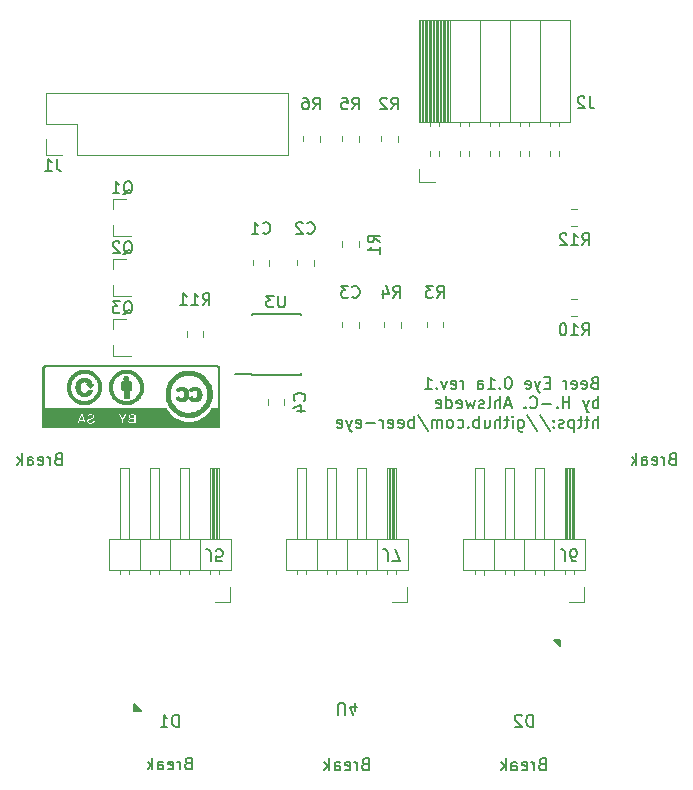
<source format=gbr>
%TF.GenerationSoftware,KiCad,Pcbnew,5.1.0*%
%TF.CreationDate,2019-04-05T03:55:09+02:00*%
%TF.ProjectId,BeerEyePi,42656572-4579-4655-9069-2e6b69636164,rev?*%
%TF.SameCoordinates,Original*%
%TF.FileFunction,Legend,Bot*%
%TF.FilePolarity,Positive*%
%FSLAX46Y46*%
G04 Gerber Fmt 4.6, Leading zero omitted, Abs format (unit mm)*
G04 Created by KiCad (PCBNEW 5.1.0) date 2019-04-05 03:55:09*
%MOMM*%
%LPD*%
G04 APERTURE LIST*
%ADD10C,0.150000*%
%ADD11C,0.120000*%
%ADD12C,0.010000*%
%ADD13C,0.001000*%
%ADD14C,2.702000*%
%ADD15C,2.700200*%
%ADD16R,0.650000X1.400000*%
%ADD17R,3.400000X1.500000*%
%ADD18R,3.300000X1.250000*%
%ADD19R,3.300000X1.000000*%
%ADD20R,2.100000X2.100000*%
%ADD21O,2.100000X2.100000*%
%ADD22C,0.500200*%
%ADD23C,0.100000*%
%ADD24C,1.550000*%
%ADD25C,2.700020*%
%ADD26R,2.900000X0.650000*%
%ADD27R,0.650000X3.750000*%
%ADD28C,1.100000*%
%ADD29C,1.000200*%
%ADD30R,2.300000X1.200000*%
%ADD31R,1.950000X1.000000*%
G04 APERTURE END LIST*
D10*
X153431071Y-125178571D02*
X153288214Y-125226190D01*
X153240595Y-125273809D01*
X153192976Y-125369047D01*
X153192976Y-125511904D01*
X153240595Y-125607142D01*
X153288214Y-125654761D01*
X153383452Y-125702380D01*
X153764404Y-125702380D01*
X153764404Y-124702380D01*
X153431071Y-124702380D01*
X153335833Y-124750000D01*
X153288214Y-124797619D01*
X153240595Y-124892857D01*
X153240595Y-124988095D01*
X153288214Y-125083333D01*
X153335833Y-125130952D01*
X153431071Y-125178571D01*
X153764404Y-125178571D01*
X152383452Y-125654761D02*
X152478690Y-125702380D01*
X152669166Y-125702380D01*
X152764404Y-125654761D01*
X152812023Y-125559523D01*
X152812023Y-125178571D01*
X152764404Y-125083333D01*
X152669166Y-125035714D01*
X152478690Y-125035714D01*
X152383452Y-125083333D01*
X152335833Y-125178571D01*
X152335833Y-125273809D01*
X152812023Y-125369047D01*
X151526309Y-125654761D02*
X151621547Y-125702380D01*
X151812023Y-125702380D01*
X151907261Y-125654761D01*
X151954880Y-125559523D01*
X151954880Y-125178571D01*
X151907261Y-125083333D01*
X151812023Y-125035714D01*
X151621547Y-125035714D01*
X151526309Y-125083333D01*
X151478690Y-125178571D01*
X151478690Y-125273809D01*
X151954880Y-125369047D01*
X151050119Y-125702380D02*
X151050119Y-125035714D01*
X151050119Y-125226190D02*
X151002500Y-125130952D01*
X150954880Y-125083333D01*
X150859642Y-125035714D01*
X150764404Y-125035714D01*
X149669166Y-125178571D02*
X149335833Y-125178571D01*
X149192976Y-125702380D02*
X149669166Y-125702380D01*
X149669166Y-124702380D01*
X149192976Y-124702380D01*
X148859642Y-125035714D02*
X148621547Y-125702380D01*
X148383452Y-125035714D02*
X148621547Y-125702380D01*
X148716785Y-125940476D01*
X148764404Y-125988095D01*
X148859642Y-126035714D01*
X147621547Y-125654761D02*
X147716785Y-125702380D01*
X147907261Y-125702380D01*
X148002500Y-125654761D01*
X148050119Y-125559523D01*
X148050119Y-125178571D01*
X148002500Y-125083333D01*
X147907261Y-125035714D01*
X147716785Y-125035714D01*
X147621547Y-125083333D01*
X147573928Y-125178571D01*
X147573928Y-125273809D01*
X148050119Y-125369047D01*
X146192976Y-124702380D02*
X146097738Y-124702380D01*
X146002500Y-124750000D01*
X145954880Y-124797619D01*
X145907261Y-124892857D01*
X145859642Y-125083333D01*
X145859642Y-125321428D01*
X145907261Y-125511904D01*
X145954880Y-125607142D01*
X146002500Y-125654761D01*
X146097738Y-125702380D01*
X146192976Y-125702380D01*
X146288214Y-125654761D01*
X146335833Y-125607142D01*
X146383452Y-125511904D01*
X146431071Y-125321428D01*
X146431071Y-125083333D01*
X146383452Y-124892857D01*
X146335833Y-124797619D01*
X146288214Y-124750000D01*
X146192976Y-124702380D01*
X145431071Y-125607142D02*
X145383452Y-125654761D01*
X145431071Y-125702380D01*
X145478690Y-125654761D01*
X145431071Y-125607142D01*
X145431071Y-125702380D01*
X144431071Y-125702380D02*
X145002500Y-125702380D01*
X144716785Y-125702380D02*
X144716785Y-124702380D01*
X144812023Y-124845238D01*
X144907261Y-124940476D01*
X145002500Y-124988095D01*
X143573928Y-125702380D02*
X143573928Y-125178571D01*
X143621547Y-125083333D01*
X143716785Y-125035714D01*
X143907261Y-125035714D01*
X144002500Y-125083333D01*
X143573928Y-125654761D02*
X143669166Y-125702380D01*
X143907261Y-125702380D01*
X144002500Y-125654761D01*
X144050119Y-125559523D01*
X144050119Y-125464285D01*
X144002500Y-125369047D01*
X143907261Y-125321428D01*
X143669166Y-125321428D01*
X143573928Y-125273809D01*
X142335833Y-125702380D02*
X142335833Y-125035714D01*
X142335833Y-125226190D02*
X142288214Y-125130952D01*
X142240595Y-125083333D01*
X142145357Y-125035714D01*
X142050119Y-125035714D01*
X141335833Y-125654761D02*
X141431071Y-125702380D01*
X141621547Y-125702380D01*
X141716785Y-125654761D01*
X141764404Y-125559523D01*
X141764404Y-125178571D01*
X141716785Y-125083333D01*
X141621547Y-125035714D01*
X141431071Y-125035714D01*
X141335833Y-125083333D01*
X141288214Y-125178571D01*
X141288214Y-125273809D01*
X141764404Y-125369047D01*
X140954880Y-125035714D02*
X140716785Y-125702380D01*
X140478690Y-125035714D01*
X140097738Y-125607142D02*
X140050119Y-125654761D01*
X140097738Y-125702380D01*
X140145357Y-125654761D01*
X140097738Y-125607142D01*
X140097738Y-125702380D01*
X139097738Y-125702380D02*
X139669166Y-125702380D01*
X139383452Y-125702380D02*
X139383452Y-124702380D01*
X139478690Y-124845238D01*
X139573928Y-124940476D01*
X139669166Y-124988095D01*
X153764404Y-127352380D02*
X153764404Y-126352380D01*
X153764404Y-126733333D02*
X153669166Y-126685714D01*
X153478690Y-126685714D01*
X153383452Y-126733333D01*
X153335833Y-126780952D01*
X153288214Y-126876190D01*
X153288214Y-127161904D01*
X153335833Y-127257142D01*
X153383452Y-127304761D01*
X153478690Y-127352380D01*
X153669166Y-127352380D01*
X153764404Y-127304761D01*
X152954880Y-126685714D02*
X152716785Y-127352380D01*
X152478690Y-126685714D02*
X152716785Y-127352380D01*
X152812023Y-127590476D01*
X152859642Y-127638095D01*
X152954880Y-127685714D01*
X151335833Y-127352380D02*
X151335833Y-126352380D01*
X151335833Y-126828571D02*
X150764404Y-126828571D01*
X150764404Y-127352380D02*
X150764404Y-126352380D01*
X150288214Y-127257142D02*
X150240595Y-127304761D01*
X150288214Y-127352380D01*
X150335833Y-127304761D01*
X150288214Y-127257142D01*
X150288214Y-127352380D01*
X149812023Y-126971428D02*
X149050119Y-126971428D01*
X148002500Y-127257142D02*
X148050119Y-127304761D01*
X148192976Y-127352380D01*
X148288214Y-127352380D01*
X148431071Y-127304761D01*
X148526309Y-127209523D01*
X148573928Y-127114285D01*
X148621547Y-126923809D01*
X148621547Y-126780952D01*
X148573928Y-126590476D01*
X148526309Y-126495238D01*
X148431071Y-126400000D01*
X148288214Y-126352380D01*
X148192976Y-126352380D01*
X148050119Y-126400000D01*
X148002500Y-126447619D01*
X147573928Y-127257142D02*
X147526309Y-127304761D01*
X147573928Y-127352380D01*
X147621547Y-127304761D01*
X147573928Y-127257142D01*
X147573928Y-127352380D01*
X146383452Y-127066666D02*
X145907261Y-127066666D01*
X146478690Y-127352380D02*
X146145357Y-126352380D01*
X145812023Y-127352380D01*
X145478690Y-127352380D02*
X145478690Y-126352380D01*
X145050119Y-127352380D02*
X145050119Y-126828571D01*
X145097738Y-126733333D01*
X145192976Y-126685714D01*
X145335833Y-126685714D01*
X145431071Y-126733333D01*
X145478690Y-126780952D01*
X144431071Y-127352380D02*
X144526309Y-127304761D01*
X144573928Y-127209523D01*
X144573928Y-126352380D01*
X144097738Y-127304761D02*
X144002500Y-127352380D01*
X143812023Y-127352380D01*
X143716785Y-127304761D01*
X143669166Y-127209523D01*
X143669166Y-127161904D01*
X143716785Y-127066666D01*
X143812023Y-127019047D01*
X143954880Y-127019047D01*
X144050119Y-126971428D01*
X144097738Y-126876190D01*
X144097738Y-126828571D01*
X144050119Y-126733333D01*
X143954880Y-126685714D01*
X143812023Y-126685714D01*
X143716785Y-126733333D01*
X143335833Y-126685714D02*
X143145357Y-127352380D01*
X142954880Y-126876190D01*
X142764404Y-127352380D01*
X142573928Y-126685714D01*
X141812023Y-127304761D02*
X141907261Y-127352380D01*
X142097738Y-127352380D01*
X142192976Y-127304761D01*
X142240595Y-127209523D01*
X142240595Y-126828571D01*
X142192976Y-126733333D01*
X142097738Y-126685714D01*
X141907261Y-126685714D01*
X141812023Y-126733333D01*
X141764404Y-126828571D01*
X141764404Y-126923809D01*
X142240595Y-127019047D01*
X140907261Y-127352380D02*
X140907261Y-126352380D01*
X140907261Y-127304761D02*
X141002500Y-127352380D01*
X141192976Y-127352380D01*
X141288214Y-127304761D01*
X141335833Y-127257142D01*
X141383452Y-127161904D01*
X141383452Y-126876190D01*
X141335833Y-126780952D01*
X141288214Y-126733333D01*
X141192976Y-126685714D01*
X141002500Y-126685714D01*
X140907261Y-126733333D01*
X140050119Y-127304761D02*
X140145357Y-127352380D01*
X140335833Y-127352380D01*
X140431071Y-127304761D01*
X140478690Y-127209523D01*
X140478690Y-126828571D01*
X140431071Y-126733333D01*
X140335833Y-126685714D01*
X140145357Y-126685714D01*
X140050119Y-126733333D01*
X140002500Y-126828571D01*
X140002500Y-126923809D01*
X140478690Y-127019047D01*
X153764404Y-129002380D02*
X153764404Y-128002380D01*
X153335833Y-129002380D02*
X153335833Y-128478571D01*
X153383452Y-128383333D01*
X153478690Y-128335714D01*
X153621547Y-128335714D01*
X153716785Y-128383333D01*
X153764404Y-128430952D01*
X153002500Y-128335714D02*
X152621547Y-128335714D01*
X152859642Y-128002380D02*
X152859642Y-128859523D01*
X152812023Y-128954761D01*
X152716785Y-129002380D01*
X152621547Y-129002380D01*
X152431071Y-128335714D02*
X152050119Y-128335714D01*
X152288214Y-128002380D02*
X152288214Y-128859523D01*
X152240595Y-128954761D01*
X152145357Y-129002380D01*
X152050119Y-129002380D01*
X151716785Y-128335714D02*
X151716785Y-129335714D01*
X151716785Y-128383333D02*
X151621547Y-128335714D01*
X151431071Y-128335714D01*
X151335833Y-128383333D01*
X151288214Y-128430952D01*
X151240595Y-128526190D01*
X151240595Y-128811904D01*
X151288214Y-128907142D01*
X151335833Y-128954761D01*
X151431071Y-129002380D01*
X151621547Y-129002380D01*
X151716785Y-128954761D01*
X150859642Y-128954761D02*
X150764404Y-129002380D01*
X150573928Y-129002380D01*
X150478690Y-128954761D01*
X150431071Y-128859523D01*
X150431071Y-128811904D01*
X150478690Y-128716666D01*
X150573928Y-128669047D01*
X150716785Y-128669047D01*
X150812023Y-128621428D01*
X150859642Y-128526190D01*
X150859642Y-128478571D01*
X150812023Y-128383333D01*
X150716785Y-128335714D01*
X150573928Y-128335714D01*
X150478690Y-128383333D01*
X150002500Y-128907142D02*
X149954880Y-128954761D01*
X150002500Y-129002380D01*
X150050119Y-128954761D01*
X150002500Y-128907142D01*
X150002500Y-129002380D01*
X150002500Y-128383333D02*
X149954880Y-128430952D01*
X150002500Y-128478571D01*
X150050119Y-128430952D01*
X150002500Y-128383333D01*
X150002500Y-128478571D01*
X148812023Y-127954761D02*
X149669166Y-129240476D01*
X147764404Y-127954761D02*
X148621547Y-129240476D01*
X147002500Y-128335714D02*
X147002500Y-129145238D01*
X147050119Y-129240476D01*
X147097738Y-129288095D01*
X147192976Y-129335714D01*
X147335833Y-129335714D01*
X147431071Y-129288095D01*
X147002500Y-128954761D02*
X147097738Y-129002380D01*
X147288214Y-129002380D01*
X147383452Y-128954761D01*
X147431071Y-128907142D01*
X147478690Y-128811904D01*
X147478690Y-128526190D01*
X147431071Y-128430952D01*
X147383452Y-128383333D01*
X147288214Y-128335714D01*
X147097738Y-128335714D01*
X147002500Y-128383333D01*
X146526309Y-129002380D02*
X146526309Y-128335714D01*
X146526309Y-128002380D02*
X146573928Y-128050000D01*
X146526309Y-128097619D01*
X146478690Y-128050000D01*
X146526309Y-128002380D01*
X146526309Y-128097619D01*
X146192976Y-128335714D02*
X145812023Y-128335714D01*
X146050119Y-128002380D02*
X146050119Y-128859523D01*
X146002500Y-128954761D01*
X145907261Y-129002380D01*
X145812023Y-129002380D01*
X145478690Y-129002380D02*
X145478690Y-128002380D01*
X145050119Y-129002380D02*
X145050119Y-128478571D01*
X145097738Y-128383333D01*
X145192976Y-128335714D01*
X145335833Y-128335714D01*
X145431071Y-128383333D01*
X145478690Y-128430952D01*
X144145357Y-128335714D02*
X144145357Y-129002380D01*
X144573928Y-128335714D02*
X144573928Y-128859523D01*
X144526309Y-128954761D01*
X144431071Y-129002380D01*
X144288214Y-129002380D01*
X144192976Y-128954761D01*
X144145357Y-128907142D01*
X143669166Y-129002380D02*
X143669166Y-128002380D01*
X143669166Y-128383333D02*
X143573928Y-128335714D01*
X143383452Y-128335714D01*
X143288214Y-128383333D01*
X143240595Y-128430952D01*
X143192976Y-128526190D01*
X143192976Y-128811904D01*
X143240595Y-128907142D01*
X143288214Y-128954761D01*
X143383452Y-129002380D01*
X143573928Y-129002380D01*
X143669166Y-128954761D01*
X142764404Y-128907142D02*
X142716785Y-128954761D01*
X142764404Y-129002380D01*
X142812023Y-128954761D01*
X142764404Y-128907142D01*
X142764404Y-129002380D01*
X141859642Y-128954761D02*
X141954880Y-129002380D01*
X142145357Y-129002380D01*
X142240595Y-128954761D01*
X142288214Y-128907142D01*
X142335833Y-128811904D01*
X142335833Y-128526190D01*
X142288214Y-128430952D01*
X142240595Y-128383333D01*
X142145357Y-128335714D01*
X141954880Y-128335714D01*
X141859642Y-128383333D01*
X141288214Y-129002380D02*
X141383452Y-128954761D01*
X141431071Y-128907142D01*
X141478690Y-128811904D01*
X141478690Y-128526190D01*
X141431071Y-128430952D01*
X141383452Y-128383333D01*
X141288214Y-128335714D01*
X141145357Y-128335714D01*
X141050119Y-128383333D01*
X141002500Y-128430952D01*
X140954880Y-128526190D01*
X140954880Y-128811904D01*
X141002500Y-128907142D01*
X141050119Y-128954761D01*
X141145357Y-129002380D01*
X141288214Y-129002380D01*
X140526309Y-129002380D02*
X140526309Y-128335714D01*
X140526309Y-128430952D02*
X140478690Y-128383333D01*
X140383452Y-128335714D01*
X140240595Y-128335714D01*
X140145357Y-128383333D01*
X140097738Y-128478571D01*
X140097738Y-129002380D01*
X140097738Y-128478571D02*
X140050119Y-128383333D01*
X139954880Y-128335714D01*
X139812023Y-128335714D01*
X139716785Y-128383333D01*
X139669166Y-128478571D01*
X139669166Y-129002380D01*
X138478690Y-127954761D02*
X139335833Y-129240476D01*
X138145357Y-129002380D02*
X138145357Y-128002380D01*
X138145357Y-128383333D02*
X138050119Y-128335714D01*
X137859642Y-128335714D01*
X137764404Y-128383333D01*
X137716785Y-128430952D01*
X137669166Y-128526190D01*
X137669166Y-128811904D01*
X137716785Y-128907142D01*
X137764404Y-128954761D01*
X137859642Y-129002380D01*
X138050119Y-129002380D01*
X138145357Y-128954761D01*
X136859642Y-128954761D02*
X136954880Y-129002380D01*
X137145357Y-129002380D01*
X137240595Y-128954761D01*
X137288214Y-128859523D01*
X137288214Y-128478571D01*
X137240595Y-128383333D01*
X137145357Y-128335714D01*
X136954880Y-128335714D01*
X136859642Y-128383333D01*
X136812023Y-128478571D01*
X136812023Y-128573809D01*
X137288214Y-128669047D01*
X136002500Y-128954761D02*
X136097738Y-129002380D01*
X136288214Y-129002380D01*
X136383452Y-128954761D01*
X136431071Y-128859523D01*
X136431071Y-128478571D01*
X136383452Y-128383333D01*
X136288214Y-128335714D01*
X136097738Y-128335714D01*
X136002500Y-128383333D01*
X135954880Y-128478571D01*
X135954880Y-128573809D01*
X136431071Y-128669047D01*
X135526309Y-129002380D02*
X135526309Y-128335714D01*
X135526309Y-128526190D02*
X135478690Y-128430952D01*
X135431071Y-128383333D01*
X135335833Y-128335714D01*
X135240595Y-128335714D01*
X134907261Y-128621428D02*
X134145357Y-128621428D01*
X133288214Y-128954761D02*
X133383452Y-129002380D01*
X133573928Y-129002380D01*
X133669166Y-128954761D01*
X133716785Y-128859523D01*
X133716785Y-128478571D01*
X133669166Y-128383333D01*
X133573928Y-128335714D01*
X133383452Y-128335714D01*
X133288214Y-128383333D01*
X133240595Y-128478571D01*
X133240595Y-128573809D01*
X133716785Y-128669047D01*
X132907261Y-128335714D02*
X132669166Y-129002380D01*
X132431071Y-128335714D02*
X132669166Y-129002380D01*
X132764404Y-129240476D01*
X132812023Y-129288095D01*
X132907261Y-129335714D01*
X131669166Y-128954761D02*
X131764404Y-129002380D01*
X131954880Y-129002380D01*
X132050119Y-128954761D01*
X132097738Y-128859523D01*
X132097738Y-128478571D01*
X132050119Y-128383333D01*
X131954880Y-128335714D01*
X131764404Y-128335714D01*
X131669166Y-128383333D01*
X131621547Y-128478571D01*
X131621547Y-128573809D01*
X132097738Y-128669047D01*
X108023809Y-131628571D02*
X107880952Y-131676190D01*
X107833333Y-131723809D01*
X107785714Y-131819047D01*
X107785714Y-131961904D01*
X107833333Y-132057142D01*
X107880952Y-132104761D01*
X107976190Y-132152380D01*
X108357142Y-132152380D01*
X108357142Y-131152380D01*
X108023809Y-131152380D01*
X107928571Y-131200000D01*
X107880952Y-131247619D01*
X107833333Y-131342857D01*
X107833333Y-131438095D01*
X107880952Y-131533333D01*
X107928571Y-131580952D01*
X108023809Y-131628571D01*
X108357142Y-131628571D01*
X107357142Y-132152380D02*
X107357142Y-131485714D01*
X107357142Y-131676190D02*
X107309523Y-131580952D01*
X107261904Y-131533333D01*
X107166666Y-131485714D01*
X107071428Y-131485714D01*
X106357142Y-132104761D02*
X106452380Y-132152380D01*
X106642857Y-132152380D01*
X106738095Y-132104761D01*
X106785714Y-132009523D01*
X106785714Y-131628571D01*
X106738095Y-131533333D01*
X106642857Y-131485714D01*
X106452380Y-131485714D01*
X106357142Y-131533333D01*
X106309523Y-131628571D01*
X106309523Y-131723809D01*
X106785714Y-131819047D01*
X105452380Y-132152380D02*
X105452380Y-131628571D01*
X105500000Y-131533333D01*
X105595238Y-131485714D01*
X105785714Y-131485714D01*
X105880952Y-131533333D01*
X105452380Y-132104761D02*
X105547619Y-132152380D01*
X105785714Y-132152380D01*
X105880952Y-132104761D01*
X105928571Y-132009523D01*
X105928571Y-131914285D01*
X105880952Y-131819047D01*
X105785714Y-131771428D01*
X105547619Y-131771428D01*
X105452380Y-131723809D01*
X104976190Y-132152380D02*
X104976190Y-131152380D01*
X104880952Y-131771428D02*
X104595238Y-132152380D01*
X104595238Y-131485714D02*
X104976190Y-131866666D01*
X160023809Y-131628571D02*
X159880952Y-131676190D01*
X159833333Y-131723809D01*
X159785714Y-131819047D01*
X159785714Y-131961904D01*
X159833333Y-132057142D01*
X159880952Y-132104761D01*
X159976190Y-132152380D01*
X160357142Y-132152380D01*
X160357142Y-131152380D01*
X160023809Y-131152380D01*
X159928571Y-131200000D01*
X159880952Y-131247619D01*
X159833333Y-131342857D01*
X159833333Y-131438095D01*
X159880952Y-131533333D01*
X159928571Y-131580952D01*
X160023809Y-131628571D01*
X160357142Y-131628571D01*
X159357142Y-132152380D02*
X159357142Y-131485714D01*
X159357142Y-131676190D02*
X159309523Y-131580952D01*
X159261904Y-131533333D01*
X159166666Y-131485714D01*
X159071428Y-131485714D01*
X158357142Y-132104761D02*
X158452380Y-132152380D01*
X158642857Y-132152380D01*
X158738095Y-132104761D01*
X158785714Y-132009523D01*
X158785714Y-131628571D01*
X158738095Y-131533333D01*
X158642857Y-131485714D01*
X158452380Y-131485714D01*
X158357142Y-131533333D01*
X158309523Y-131628571D01*
X158309523Y-131723809D01*
X158785714Y-131819047D01*
X157452380Y-132152380D02*
X157452380Y-131628571D01*
X157500000Y-131533333D01*
X157595238Y-131485714D01*
X157785714Y-131485714D01*
X157880952Y-131533333D01*
X157452380Y-132104761D02*
X157547619Y-132152380D01*
X157785714Y-132152380D01*
X157880952Y-132104761D01*
X157928571Y-132009523D01*
X157928571Y-131914285D01*
X157880952Y-131819047D01*
X157785714Y-131771428D01*
X157547619Y-131771428D01*
X157452380Y-131723809D01*
X156976190Y-132152380D02*
X156976190Y-131152380D01*
X156880952Y-131771428D02*
X156595238Y-132152380D01*
X156595238Y-131485714D02*
X156976190Y-131866666D01*
X119048809Y-157403571D02*
X118905952Y-157451190D01*
X118858333Y-157498809D01*
X118810714Y-157594047D01*
X118810714Y-157736904D01*
X118858333Y-157832142D01*
X118905952Y-157879761D01*
X119001190Y-157927380D01*
X119382142Y-157927380D01*
X119382142Y-156927380D01*
X119048809Y-156927380D01*
X118953571Y-156975000D01*
X118905952Y-157022619D01*
X118858333Y-157117857D01*
X118858333Y-157213095D01*
X118905952Y-157308333D01*
X118953571Y-157355952D01*
X119048809Y-157403571D01*
X119382142Y-157403571D01*
X118382142Y-157927380D02*
X118382142Y-157260714D01*
X118382142Y-157451190D02*
X118334523Y-157355952D01*
X118286904Y-157308333D01*
X118191666Y-157260714D01*
X118096428Y-157260714D01*
X117382142Y-157879761D02*
X117477380Y-157927380D01*
X117667857Y-157927380D01*
X117763095Y-157879761D01*
X117810714Y-157784523D01*
X117810714Y-157403571D01*
X117763095Y-157308333D01*
X117667857Y-157260714D01*
X117477380Y-157260714D01*
X117382142Y-157308333D01*
X117334523Y-157403571D01*
X117334523Y-157498809D01*
X117810714Y-157594047D01*
X116477380Y-157927380D02*
X116477380Y-157403571D01*
X116525000Y-157308333D01*
X116620238Y-157260714D01*
X116810714Y-157260714D01*
X116905952Y-157308333D01*
X116477380Y-157879761D02*
X116572619Y-157927380D01*
X116810714Y-157927380D01*
X116905952Y-157879761D01*
X116953571Y-157784523D01*
X116953571Y-157689285D01*
X116905952Y-157594047D01*
X116810714Y-157546428D01*
X116572619Y-157546428D01*
X116477380Y-157498809D01*
X116001190Y-157927380D02*
X116001190Y-156927380D01*
X115905952Y-157546428D02*
X115620238Y-157927380D01*
X115620238Y-157260714D02*
X116001190Y-157641666D01*
X148998809Y-157478571D02*
X148855952Y-157526190D01*
X148808333Y-157573809D01*
X148760714Y-157669047D01*
X148760714Y-157811904D01*
X148808333Y-157907142D01*
X148855952Y-157954761D01*
X148951190Y-158002380D01*
X149332142Y-158002380D01*
X149332142Y-157002380D01*
X148998809Y-157002380D01*
X148903571Y-157050000D01*
X148855952Y-157097619D01*
X148808333Y-157192857D01*
X148808333Y-157288095D01*
X148855952Y-157383333D01*
X148903571Y-157430952D01*
X148998809Y-157478571D01*
X149332142Y-157478571D01*
X148332142Y-158002380D02*
X148332142Y-157335714D01*
X148332142Y-157526190D02*
X148284523Y-157430952D01*
X148236904Y-157383333D01*
X148141666Y-157335714D01*
X148046428Y-157335714D01*
X147332142Y-157954761D02*
X147427380Y-158002380D01*
X147617857Y-158002380D01*
X147713095Y-157954761D01*
X147760714Y-157859523D01*
X147760714Y-157478571D01*
X147713095Y-157383333D01*
X147617857Y-157335714D01*
X147427380Y-157335714D01*
X147332142Y-157383333D01*
X147284523Y-157478571D01*
X147284523Y-157573809D01*
X147760714Y-157669047D01*
X146427380Y-158002380D02*
X146427380Y-157478571D01*
X146475000Y-157383333D01*
X146570238Y-157335714D01*
X146760714Y-157335714D01*
X146855952Y-157383333D01*
X146427380Y-157954761D02*
X146522619Y-158002380D01*
X146760714Y-158002380D01*
X146855952Y-157954761D01*
X146903571Y-157859523D01*
X146903571Y-157764285D01*
X146855952Y-157669047D01*
X146760714Y-157621428D01*
X146522619Y-157621428D01*
X146427380Y-157573809D01*
X145951190Y-158002380D02*
X145951190Y-157002380D01*
X145855952Y-157621428D02*
X145570238Y-158002380D01*
X145570238Y-157335714D02*
X145951190Y-157716666D01*
X134023809Y-157478571D02*
X133880952Y-157526190D01*
X133833333Y-157573809D01*
X133785714Y-157669047D01*
X133785714Y-157811904D01*
X133833333Y-157907142D01*
X133880952Y-157954761D01*
X133976190Y-158002380D01*
X134357142Y-158002380D01*
X134357142Y-157002380D01*
X134023809Y-157002380D01*
X133928571Y-157050000D01*
X133880952Y-157097619D01*
X133833333Y-157192857D01*
X133833333Y-157288095D01*
X133880952Y-157383333D01*
X133928571Y-157430952D01*
X134023809Y-157478571D01*
X134357142Y-157478571D01*
X133357142Y-158002380D02*
X133357142Y-157335714D01*
X133357142Y-157526190D02*
X133309523Y-157430952D01*
X133261904Y-157383333D01*
X133166666Y-157335714D01*
X133071428Y-157335714D01*
X132357142Y-157954761D02*
X132452380Y-158002380D01*
X132642857Y-158002380D01*
X132738095Y-157954761D01*
X132785714Y-157859523D01*
X132785714Y-157478571D01*
X132738095Y-157383333D01*
X132642857Y-157335714D01*
X132452380Y-157335714D01*
X132357142Y-157383333D01*
X132309523Y-157478571D01*
X132309523Y-157573809D01*
X132785714Y-157669047D01*
X131452380Y-158002380D02*
X131452380Y-157478571D01*
X131500000Y-157383333D01*
X131595238Y-157335714D01*
X131785714Y-157335714D01*
X131880952Y-157383333D01*
X131452380Y-157954761D02*
X131547619Y-158002380D01*
X131785714Y-158002380D01*
X131880952Y-157954761D01*
X131928571Y-157859523D01*
X131928571Y-157764285D01*
X131880952Y-157669047D01*
X131785714Y-157621428D01*
X131547619Y-157621428D01*
X131452380Y-157573809D01*
X130976190Y-158002380D02*
X130976190Y-157002380D01*
X130880952Y-157621428D02*
X130595238Y-158002380D01*
X130595238Y-157335714D02*
X130976190Y-157716666D01*
G36*
X150500000Y-147500000D02*
G01*
X150500000Y-147000000D01*
X150000000Y-147000000D01*
X150500000Y-147500000D01*
G37*
X150500000Y-147500000D02*
X150500000Y-147000000D01*
X150000000Y-147000000D01*
X150500000Y-147500000D01*
G36*
X114500000Y-152400000D02*
G01*
X115100000Y-153000000D01*
X114500000Y-153000000D01*
X114500000Y-152400000D01*
G37*
X114500000Y-152400000D02*
X115100000Y-153000000D01*
X114500000Y-153000000D01*
X114500000Y-152400000D01*
D11*
X138710000Y-94450000D02*
X138710000Y-103080000D01*
X138828095Y-94450000D02*
X138828095Y-103080000D01*
X138946190Y-94450000D02*
X138946190Y-103080000D01*
X139064285Y-94450000D02*
X139064285Y-103080000D01*
X139182380Y-94450000D02*
X139182380Y-103080000D01*
X139300475Y-94450000D02*
X139300475Y-103080000D01*
X139418570Y-94450000D02*
X139418570Y-103080000D01*
X139536665Y-94450000D02*
X139536665Y-103080000D01*
X139654760Y-94450000D02*
X139654760Y-103080000D01*
X139772855Y-94450000D02*
X139772855Y-103080000D01*
X139890950Y-94450000D02*
X139890950Y-103080000D01*
X140009045Y-94450000D02*
X140009045Y-103080000D01*
X140127140Y-94450000D02*
X140127140Y-103080000D01*
X140245235Y-94450000D02*
X140245235Y-103080000D01*
X140363330Y-94450000D02*
X140363330Y-103080000D01*
X140481425Y-94450000D02*
X140481425Y-103080000D01*
X140599520Y-94450000D02*
X140599520Y-103080000D01*
X140717615Y-94450000D02*
X140717615Y-103080000D01*
X140835710Y-94450000D02*
X140835710Y-103080000D01*
X140953805Y-94450000D02*
X140953805Y-103080000D01*
X141071900Y-94450000D02*
X141071900Y-103080000D01*
X139560000Y-103080000D02*
X139560000Y-103490000D01*
X139560000Y-105590000D02*
X139560000Y-105970000D01*
X140280000Y-103080000D02*
X140280000Y-103490000D01*
X140280000Y-105590000D02*
X140280000Y-105970000D01*
X142100000Y-103080000D02*
X142100000Y-103490000D01*
X142100000Y-105590000D02*
X142100000Y-106030000D01*
X142820000Y-103080000D02*
X142820000Y-103490000D01*
X142820000Y-105590000D02*
X142820000Y-106030000D01*
X144640000Y-103080000D02*
X144640000Y-103490000D01*
X144640000Y-105590000D02*
X144640000Y-106030000D01*
X145360000Y-103080000D02*
X145360000Y-103490000D01*
X145360000Y-105590000D02*
X145360000Y-106030000D01*
X147180000Y-103080000D02*
X147180000Y-103490000D01*
X147180000Y-105590000D02*
X147180000Y-106030000D01*
X147900000Y-103080000D02*
X147900000Y-103490000D01*
X147900000Y-105590000D02*
X147900000Y-106030000D01*
X149720000Y-103080000D02*
X149720000Y-103490000D01*
X149720000Y-105590000D02*
X149720000Y-106030000D01*
X150440000Y-103080000D02*
X150440000Y-103490000D01*
X150440000Y-105590000D02*
X150440000Y-106030000D01*
X141190000Y-94450000D02*
X141190000Y-103080000D01*
X143730000Y-94450000D02*
X143730000Y-103080000D01*
X146270000Y-94450000D02*
X146270000Y-103080000D01*
X148810000Y-94450000D02*
X148810000Y-103080000D01*
X138590000Y-94450000D02*
X138590000Y-103080000D01*
X138590000Y-103080000D02*
X151410000Y-103080000D01*
X151410000Y-94450000D02*
X151410000Y-103080000D01*
X138590000Y-94450000D02*
X151410000Y-94450000D01*
X138590000Y-108190000D02*
X139920000Y-108190000D01*
X138590000Y-107080000D02*
X138590000Y-108190000D01*
X125932000Y-115323252D02*
X125932000Y-114800748D01*
X124512000Y-115323252D02*
X124512000Y-114800748D01*
X129678500Y-115323252D02*
X129678500Y-114800748D01*
X128258500Y-115323252D02*
X128258500Y-114800748D01*
X133488500Y-120007748D02*
X133488500Y-120530252D01*
X132068500Y-120007748D02*
X132068500Y-120530252D01*
X127202000Y-127125252D02*
X127202000Y-126602748D01*
X125782000Y-127125252D02*
X125782000Y-126602748D01*
X132068500Y-113213248D02*
X132068500Y-113735752D01*
X133488500Y-113213248D02*
X133488500Y-113735752D01*
X139244000Y-120007748D02*
X139244000Y-120530252D01*
X140664000Y-120007748D02*
X140664000Y-120530252D01*
X135624500Y-120530252D02*
X135624500Y-120007748D01*
X137044500Y-120530252D02*
X137044500Y-120007748D01*
X118924000Y-121355752D02*
X118924000Y-120833248D01*
X120344000Y-121355752D02*
X120344000Y-120833248D01*
X151503748Y-118098500D02*
X152026252Y-118098500D01*
X151503748Y-119518500D02*
X152026252Y-119518500D01*
X151494748Y-111898500D02*
X152017252Y-111898500D01*
X151494748Y-110478500D02*
X152017252Y-110478500D01*
X107040000Y-100670000D02*
X107040000Y-103270000D01*
X107040000Y-100670000D02*
X127480000Y-100670000D01*
X127480000Y-100670000D02*
X127480000Y-105870000D01*
X109640000Y-105870000D02*
X127480000Y-105870000D01*
X109640000Y-103270000D02*
X109640000Y-105870000D01*
X107040000Y-103270000D02*
X109640000Y-103270000D01*
X107040000Y-105870000D02*
X108370000Y-105870000D01*
X107040000Y-104540000D02*
X107040000Y-105870000D01*
X137580000Y-143770000D02*
X137580000Y-142500000D01*
X136310000Y-143770000D02*
X137580000Y-143770000D01*
X128310000Y-141457071D02*
X128310000Y-141060000D01*
X129070000Y-141457071D02*
X129070000Y-141060000D01*
X128310000Y-132400000D02*
X128310000Y-138400000D01*
X129070000Y-132400000D02*
X128310000Y-132400000D01*
X129070000Y-138400000D02*
X129070000Y-132400000D01*
X129960000Y-141060000D02*
X129960000Y-138400000D01*
X130850000Y-141457071D02*
X130850000Y-141060000D01*
X131610000Y-141457071D02*
X131610000Y-141060000D01*
X130850000Y-132400000D02*
X130850000Y-138400000D01*
X131610000Y-132400000D02*
X130850000Y-132400000D01*
X131610000Y-138400000D02*
X131610000Y-132400000D01*
X132500000Y-141060000D02*
X132500000Y-138400000D01*
X133390000Y-141457071D02*
X133390000Y-141060000D01*
X134150000Y-141457071D02*
X134150000Y-141060000D01*
X133390000Y-132400000D02*
X133390000Y-138400000D01*
X134150000Y-132400000D02*
X133390000Y-132400000D01*
X134150000Y-138400000D02*
X134150000Y-132400000D01*
X135040000Y-141060000D02*
X135040000Y-138400000D01*
X135930000Y-141390000D02*
X135930000Y-141060000D01*
X136690000Y-141390000D02*
X136690000Y-141060000D01*
X136030000Y-138400000D02*
X136030000Y-132400000D01*
X136150000Y-138400000D02*
X136150000Y-132400000D01*
X136270000Y-138400000D02*
X136270000Y-132400000D01*
X136390000Y-138400000D02*
X136390000Y-132400000D01*
X136510000Y-138400000D02*
X136510000Y-132400000D01*
X136630000Y-138400000D02*
X136630000Y-132400000D01*
X135930000Y-132400000D02*
X135930000Y-138400000D01*
X136690000Y-132400000D02*
X135930000Y-132400000D01*
X136690000Y-138400000D02*
X136690000Y-132400000D01*
X137640000Y-138400000D02*
X137640000Y-141060000D01*
X127360000Y-138400000D02*
X137640000Y-138400000D01*
X127360000Y-141060000D02*
X127360000Y-138400000D01*
X137640000Y-141060000D02*
X127360000Y-141060000D01*
X152580000Y-143770000D02*
X152580000Y-142500000D01*
X151310000Y-143770000D02*
X152580000Y-143770000D01*
X143310000Y-141457071D02*
X143310000Y-141060000D01*
X144070000Y-141457071D02*
X144070000Y-141060000D01*
X143310000Y-132400000D02*
X143310000Y-138400000D01*
X144070000Y-132400000D02*
X143310000Y-132400000D01*
X144070000Y-138400000D02*
X144070000Y-132400000D01*
X144960000Y-141060000D02*
X144960000Y-138400000D01*
X145850000Y-141457071D02*
X145850000Y-141060000D01*
X146610000Y-141457071D02*
X146610000Y-141060000D01*
X145850000Y-132400000D02*
X145850000Y-138400000D01*
X146610000Y-132400000D02*
X145850000Y-132400000D01*
X146610000Y-138400000D02*
X146610000Y-132400000D01*
X147500000Y-141060000D02*
X147500000Y-138400000D01*
X148390000Y-141457071D02*
X148390000Y-141060000D01*
X149150000Y-141457071D02*
X149150000Y-141060000D01*
X148390000Y-132400000D02*
X148390000Y-138400000D01*
X149150000Y-132400000D02*
X148390000Y-132400000D01*
X149150000Y-138400000D02*
X149150000Y-132400000D01*
X150040000Y-141060000D02*
X150040000Y-138400000D01*
X150930000Y-141390000D02*
X150930000Y-141060000D01*
X151690000Y-141390000D02*
X151690000Y-141060000D01*
X151030000Y-138400000D02*
X151030000Y-132400000D01*
X151150000Y-138400000D02*
X151150000Y-132400000D01*
X151270000Y-138400000D02*
X151270000Y-132400000D01*
X151390000Y-138400000D02*
X151390000Y-132400000D01*
X151510000Y-138400000D02*
X151510000Y-132400000D01*
X151630000Y-138400000D02*
X151630000Y-132400000D01*
X150930000Y-132400000D02*
X150930000Y-138400000D01*
X151690000Y-132400000D02*
X150930000Y-132400000D01*
X151690000Y-138400000D02*
X151690000Y-132400000D01*
X152640000Y-138400000D02*
X152640000Y-141060000D01*
X142360000Y-138400000D02*
X152640000Y-138400000D01*
X142360000Y-141060000D02*
X142360000Y-138400000D01*
X152640000Y-141060000D02*
X142360000Y-141060000D01*
X122640000Y-141060000D02*
X112360000Y-141060000D01*
X112360000Y-141060000D02*
X112360000Y-138400000D01*
X112360000Y-138400000D02*
X122640000Y-138400000D01*
X122640000Y-138400000D02*
X122640000Y-141060000D01*
X121690000Y-138400000D02*
X121690000Y-132400000D01*
X121690000Y-132400000D02*
X120930000Y-132400000D01*
X120930000Y-132400000D02*
X120930000Y-138400000D01*
X121630000Y-138400000D02*
X121630000Y-132400000D01*
X121510000Y-138400000D02*
X121510000Y-132400000D01*
X121390000Y-138400000D02*
X121390000Y-132400000D01*
X121270000Y-138400000D02*
X121270000Y-132400000D01*
X121150000Y-138400000D02*
X121150000Y-132400000D01*
X121030000Y-138400000D02*
X121030000Y-132400000D01*
X121690000Y-141390000D02*
X121690000Y-141060000D01*
X120930000Y-141390000D02*
X120930000Y-141060000D01*
X120040000Y-141060000D02*
X120040000Y-138400000D01*
X119150000Y-138400000D02*
X119150000Y-132400000D01*
X119150000Y-132400000D02*
X118390000Y-132400000D01*
X118390000Y-132400000D02*
X118390000Y-138400000D01*
X119150000Y-141457071D02*
X119150000Y-141060000D01*
X118390000Y-141457071D02*
X118390000Y-141060000D01*
X117500000Y-141060000D02*
X117500000Y-138400000D01*
X116610000Y-138400000D02*
X116610000Y-132400000D01*
X116610000Y-132400000D02*
X115850000Y-132400000D01*
X115850000Y-132400000D02*
X115850000Y-138400000D01*
X116610000Y-141457071D02*
X116610000Y-141060000D01*
X115850000Y-141457071D02*
X115850000Y-141060000D01*
X114960000Y-141060000D02*
X114960000Y-138400000D01*
X114070000Y-138400000D02*
X114070000Y-132400000D01*
X114070000Y-132400000D02*
X113310000Y-132400000D01*
X113310000Y-132400000D02*
X113310000Y-138400000D01*
X114070000Y-141457071D02*
X114070000Y-141060000D01*
X113310000Y-141457071D02*
X113310000Y-141060000D01*
X121310000Y-143770000D02*
X122580000Y-143770000D01*
X122580000Y-143770000D02*
X122580000Y-142500000D01*
X112714500Y-112768500D02*
X112714500Y-111838500D01*
X112714500Y-109608500D02*
X112714500Y-110538500D01*
X112714500Y-109608500D02*
X115874500Y-109608500D01*
X112714500Y-112768500D02*
X114174500Y-112768500D01*
X112714500Y-117848500D02*
X114174500Y-117848500D01*
X112714500Y-114688500D02*
X115874500Y-114688500D01*
X112714500Y-114688500D02*
X112714500Y-115618500D01*
X112714500Y-117848500D02*
X112714500Y-116918500D01*
X112714500Y-122928500D02*
X112714500Y-121998500D01*
X112714500Y-119768500D02*
X112714500Y-120698500D01*
X112714500Y-119768500D02*
X115874500Y-119768500D01*
X112714500Y-122928500D02*
X114174500Y-122928500D01*
D10*
X124417000Y-124495000D02*
X124417000Y-124445000D01*
X128567000Y-124495000D02*
X128567000Y-124350000D01*
X128567000Y-119345000D02*
X128567000Y-119490000D01*
X124417000Y-119345000D02*
X124417000Y-119490000D01*
X124417000Y-124495000D02*
X128567000Y-124495000D01*
X124417000Y-119345000D02*
X128567000Y-119345000D01*
X124417000Y-124445000D02*
X123017000Y-124445000D01*
D11*
X136790500Y-104782252D02*
X136790500Y-104259748D01*
X135370500Y-104782252D02*
X135370500Y-104259748D01*
X132068500Y-104782252D02*
X132068500Y-104259748D01*
X133488500Y-104782252D02*
X133488500Y-104259748D01*
X128766500Y-104782252D02*
X128766500Y-104259748D01*
X130186500Y-104782252D02*
X130186500Y-104259748D01*
D12*
G36*
X110172746Y-124774495D02*
G01*
X110086621Y-124787576D01*
X110002341Y-124810008D01*
X109921124Y-124841658D01*
X109844191Y-124882389D01*
X109825277Y-124894295D01*
X109799711Y-124913153D01*
X109769948Y-124938625D01*
X109738177Y-124968507D01*
X109706586Y-125000594D01*
X109677364Y-125032678D01*
X109652700Y-125062556D01*
X109637919Y-125083086D01*
X109594216Y-125159037D01*
X109558444Y-125241683D01*
X109530383Y-125331567D01*
X109521838Y-125367085D01*
X109516861Y-125396876D01*
X109513027Y-125434818D01*
X109510357Y-125478490D01*
X109508869Y-125525470D01*
X109508584Y-125573336D01*
X109509521Y-125619668D01*
X109511700Y-125662043D01*
X109515140Y-125698040D01*
X109518973Y-125721366D01*
X109544066Y-125816092D01*
X109576867Y-125903184D01*
X109617508Y-125982829D01*
X109666121Y-126055216D01*
X109722837Y-126120533D01*
X109787790Y-126178967D01*
X109861110Y-126230707D01*
X109887898Y-126246767D01*
X109945535Y-126275084D01*
X110010700Y-126298693D01*
X110080869Y-126317077D01*
X110153520Y-126329720D01*
X110226130Y-126336104D01*
X110296176Y-126335712D01*
X110315134Y-126334304D01*
X110398995Y-126321682D01*
X110478725Y-126299687D01*
X110553637Y-126268768D01*
X110623047Y-126229371D01*
X110686269Y-126181947D01*
X110742617Y-126126944D01*
X110791406Y-126064809D01*
X110831825Y-125996242D01*
X110852536Y-125949622D01*
X110871113Y-125897505D01*
X110885746Y-125845278D01*
X110891264Y-125819496D01*
X110899142Y-125777299D01*
X110542837Y-125777299D01*
X110535890Y-125816773D01*
X110521564Y-125872648D01*
X110499652Y-125920817D01*
X110470236Y-125961181D01*
X110433395Y-125993643D01*
X110389213Y-126018101D01*
X110362231Y-126027977D01*
X110320716Y-126037932D01*
X110274543Y-126044198D01*
X110227908Y-126046471D01*
X110185005Y-126044445D01*
X110168124Y-126042067D01*
X110129267Y-126033352D01*
X110096583Y-126021399D01*
X110065427Y-126004210D01*
X110041526Y-125987613D01*
X110002042Y-125951885D01*
X109967475Y-125907234D01*
X109938113Y-125854595D01*
X109914244Y-125794903D01*
X109896158Y-125729093D01*
X109884143Y-125658099D01*
X109878487Y-125582856D01*
X109879479Y-125504299D01*
X109881942Y-125470595D01*
X109891881Y-125394762D01*
X109907202Y-125327952D01*
X109928118Y-125269607D01*
X109954844Y-125219163D01*
X109987593Y-125176062D01*
X109998763Y-125164341D01*
X110035941Y-125132008D01*
X110074960Y-125107998D01*
X110117656Y-125091627D01*
X110165866Y-125082212D01*
X110221429Y-125079071D01*
X110228017Y-125079079D01*
X110293029Y-125083468D01*
X110350606Y-125095801D01*
X110400779Y-125116094D01*
X110443577Y-125144363D01*
X110479031Y-125180623D01*
X110507171Y-125224891D01*
X110507436Y-125225415D01*
X110515527Y-125243498D01*
X110523993Y-125265683D01*
X110531758Y-125288709D01*
X110537743Y-125309312D01*
X110540871Y-125324232D01*
X110541093Y-125327323D01*
X110536054Y-125328845D01*
X110522555Y-125330332D01*
X110503023Y-125331552D01*
X110492027Y-125331982D01*
X110442961Y-125333547D01*
X110585988Y-125476474D01*
X110729015Y-125619400D01*
X110873226Y-125475112D01*
X111017436Y-125330825D01*
X110878671Y-125330825D01*
X110878664Y-125315852D01*
X110876943Y-125299413D01*
X110872257Y-125275368D01*
X110865306Y-125246361D01*
X110856791Y-125215040D01*
X110847411Y-125184052D01*
X110837868Y-125156043D01*
X110833098Y-125143597D01*
X110798455Y-125071198D01*
X110755824Y-125005433D01*
X110705801Y-124946904D01*
X110648982Y-124896211D01*
X110585962Y-124853959D01*
X110517337Y-124820749D01*
X110511315Y-124818382D01*
X110430000Y-124792708D01*
X110345655Y-124776926D01*
X110259497Y-124770900D01*
X110172746Y-124774495D01*
X110172746Y-124774495D01*
G37*
X110172746Y-124774495D02*
X110086621Y-124787576D01*
X110002341Y-124810008D01*
X109921124Y-124841658D01*
X109844191Y-124882389D01*
X109825277Y-124894295D01*
X109799711Y-124913153D01*
X109769948Y-124938625D01*
X109738177Y-124968507D01*
X109706586Y-125000594D01*
X109677364Y-125032678D01*
X109652700Y-125062556D01*
X109637919Y-125083086D01*
X109594216Y-125159037D01*
X109558444Y-125241683D01*
X109530383Y-125331567D01*
X109521838Y-125367085D01*
X109516861Y-125396876D01*
X109513027Y-125434818D01*
X109510357Y-125478490D01*
X109508869Y-125525470D01*
X109508584Y-125573336D01*
X109509521Y-125619668D01*
X109511700Y-125662043D01*
X109515140Y-125698040D01*
X109518973Y-125721366D01*
X109544066Y-125816092D01*
X109576867Y-125903184D01*
X109617508Y-125982829D01*
X109666121Y-126055216D01*
X109722837Y-126120533D01*
X109787790Y-126178967D01*
X109861110Y-126230707D01*
X109887898Y-126246767D01*
X109945535Y-126275084D01*
X110010700Y-126298693D01*
X110080869Y-126317077D01*
X110153520Y-126329720D01*
X110226130Y-126336104D01*
X110296176Y-126335712D01*
X110315134Y-126334304D01*
X110398995Y-126321682D01*
X110478725Y-126299687D01*
X110553637Y-126268768D01*
X110623047Y-126229371D01*
X110686269Y-126181947D01*
X110742617Y-126126944D01*
X110791406Y-126064809D01*
X110831825Y-125996242D01*
X110852536Y-125949622D01*
X110871113Y-125897505D01*
X110885746Y-125845278D01*
X110891264Y-125819496D01*
X110899142Y-125777299D01*
X110542837Y-125777299D01*
X110535890Y-125816773D01*
X110521564Y-125872648D01*
X110499652Y-125920817D01*
X110470236Y-125961181D01*
X110433395Y-125993643D01*
X110389213Y-126018101D01*
X110362231Y-126027977D01*
X110320716Y-126037932D01*
X110274543Y-126044198D01*
X110227908Y-126046471D01*
X110185005Y-126044445D01*
X110168124Y-126042067D01*
X110129267Y-126033352D01*
X110096583Y-126021399D01*
X110065427Y-126004210D01*
X110041526Y-125987613D01*
X110002042Y-125951885D01*
X109967475Y-125907234D01*
X109938113Y-125854595D01*
X109914244Y-125794903D01*
X109896158Y-125729093D01*
X109884143Y-125658099D01*
X109878487Y-125582856D01*
X109879479Y-125504299D01*
X109881942Y-125470595D01*
X109891881Y-125394762D01*
X109907202Y-125327952D01*
X109928118Y-125269607D01*
X109954844Y-125219163D01*
X109987593Y-125176062D01*
X109998763Y-125164341D01*
X110035941Y-125132008D01*
X110074960Y-125107998D01*
X110117656Y-125091627D01*
X110165866Y-125082212D01*
X110221429Y-125079071D01*
X110228017Y-125079079D01*
X110293029Y-125083468D01*
X110350606Y-125095801D01*
X110400779Y-125116094D01*
X110443577Y-125144363D01*
X110479031Y-125180623D01*
X110507171Y-125224891D01*
X110507436Y-125225415D01*
X110515527Y-125243498D01*
X110523993Y-125265683D01*
X110531758Y-125288709D01*
X110537743Y-125309312D01*
X110540871Y-125324232D01*
X110541093Y-125327323D01*
X110536054Y-125328845D01*
X110522555Y-125330332D01*
X110503023Y-125331552D01*
X110492027Y-125331982D01*
X110442961Y-125333547D01*
X110585988Y-125476474D01*
X110729015Y-125619400D01*
X110873226Y-125475112D01*
X111017436Y-125330825D01*
X110878671Y-125330825D01*
X110878664Y-125315852D01*
X110876943Y-125299413D01*
X110872257Y-125275368D01*
X110865306Y-125246361D01*
X110856791Y-125215040D01*
X110847411Y-125184052D01*
X110837868Y-125156043D01*
X110833098Y-125143597D01*
X110798455Y-125071198D01*
X110755824Y-125005433D01*
X110705801Y-124946904D01*
X110648982Y-124896211D01*
X110585962Y-124853959D01*
X110517337Y-124820749D01*
X110511315Y-124818382D01*
X110430000Y-124792708D01*
X110345655Y-124776926D01*
X110259497Y-124770900D01*
X110172746Y-124774495D01*
G36*
X113713803Y-124609818D02*
G01*
X113675718Y-124624732D01*
X113641365Y-124647336D01*
X113612197Y-124677525D01*
X113590868Y-124712596D01*
X113577149Y-124753717D01*
X113571920Y-124798522D01*
X113575136Y-124843937D01*
X113586752Y-124886887D01*
X113593723Y-124902656D01*
X113614069Y-124933721D01*
X113641363Y-124961784D01*
X113672392Y-124983891D01*
X113692609Y-124993508D01*
X113719548Y-125001001D01*
X113751403Y-125005860D01*
X113783920Y-125007749D01*
X113812841Y-125006333D01*
X113825692Y-125004018D01*
X113870155Y-124987630D01*
X113907750Y-124963109D01*
X113937800Y-124931278D01*
X113959629Y-124892962D01*
X113972560Y-124848986D01*
X113975714Y-124821238D01*
X113974871Y-124777748D01*
X113966796Y-124740064D01*
X113950670Y-124705191D01*
X113939173Y-124687651D01*
X113909260Y-124654239D01*
X113874348Y-124629142D01*
X113835891Y-124612255D01*
X113795344Y-124603475D01*
X113754163Y-124602698D01*
X113713803Y-124609818D01*
X113713803Y-124609818D01*
G37*
X113713803Y-124609818D02*
X113675718Y-124624732D01*
X113641365Y-124647336D01*
X113612197Y-124677525D01*
X113590868Y-124712596D01*
X113577149Y-124753717D01*
X113571920Y-124798522D01*
X113575136Y-124843937D01*
X113586752Y-124886887D01*
X113593723Y-124902656D01*
X113614069Y-124933721D01*
X113641363Y-124961784D01*
X113672392Y-124983891D01*
X113692609Y-124993508D01*
X113719548Y-125001001D01*
X113751403Y-125005860D01*
X113783920Y-125007749D01*
X113812841Y-125006333D01*
X113825692Y-125004018D01*
X113870155Y-124987630D01*
X113907750Y-124963109D01*
X113937800Y-124931278D01*
X113959629Y-124892962D01*
X113972560Y-124848986D01*
X113975714Y-124821238D01*
X113974871Y-124777748D01*
X113966796Y-124740064D01*
X113950670Y-124705191D01*
X113939173Y-124687651D01*
X113909260Y-124654239D01*
X113874348Y-124629142D01*
X113835891Y-124612255D01*
X113795344Y-124603475D01*
X113754163Y-124602698D01*
X113713803Y-124609818D01*
G36*
X113746700Y-125077709D02*
G01*
X113691102Y-125077905D01*
X113639464Y-125078215D01*
X113592794Y-125078629D01*
X113552098Y-125079134D01*
X113518385Y-125079717D01*
X113492661Y-125080366D01*
X113475933Y-125081070D01*
X113469455Y-125081724D01*
X113448539Y-125092122D01*
X113428461Y-125109832D01*
X113412707Y-125131605D01*
X113409849Y-125137309D01*
X113406582Y-125145624D01*
X113404106Y-125155322D01*
X113402317Y-125167957D01*
X113401111Y-125185080D01*
X113400382Y-125208244D01*
X113400027Y-125239000D01*
X113399942Y-125278901D01*
X113399945Y-125284544D01*
X113400128Y-125325327D01*
X113400599Y-125370283D01*
X113401318Y-125418095D01*
X113402250Y-125467444D01*
X113403357Y-125517014D01*
X113404602Y-125565486D01*
X113405947Y-125611543D01*
X113407357Y-125653866D01*
X113408793Y-125691137D01*
X113410219Y-125722040D01*
X113411597Y-125745256D01*
X113412890Y-125759468D01*
X113413410Y-125762481D01*
X113417129Y-125777299D01*
X113584657Y-125777299D01*
X113586058Y-126124405D01*
X113587460Y-126471511D01*
X113809336Y-126472933D01*
X114031211Y-126474355D01*
X114031211Y-125777299D01*
X114200255Y-125777299D01*
X114198766Y-125459736D01*
X114197278Y-125142173D01*
X114183759Y-125122448D01*
X114169958Y-125106853D01*
X114152620Y-125092825D01*
X114148368Y-125090182D01*
X114126495Y-125077642D01*
X113805252Y-125077642D01*
X113746700Y-125077709D01*
X113746700Y-125077709D01*
G37*
X113746700Y-125077709D02*
X113691102Y-125077905D01*
X113639464Y-125078215D01*
X113592794Y-125078629D01*
X113552098Y-125079134D01*
X113518385Y-125079717D01*
X113492661Y-125080366D01*
X113475933Y-125081070D01*
X113469455Y-125081724D01*
X113448539Y-125092122D01*
X113428461Y-125109832D01*
X113412707Y-125131605D01*
X113409849Y-125137309D01*
X113406582Y-125145624D01*
X113404106Y-125155322D01*
X113402317Y-125167957D01*
X113401111Y-125185080D01*
X113400382Y-125208244D01*
X113400027Y-125239000D01*
X113399942Y-125278901D01*
X113399945Y-125284544D01*
X113400128Y-125325327D01*
X113400599Y-125370283D01*
X113401318Y-125418095D01*
X113402250Y-125467444D01*
X113403357Y-125517014D01*
X113404602Y-125565486D01*
X113405947Y-125611543D01*
X113407357Y-125653866D01*
X113408793Y-125691137D01*
X113410219Y-125722040D01*
X113411597Y-125745256D01*
X113412890Y-125759468D01*
X113413410Y-125762481D01*
X113417129Y-125777299D01*
X113584657Y-125777299D01*
X113586058Y-126124405D01*
X113587460Y-126471511D01*
X113809336Y-126472933D01*
X114031211Y-126474355D01*
X114031211Y-125777299D01*
X114200255Y-125777299D01*
X114198766Y-125459736D01*
X114197278Y-125142173D01*
X114183759Y-125122448D01*
X114169958Y-125106853D01*
X114152620Y-125092825D01*
X114148368Y-125090182D01*
X114126495Y-125077642D01*
X113805252Y-125077642D01*
X113746700Y-125077709D01*
G36*
X118418031Y-125542615D02*
G01*
X118339538Y-125556575D01*
X118266742Y-125579628D01*
X118199823Y-125611688D01*
X118138963Y-125652670D01*
X118084341Y-125702486D01*
X118037418Y-125759269D01*
X118020503Y-125782926D01*
X118009627Y-125799391D01*
X118004514Y-125810345D01*
X118004892Y-125817469D01*
X118010486Y-125822445D01*
X118021022Y-125826954D01*
X118026074Y-125828824D01*
X118039630Y-125834423D01*
X118060721Y-125843854D01*
X118087134Y-125856095D01*
X118116656Y-125870125D01*
X118139880Y-125881389D01*
X118168162Y-125895161D01*
X118192959Y-125907101D01*
X118212661Y-125916443D01*
X118225661Y-125922427D01*
X118230307Y-125924308D01*
X118234316Y-125920036D01*
X118242222Y-125908822D01*
X118252332Y-125893070D01*
X118252582Y-125892664D01*
X118279098Y-125857047D01*
X118311218Y-125825641D01*
X118345935Y-125801227D01*
X118358641Y-125794613D01*
X118372724Y-125788424D01*
X118385457Y-125784276D01*
X118399579Y-125781767D01*
X118417828Y-125780494D01*
X118442943Y-125780054D01*
X118457835Y-125780021D01*
X118486653Y-125780164D01*
X118507413Y-125780906D01*
X118522943Y-125782716D01*
X118536075Y-125786063D01*
X118549638Y-125791415D01*
X118562510Y-125797366D01*
X118602743Y-125822310D01*
X118636617Y-125856028D01*
X118664157Y-125898557D01*
X118685390Y-125949932D01*
X118695555Y-125986923D01*
X118700809Y-126018442D01*
X118704309Y-126057724D01*
X118706079Y-126101916D01*
X118706140Y-126148166D01*
X118704514Y-126193620D01*
X118701224Y-126235424D01*
X118696290Y-126270726D01*
X118693243Y-126284938D01*
X118675382Y-126340741D01*
X118651980Y-126387286D01*
X118622772Y-126424838D01*
X118587497Y-126453661D01*
X118545894Y-126474020D01*
X118497698Y-126486180D01*
X118493517Y-126486811D01*
X118438656Y-126489976D01*
X118388019Y-126483231D01*
X118342023Y-126466783D01*
X118301081Y-126440840D01*
X118265608Y-126405606D01*
X118236020Y-126361290D01*
X118233997Y-126357506D01*
X118225090Y-126340714D01*
X118218310Y-126328193D01*
X118215100Y-126322610D01*
X118215084Y-126322588D01*
X118210287Y-126324739D01*
X118197606Y-126331423D01*
X118178603Y-126341764D01*
X118154842Y-126354882D01*
X118127888Y-126369899D01*
X118099305Y-126385937D01*
X118070656Y-126402118D01*
X118043506Y-126417564D01*
X118019418Y-126431396D01*
X117999957Y-126442736D01*
X117986687Y-126450706D01*
X117984652Y-126451984D01*
X117983506Y-126458725D01*
X117988715Y-126472033D01*
X117999266Y-126490458D01*
X118014149Y-126512546D01*
X118032350Y-126536847D01*
X118052859Y-126561908D01*
X118074662Y-126586278D01*
X118087463Y-126599484D01*
X118143087Y-126649086D01*
X118201140Y-126688789D01*
X118263400Y-126719564D01*
X118331641Y-126742381D01*
X118362551Y-126749832D01*
X118381818Y-126752948D01*
X118408111Y-126755767D01*
X118438688Y-126758151D01*
X118470805Y-126759958D01*
X118501720Y-126761049D01*
X118528691Y-126761284D01*
X118548976Y-126760522D01*
X118555842Y-126759708D01*
X118567874Y-126757754D01*
X118586762Y-126754844D01*
X118608584Y-126751583D01*
X118610290Y-126751332D01*
X118683973Y-126735297D01*
X118753021Y-126709638D01*
X118816853Y-126674633D01*
X118874887Y-126630558D01*
X118887281Y-126619236D01*
X118937644Y-126565008D01*
X118979352Y-126505493D01*
X119012564Y-126440271D01*
X119037439Y-126368923D01*
X119054137Y-126291026D01*
X119062818Y-126206161D01*
X119064243Y-126152990D01*
X119060824Y-126064079D01*
X119050139Y-125982970D01*
X119031979Y-125909174D01*
X119006138Y-125842199D01*
X118972406Y-125781557D01*
X118930577Y-125726757D01*
X118880442Y-125677310D01*
X118853058Y-125655098D01*
X118787105Y-125611191D01*
X118717818Y-125577613D01*
X118644948Y-125554280D01*
X118568245Y-125541110D01*
X118502041Y-125537835D01*
X118418031Y-125542615D01*
X118418031Y-125542615D01*
G37*
X118418031Y-125542615D02*
X118339538Y-125556575D01*
X118266742Y-125579628D01*
X118199823Y-125611688D01*
X118138963Y-125652670D01*
X118084341Y-125702486D01*
X118037418Y-125759269D01*
X118020503Y-125782926D01*
X118009627Y-125799391D01*
X118004514Y-125810345D01*
X118004892Y-125817469D01*
X118010486Y-125822445D01*
X118021022Y-125826954D01*
X118026074Y-125828824D01*
X118039630Y-125834423D01*
X118060721Y-125843854D01*
X118087134Y-125856095D01*
X118116656Y-125870125D01*
X118139880Y-125881389D01*
X118168162Y-125895161D01*
X118192959Y-125907101D01*
X118212661Y-125916443D01*
X118225661Y-125922427D01*
X118230307Y-125924308D01*
X118234316Y-125920036D01*
X118242222Y-125908822D01*
X118252332Y-125893070D01*
X118252582Y-125892664D01*
X118279098Y-125857047D01*
X118311218Y-125825641D01*
X118345935Y-125801227D01*
X118358641Y-125794613D01*
X118372724Y-125788424D01*
X118385457Y-125784276D01*
X118399579Y-125781767D01*
X118417828Y-125780494D01*
X118442943Y-125780054D01*
X118457835Y-125780021D01*
X118486653Y-125780164D01*
X118507413Y-125780906D01*
X118522943Y-125782716D01*
X118536075Y-125786063D01*
X118549638Y-125791415D01*
X118562510Y-125797366D01*
X118602743Y-125822310D01*
X118636617Y-125856028D01*
X118664157Y-125898557D01*
X118685390Y-125949932D01*
X118695555Y-125986923D01*
X118700809Y-126018442D01*
X118704309Y-126057724D01*
X118706079Y-126101916D01*
X118706140Y-126148166D01*
X118704514Y-126193620D01*
X118701224Y-126235424D01*
X118696290Y-126270726D01*
X118693243Y-126284938D01*
X118675382Y-126340741D01*
X118651980Y-126387286D01*
X118622772Y-126424838D01*
X118587497Y-126453661D01*
X118545894Y-126474020D01*
X118497698Y-126486180D01*
X118493517Y-126486811D01*
X118438656Y-126489976D01*
X118388019Y-126483231D01*
X118342023Y-126466783D01*
X118301081Y-126440840D01*
X118265608Y-126405606D01*
X118236020Y-126361290D01*
X118233997Y-126357506D01*
X118225090Y-126340714D01*
X118218310Y-126328193D01*
X118215100Y-126322610D01*
X118215084Y-126322588D01*
X118210287Y-126324739D01*
X118197606Y-126331423D01*
X118178603Y-126341764D01*
X118154842Y-126354882D01*
X118127888Y-126369899D01*
X118099305Y-126385937D01*
X118070656Y-126402118D01*
X118043506Y-126417564D01*
X118019418Y-126431396D01*
X117999957Y-126442736D01*
X117986687Y-126450706D01*
X117984652Y-126451984D01*
X117983506Y-126458725D01*
X117988715Y-126472033D01*
X117999266Y-126490458D01*
X118014149Y-126512546D01*
X118032350Y-126536847D01*
X118052859Y-126561908D01*
X118074662Y-126586278D01*
X118087463Y-126599484D01*
X118143087Y-126649086D01*
X118201140Y-126688789D01*
X118263400Y-126719564D01*
X118331641Y-126742381D01*
X118362551Y-126749832D01*
X118381818Y-126752948D01*
X118408111Y-126755767D01*
X118438688Y-126758151D01*
X118470805Y-126759958D01*
X118501720Y-126761049D01*
X118528691Y-126761284D01*
X118548976Y-126760522D01*
X118555842Y-126759708D01*
X118567874Y-126757754D01*
X118586762Y-126754844D01*
X118608584Y-126751583D01*
X118610290Y-126751332D01*
X118683973Y-126735297D01*
X118753021Y-126709638D01*
X118816853Y-126674633D01*
X118874887Y-126630558D01*
X118887281Y-126619236D01*
X118937644Y-126565008D01*
X118979352Y-126505493D01*
X119012564Y-126440271D01*
X119037439Y-126368923D01*
X119054137Y-126291026D01*
X119062818Y-126206161D01*
X119064243Y-126152990D01*
X119060824Y-126064079D01*
X119050139Y-125982970D01*
X119031979Y-125909174D01*
X119006138Y-125842199D01*
X118972406Y-125781557D01*
X118930577Y-125726757D01*
X118880442Y-125677310D01*
X118853058Y-125655098D01*
X118787105Y-125611191D01*
X118717818Y-125577613D01*
X118644948Y-125554280D01*
X118568245Y-125541110D01*
X118502041Y-125537835D01*
X118418031Y-125542615D01*
G36*
X119574403Y-125539307D02*
G01*
X119493137Y-125547163D01*
X119418286Y-125563690D01*
X119349485Y-125589038D01*
X119286367Y-125623358D01*
X119228568Y-125666799D01*
X119200865Y-125692670D01*
X119185105Y-125709417D01*
X119167952Y-125729221D01*
X119150695Y-125750385D01*
X119134620Y-125771209D01*
X119121014Y-125789996D01*
X119111164Y-125805047D01*
X119106358Y-125814663D01*
X119106514Y-125817176D01*
X119112272Y-125819323D01*
X119125668Y-125823916D01*
X119143988Y-125830025D01*
X119147066Y-125831039D01*
X119165260Y-125837847D01*
X119190520Y-125848432D01*
X119220207Y-125861631D01*
X119251682Y-125876282D01*
X119270902Y-125885569D01*
X119356162Y-125927411D01*
X119376576Y-125892505D01*
X119403864Y-125854638D01*
X119437455Y-125822200D01*
X119474675Y-125797694D01*
X119481458Y-125794363D01*
X119498804Y-125787290D01*
X119516535Y-125782690D01*
X119538176Y-125779896D01*
X119566508Y-125778269D01*
X119620290Y-125779861D01*
X119666877Y-125789378D01*
X119706905Y-125807180D01*
X119741010Y-125833626D01*
X119769829Y-125869077D01*
X119789565Y-125904287D01*
X119801597Y-125931332D01*
X119810863Y-125957376D01*
X119817690Y-125984435D01*
X119822403Y-126014522D01*
X119825327Y-126049654D01*
X119826789Y-126091846D01*
X119827125Y-126136655D01*
X119826723Y-126183581D01*
X119825361Y-126221785D01*
X119822692Y-126253417D01*
X119818372Y-126280628D01*
X119812055Y-126305568D01*
X119803395Y-126330387D01*
X119792048Y-126357237D01*
X119791497Y-126358464D01*
X119767104Y-126400215D01*
X119735345Y-126434533D01*
X119697182Y-126460995D01*
X119653579Y-126479181D01*
X119605499Y-126488671D01*
X119553905Y-126489042D01*
X119508656Y-126482023D01*
X119464798Y-126467187D01*
X119426408Y-126443645D01*
X119392943Y-126410936D01*
X119363860Y-126368597D01*
X119354084Y-126350364D01*
X119345970Y-126335090D01*
X119339632Y-126324718D01*
X119336929Y-126321779D01*
X119331904Y-126324333D01*
X119318996Y-126331405D01*
X119299774Y-126342104D01*
X119275808Y-126355543D01*
X119248667Y-126370833D01*
X119219920Y-126387084D01*
X119191138Y-126403408D01*
X119163890Y-126418917D01*
X119139745Y-126432722D01*
X119120273Y-126443933D01*
X119107044Y-126451662D01*
X119101658Y-126454995D01*
X119103341Y-126460163D01*
X119110355Y-126472087D01*
X119121395Y-126488886D01*
X119135157Y-126508683D01*
X119150337Y-126529597D01*
X119165632Y-126549749D01*
X119178628Y-126565934D01*
X119223978Y-126613375D01*
X119276499Y-126656355D01*
X119333642Y-126693155D01*
X119392858Y-126722056D01*
X119429732Y-126735326D01*
X119497024Y-126751330D01*
X119569764Y-126760025D01*
X119645133Y-126761190D01*
X119703140Y-126756822D01*
X119772501Y-126744289D01*
X119840337Y-126723472D01*
X119903877Y-126695377D01*
X119953080Y-126666089D01*
X119981750Y-126643730D01*
X120013077Y-126614646D01*
X120044413Y-126581620D01*
X120073109Y-126547439D01*
X120095659Y-126516205D01*
X120128792Y-126456020D01*
X120154845Y-126388354D01*
X120173597Y-126314181D01*
X120184825Y-126234479D01*
X120188309Y-126150223D01*
X120187340Y-126112154D01*
X120180990Y-126034649D01*
X120169043Y-125965460D01*
X120151003Y-125903283D01*
X120126375Y-125846813D01*
X120094664Y-125794744D01*
X120055371Y-125745772D01*
X120043062Y-125732560D01*
X120001858Y-125691763D01*
X119963336Y-125658481D01*
X119924906Y-125630705D01*
X119883977Y-125606421D01*
X119873484Y-125600883D01*
X119813272Y-125573622D01*
X119752909Y-125554477D01*
X119690008Y-125542957D01*
X119622179Y-125538570D01*
X119574403Y-125539307D01*
X119574403Y-125539307D01*
G37*
X119574403Y-125539307D02*
X119493137Y-125547163D01*
X119418286Y-125563690D01*
X119349485Y-125589038D01*
X119286367Y-125623358D01*
X119228568Y-125666799D01*
X119200865Y-125692670D01*
X119185105Y-125709417D01*
X119167952Y-125729221D01*
X119150695Y-125750385D01*
X119134620Y-125771209D01*
X119121014Y-125789996D01*
X119111164Y-125805047D01*
X119106358Y-125814663D01*
X119106514Y-125817176D01*
X119112272Y-125819323D01*
X119125668Y-125823916D01*
X119143988Y-125830025D01*
X119147066Y-125831039D01*
X119165260Y-125837847D01*
X119190520Y-125848432D01*
X119220207Y-125861631D01*
X119251682Y-125876282D01*
X119270902Y-125885569D01*
X119356162Y-125927411D01*
X119376576Y-125892505D01*
X119403864Y-125854638D01*
X119437455Y-125822200D01*
X119474675Y-125797694D01*
X119481458Y-125794363D01*
X119498804Y-125787290D01*
X119516535Y-125782690D01*
X119538176Y-125779896D01*
X119566508Y-125778269D01*
X119620290Y-125779861D01*
X119666877Y-125789378D01*
X119706905Y-125807180D01*
X119741010Y-125833626D01*
X119769829Y-125869077D01*
X119789565Y-125904287D01*
X119801597Y-125931332D01*
X119810863Y-125957376D01*
X119817690Y-125984435D01*
X119822403Y-126014522D01*
X119825327Y-126049654D01*
X119826789Y-126091846D01*
X119827125Y-126136655D01*
X119826723Y-126183581D01*
X119825361Y-126221785D01*
X119822692Y-126253417D01*
X119818372Y-126280628D01*
X119812055Y-126305568D01*
X119803395Y-126330387D01*
X119792048Y-126357237D01*
X119791497Y-126358464D01*
X119767104Y-126400215D01*
X119735345Y-126434533D01*
X119697182Y-126460995D01*
X119653579Y-126479181D01*
X119605499Y-126488671D01*
X119553905Y-126489042D01*
X119508656Y-126482023D01*
X119464798Y-126467187D01*
X119426408Y-126443645D01*
X119392943Y-126410936D01*
X119363860Y-126368597D01*
X119354084Y-126350364D01*
X119345970Y-126335090D01*
X119339632Y-126324718D01*
X119336929Y-126321779D01*
X119331904Y-126324333D01*
X119318996Y-126331405D01*
X119299774Y-126342104D01*
X119275808Y-126355543D01*
X119248667Y-126370833D01*
X119219920Y-126387084D01*
X119191138Y-126403408D01*
X119163890Y-126418917D01*
X119139745Y-126432722D01*
X119120273Y-126443933D01*
X119107044Y-126451662D01*
X119101658Y-126454995D01*
X119103341Y-126460163D01*
X119110355Y-126472087D01*
X119121395Y-126488886D01*
X119135157Y-126508683D01*
X119150337Y-126529597D01*
X119165632Y-126549749D01*
X119178628Y-126565934D01*
X119223978Y-126613375D01*
X119276499Y-126656355D01*
X119333642Y-126693155D01*
X119392858Y-126722056D01*
X119429732Y-126735326D01*
X119497024Y-126751330D01*
X119569764Y-126760025D01*
X119645133Y-126761190D01*
X119703140Y-126756822D01*
X119772501Y-126744289D01*
X119840337Y-126723472D01*
X119903877Y-126695377D01*
X119953080Y-126666089D01*
X119981750Y-126643730D01*
X120013077Y-126614646D01*
X120044413Y-126581620D01*
X120073109Y-126547439D01*
X120095659Y-126516205D01*
X120128792Y-126456020D01*
X120154845Y-126388354D01*
X120173597Y-126314181D01*
X120184825Y-126234479D01*
X120188309Y-126150223D01*
X120187340Y-126112154D01*
X120180990Y-126034649D01*
X120169043Y-125965460D01*
X120151003Y-125903283D01*
X120126375Y-125846813D01*
X120094664Y-125794744D01*
X120055371Y-125745772D01*
X120043062Y-125732560D01*
X120001858Y-125691763D01*
X119963336Y-125658481D01*
X119924906Y-125630705D01*
X119883977Y-125606421D01*
X119873484Y-125600883D01*
X119813272Y-125573622D01*
X119752909Y-125554477D01*
X119690008Y-125542957D01*
X119622179Y-125538570D01*
X119574403Y-125539307D01*
G36*
X110124949Y-124094422D02*
G01*
X110019027Y-124104964D01*
X109916105Y-124121861D01*
X109818255Y-124144905D01*
X109727546Y-124173888D01*
X109725490Y-124174649D01*
X109633810Y-124212226D01*
X109548168Y-124254946D01*
X109466883Y-124303913D01*
X109388276Y-124360232D01*
X109310666Y-124425006D01*
X109234194Y-124497514D01*
X109169524Y-124564574D01*
X109113079Y-124628338D01*
X109063487Y-124690659D01*
X109019376Y-124753388D01*
X108979375Y-124818377D01*
X108942113Y-124887476D01*
X108935495Y-124900685D01*
X108893202Y-124994036D01*
X108858757Y-125088172D01*
X108831680Y-125184965D01*
X108811489Y-125286287D01*
X108797704Y-125394010D01*
X108792676Y-125456695D01*
X108789618Y-125569486D01*
X108794719Y-125683584D01*
X108807685Y-125796992D01*
X108828220Y-125907718D01*
X108856028Y-126013766D01*
X108889337Y-126109431D01*
X108937736Y-126216986D01*
X108995804Y-126320324D01*
X109062910Y-126418771D01*
X109138425Y-126511652D01*
X109221719Y-126598292D01*
X109312162Y-126678016D01*
X109409126Y-126750149D01*
X109511979Y-126814015D01*
X109580086Y-126849983D01*
X109636265Y-126876807D01*
X109686917Y-126898824D01*
X109735532Y-126917335D01*
X109785597Y-126933642D01*
X109840602Y-126949044D01*
X109857416Y-126953385D01*
X109981133Y-126979557D01*
X110105555Y-126995222D01*
X110231731Y-127000474D01*
X110342623Y-126996722D01*
X110466853Y-126983181D01*
X110586956Y-126959575D01*
X110702969Y-126925888D01*
X110814929Y-126882103D01*
X110922872Y-126828204D01*
X111026834Y-126764176D01*
X111126852Y-126690002D01*
X111222463Y-126606140D01*
X111285039Y-126544971D01*
X111339523Y-126487571D01*
X111387226Y-126432217D01*
X111429460Y-126377187D01*
X111467536Y-126320758D01*
X111502767Y-126261209D01*
X111536464Y-126196818D01*
X111540614Y-126188381D01*
X111584926Y-126088006D01*
X111620371Y-125985843D01*
X111647218Y-125880647D01*
X111665738Y-125771173D01*
X111676201Y-125656175D01*
X111678963Y-125551373D01*
X111678557Y-125520523D01*
X111442888Y-125520523D01*
X111440732Y-125631125D01*
X111428330Y-125741648D01*
X111419954Y-125788188D01*
X111394263Y-125890797D01*
X111359041Y-125989463D01*
X111314065Y-126084588D01*
X111259108Y-126176574D01*
X111193947Y-126265824D01*
X111118355Y-126352740D01*
X111085274Y-126386817D01*
X110998748Y-126466974D01*
X110909837Y-126536624D01*
X110818107Y-126595975D01*
X110723123Y-126645233D01*
X110624448Y-126684607D01*
X110521649Y-126714303D01*
X110414289Y-126734528D01*
X110336913Y-126743103D01*
X110310949Y-126744259D01*
X110277004Y-126744398D01*
X110237927Y-126743634D01*
X110196567Y-126742080D01*
X110155775Y-126739849D01*
X110118398Y-126737057D01*
X110087288Y-126733816D01*
X110080080Y-126732843D01*
X109968724Y-126711492D01*
X109861683Y-126680188D01*
X109758884Y-126638895D01*
X109660252Y-126587572D01*
X109565712Y-126526182D01*
X109475188Y-126454688D01*
X109402740Y-126387336D01*
X109325505Y-126303084D01*
X109258108Y-126214193D01*
X109200577Y-126120748D01*
X109152940Y-126022839D01*
X109115225Y-125920551D01*
X109087461Y-125813972D01*
X109069674Y-125703190D01*
X109061893Y-125588291D01*
X109064147Y-125469362D01*
X109074187Y-125363494D01*
X109093469Y-125253539D01*
X109122463Y-125148474D01*
X109161268Y-125048068D01*
X109209986Y-124952090D01*
X109268717Y-124860308D01*
X109326035Y-124786081D01*
X109355314Y-124752733D01*
X109389750Y-124716226D01*
X109427177Y-124678652D01*
X109465431Y-124642100D01*
X109502348Y-124608662D01*
X109535764Y-124580430D01*
X109551961Y-124567807D01*
X109642886Y-124506376D01*
X109738370Y-124454833D01*
X109838387Y-124413187D01*
X109942912Y-124381447D01*
X110051919Y-124359623D01*
X110124566Y-124350815D01*
X110239188Y-124345583D01*
X110351816Y-124350913D01*
X110462010Y-124366590D01*
X110569335Y-124392399D01*
X110673350Y-124428125D01*
X110773619Y-124473552D01*
X110869702Y-124528465D01*
X110961164Y-124592648D01*
X111047564Y-124665887D01*
X111128466Y-124747966D01*
X111203431Y-124838670D01*
X111250036Y-124904037D01*
X111305839Y-124996817D01*
X111352402Y-125094745D01*
X111389555Y-125196952D01*
X111417132Y-125302564D01*
X111434966Y-125410712D01*
X111442888Y-125520523D01*
X111678557Y-125520523D01*
X111677997Y-125478049D01*
X111675005Y-125412608D01*
X111669645Y-125352173D01*
X111661581Y-125293868D01*
X111650472Y-125234818D01*
X111635979Y-125172147D01*
X111632743Y-125159314D01*
X111598651Y-125047566D01*
X111554189Y-124938588D01*
X111499617Y-124832776D01*
X111435195Y-124730530D01*
X111361181Y-124632247D01*
X111277835Y-124538327D01*
X111185417Y-124449166D01*
X111150911Y-124419104D01*
X111053914Y-124343206D01*
X110953822Y-124277658D01*
X110850113Y-124222225D01*
X110742260Y-124176674D01*
X110629741Y-124140774D01*
X110512032Y-124114290D01*
X110440009Y-124102996D01*
X110337511Y-124093230D01*
X110231801Y-124090441D01*
X110124949Y-124094422D01*
X110124949Y-124094422D01*
G37*
X110124949Y-124094422D02*
X110019027Y-124104964D01*
X109916105Y-124121861D01*
X109818255Y-124144905D01*
X109727546Y-124173888D01*
X109725490Y-124174649D01*
X109633810Y-124212226D01*
X109548168Y-124254946D01*
X109466883Y-124303913D01*
X109388276Y-124360232D01*
X109310666Y-124425006D01*
X109234194Y-124497514D01*
X109169524Y-124564574D01*
X109113079Y-124628338D01*
X109063487Y-124690659D01*
X109019376Y-124753388D01*
X108979375Y-124818377D01*
X108942113Y-124887476D01*
X108935495Y-124900685D01*
X108893202Y-124994036D01*
X108858757Y-125088172D01*
X108831680Y-125184965D01*
X108811489Y-125286287D01*
X108797704Y-125394010D01*
X108792676Y-125456695D01*
X108789618Y-125569486D01*
X108794719Y-125683584D01*
X108807685Y-125796992D01*
X108828220Y-125907718D01*
X108856028Y-126013766D01*
X108889337Y-126109431D01*
X108937736Y-126216986D01*
X108995804Y-126320324D01*
X109062910Y-126418771D01*
X109138425Y-126511652D01*
X109221719Y-126598292D01*
X109312162Y-126678016D01*
X109409126Y-126750149D01*
X109511979Y-126814015D01*
X109580086Y-126849983D01*
X109636265Y-126876807D01*
X109686917Y-126898824D01*
X109735532Y-126917335D01*
X109785597Y-126933642D01*
X109840602Y-126949044D01*
X109857416Y-126953385D01*
X109981133Y-126979557D01*
X110105555Y-126995222D01*
X110231731Y-127000474D01*
X110342623Y-126996722D01*
X110466853Y-126983181D01*
X110586956Y-126959575D01*
X110702969Y-126925888D01*
X110814929Y-126882103D01*
X110922872Y-126828204D01*
X111026834Y-126764176D01*
X111126852Y-126690002D01*
X111222463Y-126606140D01*
X111285039Y-126544971D01*
X111339523Y-126487571D01*
X111387226Y-126432217D01*
X111429460Y-126377187D01*
X111467536Y-126320758D01*
X111502767Y-126261209D01*
X111536464Y-126196818D01*
X111540614Y-126188381D01*
X111584926Y-126088006D01*
X111620371Y-125985843D01*
X111647218Y-125880647D01*
X111665738Y-125771173D01*
X111676201Y-125656175D01*
X111678963Y-125551373D01*
X111678557Y-125520523D01*
X111442888Y-125520523D01*
X111440732Y-125631125D01*
X111428330Y-125741648D01*
X111419954Y-125788188D01*
X111394263Y-125890797D01*
X111359041Y-125989463D01*
X111314065Y-126084588D01*
X111259108Y-126176574D01*
X111193947Y-126265824D01*
X111118355Y-126352740D01*
X111085274Y-126386817D01*
X110998748Y-126466974D01*
X110909837Y-126536624D01*
X110818107Y-126595975D01*
X110723123Y-126645233D01*
X110624448Y-126684607D01*
X110521649Y-126714303D01*
X110414289Y-126734528D01*
X110336913Y-126743103D01*
X110310949Y-126744259D01*
X110277004Y-126744398D01*
X110237927Y-126743634D01*
X110196567Y-126742080D01*
X110155775Y-126739849D01*
X110118398Y-126737057D01*
X110087288Y-126733816D01*
X110080080Y-126732843D01*
X109968724Y-126711492D01*
X109861683Y-126680188D01*
X109758884Y-126638895D01*
X109660252Y-126587572D01*
X109565712Y-126526182D01*
X109475188Y-126454688D01*
X109402740Y-126387336D01*
X109325505Y-126303084D01*
X109258108Y-126214193D01*
X109200577Y-126120748D01*
X109152940Y-126022839D01*
X109115225Y-125920551D01*
X109087461Y-125813972D01*
X109069674Y-125703190D01*
X109061893Y-125588291D01*
X109064147Y-125469362D01*
X109074187Y-125363494D01*
X109093469Y-125253539D01*
X109122463Y-125148474D01*
X109161268Y-125048068D01*
X109209986Y-124952090D01*
X109268717Y-124860308D01*
X109326035Y-124786081D01*
X109355314Y-124752733D01*
X109389750Y-124716226D01*
X109427177Y-124678652D01*
X109465431Y-124642100D01*
X109502348Y-124608662D01*
X109535764Y-124580430D01*
X109551961Y-124567807D01*
X109642886Y-124506376D01*
X109738370Y-124454833D01*
X109838387Y-124413187D01*
X109942912Y-124381447D01*
X110051919Y-124359623D01*
X110124566Y-124350815D01*
X110239188Y-124345583D01*
X110351816Y-124350913D01*
X110462010Y-124366590D01*
X110569335Y-124392399D01*
X110673350Y-124428125D01*
X110773619Y-124473552D01*
X110869702Y-124528465D01*
X110961164Y-124592648D01*
X111047564Y-124665887D01*
X111128466Y-124747966D01*
X111203431Y-124838670D01*
X111250036Y-124904037D01*
X111305839Y-124996817D01*
X111352402Y-125094745D01*
X111389555Y-125196952D01*
X111417132Y-125302564D01*
X111434966Y-125410712D01*
X111442888Y-125520523D01*
X111678557Y-125520523D01*
X111677997Y-125478049D01*
X111675005Y-125412608D01*
X111669645Y-125352173D01*
X111661581Y-125293868D01*
X111650472Y-125234818D01*
X111635979Y-125172147D01*
X111632743Y-125159314D01*
X111598651Y-125047566D01*
X111554189Y-124938588D01*
X111499617Y-124832776D01*
X111435195Y-124730530D01*
X111361181Y-124632247D01*
X111277835Y-124538327D01*
X111185417Y-124449166D01*
X111150911Y-124419104D01*
X111053914Y-124343206D01*
X110953822Y-124277658D01*
X110850113Y-124222225D01*
X110742260Y-124176674D01*
X110629741Y-124140774D01*
X110512032Y-124114290D01*
X110440009Y-124102996D01*
X110337511Y-124093230D01*
X110231801Y-124090441D01*
X110124949Y-124094422D01*
G36*
X113687651Y-124093511D02*
G01*
X113585122Y-124103159D01*
X113465477Y-124123068D01*
X113350556Y-124152517D01*
X113240181Y-124191609D01*
X113134172Y-124240450D01*
X113032354Y-124299143D01*
X112934546Y-124367791D01*
X112840571Y-124446500D01*
X112750250Y-124535373D01*
X112663406Y-124634514D01*
X112652892Y-124647502D01*
X112580484Y-124745953D01*
X112517928Y-124848690D01*
X112465146Y-124955914D01*
X112422063Y-125067826D01*
X112388603Y-125184628D01*
X112364691Y-125306521D01*
X112350250Y-125433706D01*
X112348814Y-125454547D01*
X112345749Y-125585031D01*
X112353006Y-125713604D01*
X112370493Y-125839688D01*
X112398116Y-125962705D01*
X112435780Y-126082077D01*
X112460933Y-126146425D01*
X112508308Y-126245939D01*
X112565554Y-126342648D01*
X112631823Y-126435671D01*
X112706267Y-126524128D01*
X112788040Y-126607139D01*
X112876293Y-126683823D01*
X112970179Y-126753301D01*
X113068850Y-126814692D01*
X113140986Y-126852711D01*
X113198718Y-126879912D01*
X113251204Y-126902246D01*
X113302129Y-126921075D01*
X113355177Y-126937765D01*
X113412872Y-126953385D01*
X113536588Y-126979557D01*
X113661010Y-126995222D01*
X113787186Y-127000474D01*
X113898079Y-126996722D01*
X114022390Y-126983091D01*
X114142979Y-126959229D01*
X114259738Y-126925181D01*
X114372561Y-126880988D01*
X114481340Y-126826692D01*
X114585968Y-126762337D01*
X114686338Y-126687964D01*
X114693915Y-126681799D01*
X114727326Y-126653291D01*
X114764280Y-126619803D01*
X114802823Y-126583267D01*
X114841005Y-126545613D01*
X114876874Y-126508770D01*
X114908477Y-126474669D01*
X114933864Y-126445241D01*
X114936842Y-126441564D01*
X115008401Y-126343818D01*
X115070323Y-126241073D01*
X115122557Y-126133499D01*
X115165051Y-126021266D01*
X115197755Y-125904542D01*
X115220617Y-125783497D01*
X115233585Y-125658300D01*
X115236609Y-125529121D01*
X115236313Y-125520523D01*
X114982010Y-125520523D01*
X114979853Y-125631125D01*
X114967451Y-125741648D01*
X114959075Y-125788188D01*
X114933384Y-125890797D01*
X114898163Y-125989463D01*
X114853186Y-126084588D01*
X114798230Y-126176574D01*
X114733068Y-126265824D01*
X114657477Y-126352740D01*
X114624395Y-126386817D01*
X114537869Y-126466974D01*
X114448958Y-126536624D01*
X114357228Y-126595975D01*
X114262244Y-126645233D01*
X114163569Y-126684607D01*
X114060770Y-126714303D01*
X113953410Y-126734528D01*
X113876034Y-126743103D01*
X113850070Y-126744259D01*
X113816125Y-126744398D01*
X113777048Y-126743634D01*
X113735688Y-126742080D01*
X113694896Y-126739849D01*
X113657519Y-126737057D01*
X113626409Y-126733816D01*
X113619201Y-126732843D01*
X113507845Y-126711492D01*
X113400804Y-126680188D01*
X113298006Y-126638895D01*
X113199373Y-126587572D01*
X113104833Y-126526182D01*
X113014309Y-126454688D01*
X112941861Y-126387336D01*
X112864626Y-126303084D01*
X112797229Y-126214193D01*
X112739698Y-126120748D01*
X112692061Y-126022839D01*
X112654346Y-125920551D01*
X112626582Y-125813972D01*
X112608795Y-125703190D01*
X112601015Y-125588291D01*
X112603268Y-125469362D01*
X112613308Y-125363494D01*
X112632591Y-125253539D01*
X112661584Y-125148474D01*
X112700389Y-125048068D01*
X112749107Y-124952090D01*
X112807838Y-124860308D01*
X112865156Y-124786081D01*
X112894435Y-124752733D01*
X112928871Y-124716226D01*
X112966298Y-124678652D01*
X113004552Y-124642100D01*
X113041469Y-124608662D01*
X113074885Y-124580430D01*
X113091083Y-124567807D01*
X113181030Y-124507173D01*
X113276045Y-124455967D01*
X113375537Y-124414316D01*
X113478915Y-124382344D01*
X113585588Y-124360177D01*
X113694965Y-124347939D01*
X113806456Y-124345756D01*
X113919469Y-124353753D01*
X114024137Y-124370181D01*
X114127722Y-124396233D01*
X114228657Y-124432583D01*
X114326386Y-124478844D01*
X114420352Y-124534628D01*
X114510000Y-124599547D01*
X114594774Y-124673213D01*
X114674120Y-124755239D01*
X114747480Y-124845236D01*
X114789157Y-124904037D01*
X114844961Y-124996817D01*
X114891523Y-125094745D01*
X114928676Y-125196952D01*
X114956254Y-125302564D01*
X114974087Y-125410712D01*
X114982010Y-125520523D01*
X115236313Y-125520523D01*
X115234241Y-125460557D01*
X115224435Y-125346024D01*
X115207461Y-125238223D01*
X115182855Y-125135304D01*
X115150152Y-125035417D01*
X115108887Y-124936712D01*
X115095647Y-124908853D01*
X115040599Y-124807645D01*
X114975829Y-124709216D01*
X114902374Y-124614668D01*
X114821272Y-124525104D01*
X114733561Y-124441629D01*
X114640278Y-124365344D01*
X114542461Y-124297353D01*
X114491297Y-124266305D01*
X114390442Y-124214266D01*
X114283835Y-124171146D01*
X114172136Y-124137065D01*
X114056008Y-124112143D01*
X113936110Y-124096496D01*
X113813104Y-124090246D01*
X113687651Y-124093511D01*
X113687651Y-124093511D01*
G37*
X113687651Y-124093511D02*
X113585122Y-124103159D01*
X113465477Y-124123068D01*
X113350556Y-124152517D01*
X113240181Y-124191609D01*
X113134172Y-124240450D01*
X113032354Y-124299143D01*
X112934546Y-124367791D01*
X112840571Y-124446500D01*
X112750250Y-124535373D01*
X112663406Y-124634514D01*
X112652892Y-124647502D01*
X112580484Y-124745953D01*
X112517928Y-124848690D01*
X112465146Y-124955914D01*
X112422063Y-125067826D01*
X112388603Y-125184628D01*
X112364691Y-125306521D01*
X112350250Y-125433706D01*
X112348814Y-125454547D01*
X112345749Y-125585031D01*
X112353006Y-125713604D01*
X112370493Y-125839688D01*
X112398116Y-125962705D01*
X112435780Y-126082077D01*
X112460933Y-126146425D01*
X112508308Y-126245939D01*
X112565554Y-126342648D01*
X112631823Y-126435671D01*
X112706267Y-126524128D01*
X112788040Y-126607139D01*
X112876293Y-126683823D01*
X112970179Y-126753301D01*
X113068850Y-126814692D01*
X113140986Y-126852711D01*
X113198718Y-126879912D01*
X113251204Y-126902246D01*
X113302129Y-126921075D01*
X113355177Y-126937765D01*
X113412872Y-126953385D01*
X113536588Y-126979557D01*
X113661010Y-126995222D01*
X113787186Y-127000474D01*
X113898079Y-126996722D01*
X114022390Y-126983091D01*
X114142979Y-126959229D01*
X114259738Y-126925181D01*
X114372561Y-126880988D01*
X114481340Y-126826692D01*
X114585968Y-126762337D01*
X114686338Y-126687964D01*
X114693915Y-126681799D01*
X114727326Y-126653291D01*
X114764280Y-126619803D01*
X114802823Y-126583267D01*
X114841005Y-126545613D01*
X114876874Y-126508770D01*
X114908477Y-126474669D01*
X114933864Y-126445241D01*
X114936842Y-126441564D01*
X115008401Y-126343818D01*
X115070323Y-126241073D01*
X115122557Y-126133499D01*
X115165051Y-126021266D01*
X115197755Y-125904542D01*
X115220617Y-125783497D01*
X115233585Y-125658300D01*
X115236609Y-125529121D01*
X115236313Y-125520523D01*
X114982010Y-125520523D01*
X114979853Y-125631125D01*
X114967451Y-125741648D01*
X114959075Y-125788188D01*
X114933384Y-125890797D01*
X114898163Y-125989463D01*
X114853186Y-126084588D01*
X114798230Y-126176574D01*
X114733068Y-126265824D01*
X114657477Y-126352740D01*
X114624395Y-126386817D01*
X114537869Y-126466974D01*
X114448958Y-126536624D01*
X114357228Y-126595975D01*
X114262244Y-126645233D01*
X114163569Y-126684607D01*
X114060770Y-126714303D01*
X113953410Y-126734528D01*
X113876034Y-126743103D01*
X113850070Y-126744259D01*
X113816125Y-126744398D01*
X113777048Y-126743634D01*
X113735688Y-126742080D01*
X113694896Y-126739849D01*
X113657519Y-126737057D01*
X113626409Y-126733816D01*
X113619201Y-126732843D01*
X113507845Y-126711492D01*
X113400804Y-126680188D01*
X113298006Y-126638895D01*
X113199373Y-126587572D01*
X113104833Y-126526182D01*
X113014309Y-126454688D01*
X112941861Y-126387336D01*
X112864626Y-126303084D01*
X112797229Y-126214193D01*
X112739698Y-126120748D01*
X112692061Y-126022839D01*
X112654346Y-125920551D01*
X112626582Y-125813972D01*
X112608795Y-125703190D01*
X112601015Y-125588291D01*
X112603268Y-125469362D01*
X112613308Y-125363494D01*
X112632591Y-125253539D01*
X112661584Y-125148474D01*
X112700389Y-125048068D01*
X112749107Y-124952090D01*
X112807838Y-124860308D01*
X112865156Y-124786081D01*
X112894435Y-124752733D01*
X112928871Y-124716226D01*
X112966298Y-124678652D01*
X113004552Y-124642100D01*
X113041469Y-124608662D01*
X113074885Y-124580430D01*
X113091083Y-124567807D01*
X113181030Y-124507173D01*
X113276045Y-124455967D01*
X113375537Y-124414316D01*
X113478915Y-124382344D01*
X113585588Y-124360177D01*
X113694965Y-124347939D01*
X113806456Y-124345756D01*
X113919469Y-124353753D01*
X114024137Y-124370181D01*
X114127722Y-124396233D01*
X114228657Y-124432583D01*
X114326386Y-124478844D01*
X114420352Y-124534628D01*
X114510000Y-124599547D01*
X114594774Y-124673213D01*
X114674120Y-124755239D01*
X114747480Y-124845236D01*
X114789157Y-124904037D01*
X114844961Y-124996817D01*
X114891523Y-125094745D01*
X114928676Y-125196952D01*
X114956254Y-125302564D01*
X114974087Y-125410712D01*
X114982010Y-125520523D01*
X115236313Y-125520523D01*
X115234241Y-125460557D01*
X115224435Y-125346024D01*
X115207461Y-125238223D01*
X115182855Y-125135304D01*
X115150152Y-125035417D01*
X115108887Y-124936712D01*
X115095647Y-124908853D01*
X115040599Y-124807645D01*
X114975829Y-124709216D01*
X114902374Y-124614668D01*
X114821272Y-124525104D01*
X114733561Y-124441629D01*
X114640278Y-124365344D01*
X114542461Y-124297353D01*
X114491297Y-124266305D01*
X114390442Y-124214266D01*
X114283835Y-124171146D01*
X114172136Y-124137065D01*
X114056008Y-124112143D01*
X113936110Y-124096496D01*
X113813104Y-124090246D01*
X113687651Y-124093511D01*
G36*
X118962760Y-124177203D02*
G01*
X118928619Y-124177836D01*
X118898299Y-124179005D01*
X118870036Y-124180753D01*
X118842062Y-124183119D01*
X118828082Y-124184500D01*
X118690388Y-124203283D01*
X118558113Y-124230910D01*
X118430885Y-124267581D01*
X118308328Y-124313495D01*
X118190069Y-124368854D01*
X118075735Y-124433858D01*
X117964951Y-124508707D01*
X117857343Y-124593601D01*
X117752539Y-124688741D01*
X117650163Y-124794327D01*
X117613467Y-124835348D01*
X117531729Y-124936016D01*
X117455707Y-125044512D01*
X117386695Y-125158713D01*
X117325988Y-125276494D01*
X117280015Y-125382550D01*
X117233998Y-125513808D01*
X117197308Y-125650636D01*
X117169963Y-125792955D01*
X117151980Y-125940684D01*
X117150909Y-125953184D01*
X117148561Y-125991657D01*
X117147093Y-126037993D01*
X117146465Y-126089915D01*
X117146636Y-126145141D01*
X117147566Y-126201393D01*
X117149212Y-126256390D01*
X117151534Y-126307852D01*
X117154492Y-126353500D01*
X117158043Y-126391053D01*
X117158901Y-126398006D01*
X117182693Y-126542918D01*
X117215687Y-126682088D01*
X117258033Y-126815822D01*
X117309876Y-126944428D01*
X117371365Y-127068211D01*
X117442648Y-127187478D01*
X117523871Y-127302535D01*
X117615182Y-127413688D01*
X117683553Y-127487655D01*
X117792084Y-127592662D01*
X117904745Y-127687596D01*
X118021549Y-127772464D01*
X118142513Y-127847271D01*
X118267652Y-127912024D01*
X118396981Y-127966728D01*
X118530515Y-128011390D01*
X118668271Y-128046016D01*
X118810263Y-128070612D01*
X118956507Y-128085184D01*
X119107018Y-128089738D01*
X119201051Y-128087595D01*
X119335718Y-128076831D01*
X119470339Y-128056149D01*
X119603414Y-128025940D01*
X119733442Y-127986593D01*
X119858923Y-127938499D01*
X119965025Y-127888928D01*
X120070040Y-127831294D01*
X120170010Y-127767897D01*
X120266538Y-127697551D01*
X120361231Y-127619071D01*
X120455693Y-127531269D01*
X120475487Y-127511700D01*
X120570034Y-127412106D01*
X120654479Y-127312070D01*
X120729593Y-127210555D01*
X120796149Y-127106525D01*
X120849493Y-127009650D01*
X120895542Y-126914053D01*
X120934770Y-126820252D01*
X120967901Y-126725913D01*
X120995658Y-126628703D01*
X121018762Y-126526288D01*
X121037937Y-126416334D01*
X121042241Y-126387116D01*
X121045830Y-126354222D01*
X121048684Y-126312446D01*
X121050802Y-126263776D01*
X121052184Y-126210194D01*
X121052829Y-126153686D01*
X121052796Y-126132683D01*
X120680754Y-126132683D01*
X120680440Y-126188195D01*
X120679027Y-126240281D01*
X120676496Y-126286136D01*
X120674282Y-126310889D01*
X120655150Y-126440821D01*
X120626347Y-126565772D01*
X120587831Y-126685846D01*
X120539559Y-126801148D01*
X120481489Y-126911785D01*
X120413578Y-127017861D01*
X120360131Y-127089496D01*
X120340931Y-127112287D01*
X120315126Y-127140787D01*
X120284252Y-127173472D01*
X120249844Y-127208818D01*
X120213439Y-127245302D01*
X120176571Y-127281399D01*
X120140777Y-127315585D01*
X120107591Y-127346337D01*
X120078550Y-127372129D01*
X120058607Y-127388748D01*
X119951551Y-127467437D01*
X119840728Y-127536089D01*
X119726388Y-127594603D01*
X119608782Y-127642876D01*
X119488160Y-127680807D01*
X119364772Y-127708293D01*
X119238867Y-127725231D01*
X119233625Y-127725702D01*
X119189784Y-127728589D01*
X119138929Y-127730358D01*
X119084669Y-127731002D01*
X119030614Y-127730513D01*
X118980372Y-127728884D01*
X118939700Y-127726294D01*
X118807939Y-127710021D01*
X118681075Y-127684061D01*
X118558911Y-127648327D01*
X118441249Y-127602730D01*
X118327891Y-127547182D01*
X118218639Y-127481594D01*
X118113296Y-127405879D01*
X118011664Y-127319948D01*
X117995649Y-127305166D01*
X117899664Y-127209024D01*
X117813957Y-127109405D01*
X117738407Y-127006058D01*
X117672891Y-126898729D01*
X117617287Y-126787167D01*
X117571472Y-126671120D01*
X117535324Y-126550337D01*
X117508721Y-126424565D01*
X117491540Y-126293553D01*
X117488825Y-126261568D01*
X117483670Y-126127705D01*
X117488619Y-125995493D01*
X117503518Y-125865546D01*
X117528211Y-125738477D01*
X117562543Y-125614898D01*
X117606360Y-125495422D01*
X117659506Y-125380661D01*
X117721826Y-125271229D01*
X117750448Y-125227374D01*
X117781281Y-125182999D01*
X117810366Y-125143697D01*
X117839680Y-125107110D01*
X117871205Y-125070878D01*
X117906919Y-125032643D01*
X117948802Y-124990047D01*
X117953784Y-124985080D01*
X118052321Y-124893476D01*
X118153555Y-124812297D01*
X118257968Y-124741310D01*
X118366043Y-124680276D01*
X118478262Y-124628962D01*
X118595106Y-124587131D01*
X118717057Y-124554547D01*
X118844597Y-124530975D01*
X118896142Y-124524152D01*
X118925268Y-124521632D01*
X118962804Y-124519776D01*
X119006288Y-124518582D01*
X119053259Y-124518048D01*
X119101259Y-124518174D01*
X119147825Y-124518957D01*
X119190497Y-124520396D01*
X119226816Y-124522490D01*
X119247331Y-124524366D01*
X119378919Y-124543835D01*
X119503976Y-124571844D01*
X119623021Y-124608634D01*
X119736576Y-124654446D01*
X119845158Y-124709522D01*
X119949290Y-124774102D01*
X120049489Y-124848428D01*
X120146277Y-124932742D01*
X120164094Y-124949689D01*
X120261194Y-125049470D01*
X120347770Y-125151587D01*
X120424009Y-125256400D01*
X120490096Y-125364267D01*
X120546217Y-125475550D01*
X120592558Y-125590608D01*
X120629304Y-125709800D01*
X120656642Y-125833486D01*
X120671453Y-125932475D01*
X120675320Y-125973642D01*
X120678174Y-126022602D01*
X120679992Y-126076551D01*
X120680754Y-126132683D01*
X121052796Y-126132683D01*
X121052737Y-126096236D01*
X121051908Y-126039828D01*
X121050341Y-125986448D01*
X121048035Y-125938080D01*
X121044990Y-125896708D01*
X121042368Y-125872583D01*
X121018752Y-125728318D01*
X120986086Y-125589752D01*
X120944182Y-125456513D01*
X120892855Y-125328227D01*
X120831919Y-125204519D01*
X120761189Y-125085017D01*
X120680479Y-124969346D01*
X120589602Y-124857132D01*
X120488373Y-124748003D01*
X120477791Y-124737363D01*
X120370021Y-124636763D01*
X120258038Y-124546193D01*
X120141750Y-124465604D01*
X120021065Y-124394944D01*
X119895890Y-124334164D01*
X119766134Y-124283214D01*
X119631704Y-124242043D01*
X119514127Y-124214786D01*
X119466507Y-124205732D01*
X119421994Y-124198313D01*
X119378600Y-124192352D01*
X119334340Y-124187671D01*
X119287227Y-124184090D01*
X119235275Y-124181432D01*
X119176498Y-124179518D01*
X119108910Y-124178170D01*
X119105766Y-124178122D01*
X119049569Y-124177386D01*
X119002488Y-124177067D01*
X118962760Y-124177203D01*
X118962760Y-124177203D01*
G37*
X118962760Y-124177203D02*
X118928619Y-124177836D01*
X118898299Y-124179005D01*
X118870036Y-124180753D01*
X118842062Y-124183119D01*
X118828082Y-124184500D01*
X118690388Y-124203283D01*
X118558113Y-124230910D01*
X118430885Y-124267581D01*
X118308328Y-124313495D01*
X118190069Y-124368854D01*
X118075735Y-124433858D01*
X117964951Y-124508707D01*
X117857343Y-124593601D01*
X117752539Y-124688741D01*
X117650163Y-124794327D01*
X117613467Y-124835348D01*
X117531729Y-124936016D01*
X117455707Y-125044512D01*
X117386695Y-125158713D01*
X117325988Y-125276494D01*
X117280015Y-125382550D01*
X117233998Y-125513808D01*
X117197308Y-125650636D01*
X117169963Y-125792955D01*
X117151980Y-125940684D01*
X117150909Y-125953184D01*
X117148561Y-125991657D01*
X117147093Y-126037993D01*
X117146465Y-126089915D01*
X117146636Y-126145141D01*
X117147566Y-126201393D01*
X117149212Y-126256390D01*
X117151534Y-126307852D01*
X117154492Y-126353500D01*
X117158043Y-126391053D01*
X117158901Y-126398006D01*
X117182693Y-126542918D01*
X117215687Y-126682088D01*
X117258033Y-126815822D01*
X117309876Y-126944428D01*
X117371365Y-127068211D01*
X117442648Y-127187478D01*
X117523871Y-127302535D01*
X117615182Y-127413688D01*
X117683553Y-127487655D01*
X117792084Y-127592662D01*
X117904745Y-127687596D01*
X118021549Y-127772464D01*
X118142513Y-127847271D01*
X118267652Y-127912024D01*
X118396981Y-127966728D01*
X118530515Y-128011390D01*
X118668271Y-128046016D01*
X118810263Y-128070612D01*
X118956507Y-128085184D01*
X119107018Y-128089738D01*
X119201051Y-128087595D01*
X119335718Y-128076831D01*
X119470339Y-128056149D01*
X119603414Y-128025940D01*
X119733442Y-127986593D01*
X119858923Y-127938499D01*
X119965025Y-127888928D01*
X120070040Y-127831294D01*
X120170010Y-127767897D01*
X120266538Y-127697551D01*
X120361231Y-127619071D01*
X120455693Y-127531269D01*
X120475487Y-127511700D01*
X120570034Y-127412106D01*
X120654479Y-127312070D01*
X120729593Y-127210555D01*
X120796149Y-127106525D01*
X120849493Y-127009650D01*
X120895542Y-126914053D01*
X120934770Y-126820252D01*
X120967901Y-126725913D01*
X120995658Y-126628703D01*
X121018762Y-126526288D01*
X121037937Y-126416334D01*
X121042241Y-126387116D01*
X121045830Y-126354222D01*
X121048684Y-126312446D01*
X121050802Y-126263776D01*
X121052184Y-126210194D01*
X121052829Y-126153686D01*
X121052796Y-126132683D01*
X120680754Y-126132683D01*
X120680440Y-126188195D01*
X120679027Y-126240281D01*
X120676496Y-126286136D01*
X120674282Y-126310889D01*
X120655150Y-126440821D01*
X120626347Y-126565772D01*
X120587831Y-126685846D01*
X120539559Y-126801148D01*
X120481489Y-126911785D01*
X120413578Y-127017861D01*
X120360131Y-127089496D01*
X120340931Y-127112287D01*
X120315126Y-127140787D01*
X120284252Y-127173472D01*
X120249844Y-127208818D01*
X120213439Y-127245302D01*
X120176571Y-127281399D01*
X120140777Y-127315585D01*
X120107591Y-127346337D01*
X120078550Y-127372129D01*
X120058607Y-127388748D01*
X119951551Y-127467437D01*
X119840728Y-127536089D01*
X119726388Y-127594603D01*
X119608782Y-127642876D01*
X119488160Y-127680807D01*
X119364772Y-127708293D01*
X119238867Y-127725231D01*
X119233625Y-127725702D01*
X119189784Y-127728589D01*
X119138929Y-127730358D01*
X119084669Y-127731002D01*
X119030614Y-127730513D01*
X118980372Y-127728884D01*
X118939700Y-127726294D01*
X118807939Y-127710021D01*
X118681075Y-127684061D01*
X118558911Y-127648327D01*
X118441249Y-127602730D01*
X118327891Y-127547182D01*
X118218639Y-127481594D01*
X118113296Y-127405879D01*
X118011664Y-127319948D01*
X117995649Y-127305166D01*
X117899664Y-127209024D01*
X117813957Y-127109405D01*
X117738407Y-127006058D01*
X117672891Y-126898729D01*
X117617287Y-126787167D01*
X117571472Y-126671120D01*
X117535324Y-126550337D01*
X117508721Y-126424565D01*
X117491540Y-126293553D01*
X117488825Y-126261568D01*
X117483670Y-126127705D01*
X117488619Y-125995493D01*
X117503518Y-125865546D01*
X117528211Y-125738477D01*
X117562543Y-125614898D01*
X117606360Y-125495422D01*
X117659506Y-125380661D01*
X117721826Y-125271229D01*
X117750448Y-125227374D01*
X117781281Y-125182999D01*
X117810366Y-125143697D01*
X117839680Y-125107110D01*
X117871205Y-125070878D01*
X117906919Y-125032643D01*
X117948802Y-124990047D01*
X117953784Y-124985080D01*
X118052321Y-124893476D01*
X118153555Y-124812297D01*
X118257968Y-124741310D01*
X118366043Y-124680276D01*
X118478262Y-124628962D01*
X118595106Y-124587131D01*
X118717057Y-124554547D01*
X118844597Y-124530975D01*
X118896142Y-124524152D01*
X118925268Y-124521632D01*
X118962804Y-124519776D01*
X119006288Y-124518582D01*
X119053259Y-124518048D01*
X119101259Y-124518174D01*
X119147825Y-124518957D01*
X119190497Y-124520396D01*
X119226816Y-124522490D01*
X119247331Y-124524366D01*
X119378919Y-124543835D01*
X119503976Y-124571844D01*
X119623021Y-124608634D01*
X119736576Y-124654446D01*
X119845158Y-124709522D01*
X119949290Y-124774102D01*
X120049489Y-124848428D01*
X120146277Y-124932742D01*
X120164094Y-124949689D01*
X120261194Y-125049470D01*
X120347770Y-125151587D01*
X120424009Y-125256400D01*
X120490096Y-125364267D01*
X120546217Y-125475550D01*
X120592558Y-125590608D01*
X120629304Y-125709800D01*
X120656642Y-125833486D01*
X120671453Y-125932475D01*
X120675320Y-125973642D01*
X120678174Y-126022602D01*
X120679992Y-126076551D01*
X120680754Y-126132683D01*
X121052796Y-126132683D01*
X121052737Y-126096236D01*
X121051908Y-126039828D01*
X121050341Y-125986448D01*
X121048035Y-125938080D01*
X121044990Y-125896708D01*
X121042368Y-125872583D01*
X121018752Y-125728318D01*
X120986086Y-125589752D01*
X120944182Y-125456513D01*
X120892855Y-125328227D01*
X120831919Y-125204519D01*
X120761189Y-125085017D01*
X120680479Y-124969346D01*
X120589602Y-124857132D01*
X120488373Y-124748003D01*
X120477791Y-124737363D01*
X120370021Y-124636763D01*
X120258038Y-124546193D01*
X120141750Y-124465604D01*
X120021065Y-124394944D01*
X119895890Y-124334164D01*
X119766134Y-124283214D01*
X119631704Y-124242043D01*
X119514127Y-124214786D01*
X119466507Y-124205732D01*
X119421994Y-124198313D01*
X119378600Y-124192352D01*
X119334340Y-124187671D01*
X119287227Y-124184090D01*
X119235275Y-124181432D01*
X119176498Y-124179518D01*
X119108910Y-124178170D01*
X119105766Y-124178122D01*
X119049569Y-124177386D01*
X119002488Y-124177067D01*
X118962760Y-124177203D01*
G36*
X109993565Y-128003466D02*
G01*
X109988252Y-128018080D01*
X109980651Y-128039788D01*
X109971310Y-128066962D01*
X109960772Y-128097972D01*
X109949583Y-128131188D01*
X109938288Y-128164982D01*
X109927433Y-128197725D01*
X109917563Y-128227787D01*
X109909222Y-128253538D01*
X109902957Y-128273351D01*
X109899312Y-128285596D01*
X109898607Y-128288715D01*
X109903768Y-128290005D01*
X109918120Y-128291128D01*
X109939964Y-128292013D01*
X109967602Y-128292593D01*
X109998870Y-128292797D01*
X110099134Y-128292797D01*
X110049349Y-128143223D01*
X110036569Y-128105307D01*
X110024765Y-128071193D01*
X110014391Y-128042127D01*
X110005902Y-128019352D01*
X109999756Y-128004114D01*
X109996406Y-127997658D01*
X109996046Y-127997575D01*
X109993565Y-128003466D01*
X109993565Y-128003466D01*
G37*
X109993565Y-128003466D02*
X109988252Y-128018080D01*
X109980651Y-128039788D01*
X109971310Y-128066962D01*
X109960772Y-128097972D01*
X109949583Y-128131188D01*
X109938288Y-128164982D01*
X109927433Y-128197725D01*
X109917563Y-128227787D01*
X109909222Y-128253538D01*
X109902957Y-128273351D01*
X109899312Y-128285596D01*
X109898607Y-128288715D01*
X109903768Y-128290005D01*
X109918120Y-128291128D01*
X109939964Y-128292013D01*
X109967602Y-128292593D01*
X109998870Y-128292797D01*
X110099134Y-128292797D01*
X110049349Y-128143223D01*
X110036569Y-128105307D01*
X110024765Y-128071193D01*
X110014391Y-128042127D01*
X110005902Y-128019352D01*
X109999756Y-128004114D01*
X109996406Y-127997658D01*
X109996046Y-127997575D01*
X109993565Y-128003466D01*
G36*
X114288478Y-127918161D02*
G01*
X114175499Y-127919828D01*
X114147235Y-127938885D01*
X114120627Y-127961831D01*
X114104133Y-127987521D01*
X114097951Y-128015150D01*
X114102279Y-128043915D01*
X114115062Y-128069715D01*
X114123951Y-128081141D01*
X114134629Y-128090075D01*
X114148464Y-128096807D01*
X114166827Y-128101630D01*
X114191084Y-128104833D01*
X114222605Y-128106708D01*
X114262759Y-128107547D01*
X114293550Y-128107674D01*
X114401458Y-128107674D01*
X114401458Y-127916494D01*
X114288478Y-127918161D01*
X114288478Y-127918161D01*
G37*
X114288478Y-127918161D02*
X114175499Y-127919828D01*
X114147235Y-127938885D01*
X114120627Y-127961831D01*
X114104133Y-127987521D01*
X114097951Y-128015150D01*
X114102279Y-128043915D01*
X114115062Y-128069715D01*
X114123951Y-128081141D01*
X114134629Y-128090075D01*
X114148464Y-128096807D01*
X114166827Y-128101630D01*
X114191084Y-128104833D01*
X114222605Y-128106708D01*
X114262759Y-128107547D01*
X114293550Y-128107674D01*
X114401458Y-128107674D01*
X114401458Y-127916494D01*
X114288478Y-127918161D01*
G36*
X114274866Y-128244793D02*
G01*
X114234160Y-128245406D01*
X114202790Y-128246090D01*
X114179202Y-128246990D01*
X114161842Y-128248247D01*
X114149157Y-128250006D01*
X114139593Y-128252409D01*
X114131596Y-128255600D01*
X114125819Y-128258528D01*
X114096378Y-128279369D01*
X114076702Y-128304852D01*
X114067008Y-128334383D01*
X114067512Y-128367370D01*
X114075557Y-128396248D01*
X114082760Y-128413430D01*
X114090456Y-128427119D01*
X114099924Y-128437732D01*
X114112444Y-128445684D01*
X114129295Y-128451392D01*
X114151758Y-128455272D01*
X114181112Y-128457741D01*
X114218637Y-128459215D01*
X114265613Y-128460111D01*
X114272144Y-128460202D01*
X114401458Y-128461963D01*
X114401458Y-128243070D01*
X114274866Y-128244793D01*
X114274866Y-128244793D01*
G37*
X114274866Y-128244793D02*
X114234160Y-128245406D01*
X114202790Y-128246090D01*
X114179202Y-128246990D01*
X114161842Y-128248247D01*
X114149157Y-128250006D01*
X114139593Y-128252409D01*
X114131596Y-128255600D01*
X114125819Y-128258528D01*
X114096378Y-128279369D01*
X114076702Y-128304852D01*
X114067008Y-128334383D01*
X114067512Y-128367370D01*
X114075557Y-128396248D01*
X114082760Y-128413430D01*
X114090456Y-128427119D01*
X114099924Y-128437732D01*
X114112444Y-128445684D01*
X114129295Y-128451392D01*
X114151758Y-128455272D01*
X114181112Y-128457741D01*
X114218637Y-128459215D01*
X114265613Y-128460111D01*
X114272144Y-128460202D01*
X114401458Y-128461963D01*
X114401458Y-128243070D01*
X114274866Y-128244793D01*
G36*
X114190204Y-123664796D02*
G01*
X113849043Y-123664801D01*
X113518603Y-123664807D01*
X113198715Y-123664816D01*
X112889211Y-123664827D01*
X112589922Y-123664840D01*
X112300679Y-123664856D01*
X112021314Y-123664874D01*
X111751658Y-123664896D01*
X111491543Y-123664921D01*
X111240799Y-123664949D01*
X110999258Y-123664980D01*
X110766751Y-123665016D01*
X110543110Y-123665055D01*
X110328167Y-123665099D01*
X110121752Y-123665147D01*
X109923696Y-123665199D01*
X109733832Y-123665256D01*
X109551990Y-123665318D01*
X109378002Y-123665386D01*
X109211699Y-123665458D01*
X109052913Y-123665536D01*
X108901475Y-123665620D01*
X108757216Y-123665709D01*
X108619967Y-123665805D01*
X108489560Y-123665907D01*
X108365827Y-123666015D01*
X108248598Y-123666130D01*
X108137705Y-123666252D01*
X108032979Y-123666381D01*
X107934252Y-123666517D01*
X107841355Y-123666660D01*
X107754119Y-123666812D01*
X107672376Y-123666971D01*
X107595957Y-123667137D01*
X107524693Y-123667313D01*
X107458416Y-123667496D01*
X107396957Y-123667688D01*
X107340148Y-123667889D01*
X107287819Y-123668099D01*
X107239802Y-123668318D01*
X107195929Y-123668546D01*
X107156030Y-123668784D01*
X107119938Y-123669032D01*
X107087483Y-123669289D01*
X107058497Y-123669557D01*
X107032811Y-123669835D01*
X107010256Y-123670123D01*
X106990665Y-123670422D01*
X106973867Y-123670732D01*
X106959695Y-123671053D01*
X106947980Y-123671386D01*
X106938554Y-123671730D01*
X106931246Y-123672085D01*
X106925890Y-123672452D01*
X106922316Y-123672832D01*
X106920807Y-123673099D01*
X106869647Y-123690679D01*
X106822580Y-123718155D01*
X106780156Y-123755125D01*
X106742928Y-123801185D01*
X106740890Y-123804201D01*
X106713398Y-123845306D01*
X106713398Y-128940728D01*
X121647236Y-128940728D01*
X121657391Y-128925755D01*
X121658192Y-128924363D01*
X121658949Y-128922415D01*
X121659666Y-128919617D01*
X121660342Y-128915672D01*
X121660979Y-128910285D01*
X121661579Y-128903162D01*
X121662143Y-128894006D01*
X121662672Y-128882523D01*
X121663168Y-128868418D01*
X121663632Y-128851394D01*
X121664066Y-128831157D01*
X121664470Y-128807411D01*
X121664846Y-128779862D01*
X121665196Y-128748213D01*
X121665520Y-128712169D01*
X121665821Y-128671436D01*
X121666099Y-128625718D01*
X121666356Y-128574719D01*
X121666594Y-128518145D01*
X121666813Y-128455699D01*
X121667015Y-128387088D01*
X121667201Y-128312014D01*
X121667373Y-128230184D01*
X121667532Y-128141301D01*
X121667680Y-128045071D01*
X121667817Y-127941199D01*
X121667945Y-127829388D01*
X121668066Y-127709343D01*
X121668181Y-127580770D01*
X121668291Y-127443373D01*
X121668354Y-127356291D01*
X121566867Y-127356291D01*
X121023336Y-127356291D01*
X121003306Y-127392732D01*
X120937157Y-127503439D01*
X120861439Y-127612913D01*
X120777467Y-127719694D01*
X120686560Y-127822322D01*
X120590033Y-127919337D01*
X120489205Y-128009280D01*
X120385392Y-128090691D01*
X120351989Y-128114541D01*
X120220223Y-128199861D01*
X120084126Y-128275239D01*
X119943976Y-128340573D01*
X119800052Y-128395766D01*
X119652634Y-128440719D01*
X119502000Y-128475332D01*
X119348430Y-128499506D01*
X119236442Y-128510375D01*
X119196237Y-128512392D01*
X119147923Y-128513391D01*
X119094227Y-128513429D01*
X119037876Y-128512562D01*
X118981596Y-128510846D01*
X118928116Y-128508339D01*
X118880162Y-128505097D01*
X118850701Y-128502352D01*
X118699854Y-128480661D01*
X118551479Y-128448541D01*
X118406061Y-128406270D01*
X118264082Y-128354125D01*
X118126027Y-128292385D01*
X117992379Y-128221327D01*
X117863621Y-128141229D01*
X117740239Y-128052368D01*
X117622714Y-127955023D01*
X117511531Y-127849470D01*
X117468772Y-127802972D01*
X114608360Y-127802972D01*
X114608360Y-128635819D01*
X114391929Y-128635788D01*
X114342980Y-128635647D01*
X114296236Y-128635259D01*
X114253099Y-128634653D01*
X114214968Y-128633860D01*
X114183244Y-128632911D01*
X114159326Y-128631835D01*
X114144615Y-128630662D01*
X114142888Y-128630416D01*
X114121993Y-128624960D01*
X114094619Y-128614900D01*
X114063477Y-128601473D01*
X114031280Y-128585914D01*
X114000740Y-128569460D01*
X113976321Y-128554515D01*
X113956239Y-128537161D01*
X113937471Y-128513783D01*
X113933362Y-128507353D01*
X113924370Y-128491673D01*
X113918632Y-128478346D01*
X113915274Y-128463885D01*
X113913420Y-128444803D01*
X113912435Y-128423943D01*
X113914044Y-128366115D01*
X113923533Y-128315144D01*
X113940774Y-128271293D01*
X113965637Y-128234827D01*
X113997993Y-128206009D01*
X114027242Y-128189509D01*
X114060242Y-128174529D01*
X114035063Y-128159773D01*
X114001667Y-128134275D01*
X113974657Y-128100440D01*
X113960984Y-128075253D01*
X113954393Y-128059903D01*
X113950220Y-128045692D01*
X113947941Y-128029363D01*
X113947031Y-128007657D01*
X113946926Y-127987888D01*
X113947234Y-127961213D01*
X113948422Y-127942273D01*
X113951053Y-127927916D01*
X113955693Y-127914991D01*
X113962446Y-127901227D01*
X113979712Y-127873891D01*
X114001104Y-127848568D01*
X114024293Y-127827499D01*
X114046951Y-127812924D01*
X114058977Y-127808317D01*
X114078705Y-127803017D01*
X114101827Y-127796611D01*
X114112883Y-127793478D01*
X114133720Y-127789174D01*
X114159866Y-127786050D01*
X114185754Y-127784766D01*
X114186388Y-127784763D01*
X114204352Y-127784931D01*
X114230150Y-127785485D01*
X114262257Y-127786366D01*
X114299147Y-127787515D01*
X114339297Y-127788874D01*
X114381179Y-127790385D01*
X114423270Y-127791988D01*
X114464044Y-127793626D01*
X114501976Y-127795239D01*
X114535540Y-127796770D01*
X114563211Y-127798159D01*
X114583465Y-127799349D01*
X114594776Y-127800281D01*
X114596109Y-127800483D01*
X114608360Y-127802972D01*
X117468772Y-127802972D01*
X117451549Y-127784242D01*
X113856978Y-127784242D01*
X113854313Y-127789545D01*
X113846747Y-127803102D01*
X113834926Y-127823796D01*
X113819495Y-127850509D01*
X113801098Y-127882122D01*
X113780380Y-127917519D01*
X113765104Y-127943502D01*
X113726285Y-128009574D01*
X113692741Y-128067012D01*
X113664090Y-128116489D01*
X113639949Y-128158674D01*
X113619935Y-128194240D01*
X113603667Y-128223856D01*
X113590760Y-128248196D01*
X113585440Y-128258612D01*
X113568403Y-128292486D01*
X113568403Y-128619485D01*
X113383280Y-128619485D01*
X113383280Y-128363579D01*
X111136151Y-128363579D01*
X111132940Y-128397969D01*
X111125007Y-128442047D01*
X111109219Y-128481585D01*
X111084350Y-128519365D01*
X111073865Y-128532009D01*
X111048179Y-128558581D01*
X111022333Y-128578451D01*
X111003871Y-128589177D01*
X110956403Y-128611714D01*
X110908087Y-128630294D01*
X110863184Y-128643294D01*
X110859614Y-128644100D01*
X110835820Y-128647695D01*
X110804426Y-128650130D01*
X110768665Y-128651364D01*
X110731769Y-128651358D01*
X110696969Y-128650073D01*
X110667499Y-128647469D01*
X110660879Y-128646535D01*
X110636193Y-128640569D01*
X110606598Y-128630197D01*
X110576845Y-128617587D01*
X110404973Y-128617587D01*
X110399823Y-128618209D01*
X110385547Y-128618589D01*
X110363905Y-128618715D01*
X110336658Y-128618572D01*
X110311717Y-128618252D01*
X110218460Y-128616763D01*
X110150926Y-128431639D01*
X109845124Y-128428749D01*
X109836468Y-128451973D01*
X109831332Y-128465835D01*
X109823458Y-128487185D01*
X109813852Y-128513286D01*
X109803524Y-128541401D01*
X109801844Y-128545980D01*
X109775874Y-128616763D01*
X109684786Y-128618256D01*
X109650585Y-128618677D01*
X109625866Y-128618586D01*
X109609226Y-128617887D01*
X109599267Y-128616486D01*
X109594586Y-128614286D01*
X109593698Y-128612064D01*
X109595522Y-128606134D01*
X109600765Y-128590933D01*
X109609079Y-128567407D01*
X109620121Y-128536504D01*
X109633544Y-128499171D01*
X109649002Y-128456354D01*
X109666150Y-128409001D01*
X109684642Y-128358058D01*
X109704132Y-128304474D01*
X109724275Y-128249194D01*
X109744726Y-128193166D01*
X109765137Y-128137336D01*
X109785165Y-128082653D01*
X109804463Y-128030062D01*
X109822685Y-127980511D01*
X109839486Y-127934947D01*
X109854520Y-127894317D01*
X109867441Y-127859568D01*
X109877905Y-127831647D01*
X109885564Y-127811502D01*
X109890070Y-127800086D01*
X109898051Y-127780986D01*
X109999058Y-127780986D01*
X110030869Y-127781094D01*
X110058567Y-127781396D01*
X110080461Y-127781856D01*
X110094857Y-127782438D01*
X110100064Y-127783106D01*
X110100064Y-127783109D01*
X110101897Y-127788427D01*
X110107208Y-127803201D01*
X110115719Y-127826667D01*
X110127150Y-127858061D01*
X110141221Y-127896618D01*
X110157655Y-127941574D01*
X110176170Y-127992165D01*
X110196489Y-128047626D01*
X110218331Y-128107193D01*
X110241418Y-128170102D01*
X110252519Y-128200332D01*
X110276090Y-128264538D01*
X110298547Y-128325759D01*
X110319611Y-128383230D01*
X110339001Y-128436187D01*
X110356439Y-128483866D01*
X110371646Y-128525502D01*
X110384341Y-128560332D01*
X110394247Y-128587589D01*
X110401083Y-128606511D01*
X110404570Y-128616333D01*
X110404973Y-128617587D01*
X110576845Y-128617587D01*
X110574704Y-128616680D01*
X110543119Y-128601283D01*
X110514454Y-128585268D01*
X110491318Y-128569897D01*
X110477496Y-128557788D01*
X110452155Y-128522002D01*
X110434214Y-128480042D01*
X110424281Y-128434247D01*
X110422965Y-128386959D01*
X110426201Y-128360802D01*
X110434291Y-128330368D01*
X110447025Y-128298630D01*
X110462744Y-128268848D01*
X110479792Y-128244283D01*
X110491749Y-128231837D01*
X110518280Y-128212839D01*
X110550154Y-128195416D01*
X110583185Y-128181558D01*
X110613188Y-128173255D01*
X110615966Y-128172790D01*
X110633703Y-128169076D01*
X110658328Y-128162628D01*
X110686472Y-128154380D01*
X110712605Y-128145994D01*
X110738249Y-128137612D01*
X110760726Y-128130703D01*
X110777721Y-128125949D01*
X110786918Y-128124032D01*
X110787229Y-128124022D01*
X110797198Y-128121089D01*
X110811331Y-128113726D01*
X110817175Y-128109988D01*
X110833418Y-128100554D01*
X110848917Y-128094008D01*
X110852845Y-128092966D01*
X110864719Y-128087646D01*
X110880240Y-128076902D01*
X110892986Y-128065883D01*
X110906639Y-128052267D01*
X110913899Y-128042334D01*
X110916427Y-128032441D01*
X110915886Y-128018941D01*
X110915626Y-128016207D01*
X110907884Y-127987639D01*
X110891684Y-127960567D01*
X110869318Y-127938227D01*
X110853311Y-127928150D01*
X110842394Y-127923173D01*
X110831669Y-127919873D01*
X110818735Y-127917995D01*
X110801189Y-127917283D01*
X110776628Y-127917482D01*
X110757233Y-127917940D01*
X110726983Y-127918927D01*
X110705335Y-127920272D01*
X110690002Y-127922332D01*
X110678696Y-127925463D01*
X110669130Y-127930024D01*
X110665333Y-127932294D01*
X110645246Y-127948970D01*
X110628184Y-127970758D01*
X110616332Y-127994236D01*
X110611876Y-128015982D01*
X110611876Y-128036891D01*
X110437513Y-128036891D01*
X110441059Y-128013751D01*
X110450957Y-127974730D01*
X110469645Y-127929419D01*
X110485715Y-127898051D01*
X110504526Y-127868943D01*
X110527294Y-127844645D01*
X110555902Y-127823691D01*
X110592236Y-127804616D01*
X110621907Y-127792132D01*
X110651306Y-127781233D01*
X110675346Y-127774122D01*
X110698437Y-127769771D01*
X110724985Y-127767154D01*
X110730803Y-127766767D01*
X110777545Y-127765446D01*
X110817794Y-127768435D01*
X110855340Y-127776461D01*
X110893974Y-127790248D01*
X110923661Y-127803701D01*
X110963899Y-127825344D01*
X110995701Y-127848135D01*
X111021454Y-127874429D01*
X111043544Y-127906579D01*
X111060443Y-127938638D01*
X111071178Y-127961929D01*
X111077931Y-127980232D01*
X111081783Y-127997930D01*
X111083816Y-128019403D01*
X111084642Y-128036644D01*
X111084945Y-128072550D01*
X111082026Y-128101168D01*
X111075040Y-128125837D01*
X111063143Y-128149897D01*
X111051341Y-128168310D01*
X111038796Y-128185141D01*
X111025262Y-128199425D01*
X111008184Y-128213413D01*
X110985005Y-128229355D01*
X110973944Y-128236471D01*
X110940263Y-128257487D01*
X110913973Y-128272867D01*
X110893619Y-128283326D01*
X110877748Y-128289578D01*
X110864904Y-128292338D01*
X110859614Y-128292632D01*
X110845656Y-128293876D01*
X110825831Y-128297038D01*
X110807889Y-128300683D01*
X110783227Y-128305610D01*
X110754528Y-128310436D01*
X110731661Y-128313642D01*
X110707153Y-128317532D01*
X110688188Y-128323440D01*
X110669418Y-128333362D01*
X110656718Y-128341604D01*
X110639370Y-128354115D01*
X110625408Y-128365690D01*
X110617597Y-128374016D01*
X110617244Y-128374613D01*
X110612510Y-128392032D01*
X110612232Y-128415205D01*
X110616114Y-128440088D01*
X110623700Y-128462306D01*
X110640215Y-128485174D01*
X110664248Y-128501910D01*
X110694226Y-128512381D01*
X110728578Y-128516452D01*
X110765729Y-128513987D01*
X110804110Y-128504852D01*
X110842145Y-128488912D01*
X110854428Y-128482092D01*
X110866538Y-128474161D01*
X110877330Y-128464916D01*
X110888095Y-128452707D01*
X110900129Y-128435885D01*
X110914723Y-128412800D01*
X110933172Y-128381803D01*
X110933481Y-128381275D01*
X110943849Y-128363579D01*
X111136151Y-128363579D01*
X113383280Y-128363579D01*
X113383280Y-128293600D01*
X113230825Y-128039614D01*
X113202159Y-127991813D01*
X113175250Y-127946858D01*
X113150608Y-127905606D01*
X113128743Y-127868914D01*
X113110164Y-127837641D01*
X113095382Y-127812644D01*
X113084906Y-127794780D01*
X113079247Y-127784907D01*
X113078371Y-127783186D01*
X113083533Y-127782494D01*
X113097894Y-127782036D01*
X113119764Y-127781827D01*
X113147455Y-127781883D01*
X113179278Y-127782220D01*
X113179739Y-127782227D01*
X113281107Y-127783708D01*
X113372174Y-127940742D01*
X113394037Y-127978229D01*
X113414296Y-128012562D01*
X113432282Y-128042636D01*
X113447325Y-128067348D01*
X113458755Y-128085594D01*
X113465900Y-128096267D01*
X113467990Y-128098641D01*
X113471737Y-128094303D01*
X113480215Y-128081587D01*
X113492761Y-128061578D01*
X113508716Y-128035358D01*
X113527417Y-128004012D01*
X113548202Y-127968623D01*
X113564666Y-127940246D01*
X113656593Y-127780986D01*
X113756786Y-127780986D01*
X113788460Y-127781153D01*
X113816016Y-127781620D01*
X113837754Y-127782330D01*
X113851973Y-127783228D01*
X113856978Y-127784242D01*
X117451549Y-127784242D01*
X117407174Y-127735988D01*
X117314073Y-127620123D01*
X117284177Y-127579207D01*
X117253355Y-127535032D01*
X117223291Y-127490142D01*
X117195666Y-127447080D01*
X117172164Y-127408393D01*
X117160533Y-127387957D01*
X117143124Y-127356291D01*
X106849518Y-127356291D01*
X106849518Y-125636722D01*
X106849507Y-125471961D01*
X106849481Y-125317737D01*
X106849449Y-125173696D01*
X106849418Y-125039485D01*
X106849399Y-124914750D01*
X106849401Y-124799139D01*
X106849431Y-124692298D01*
X106849500Y-124593874D01*
X106849615Y-124503513D01*
X106849787Y-124420864D01*
X106850023Y-124345571D01*
X106850333Y-124277282D01*
X106850725Y-124215645D01*
X106851209Y-124160305D01*
X106851793Y-124110909D01*
X106852487Y-124067104D01*
X106853299Y-124028537D01*
X106854238Y-123994855D01*
X106855313Y-123965704D01*
X106856533Y-123940731D01*
X106857907Y-123919584D01*
X106859443Y-123901908D01*
X106861151Y-123887350D01*
X106863040Y-123875558D01*
X106865118Y-123866178D01*
X106867395Y-123858856D01*
X106869879Y-123853241D01*
X106872579Y-123848977D01*
X106875505Y-123845713D01*
X106878664Y-123843094D01*
X106882066Y-123840768D01*
X106885720Y-123838382D01*
X106889635Y-123835581D01*
X106893820Y-123832014D01*
X106895062Y-123830809D01*
X106923189Y-123807178D01*
X106950489Y-123793492D01*
X106952243Y-123793070D01*
X106955034Y-123792661D01*
X106959035Y-123792265D01*
X106964415Y-123791883D01*
X106971348Y-123791514D01*
X106980004Y-123791157D01*
X106990554Y-123790814D01*
X107003171Y-123790482D01*
X107018025Y-123790163D01*
X107035289Y-123789856D01*
X107055133Y-123789561D01*
X107077729Y-123789278D01*
X107103248Y-123789006D01*
X107131862Y-123788746D01*
X107163743Y-123788497D01*
X107199061Y-123788259D01*
X107237988Y-123788031D01*
X107280697Y-123787815D01*
X107327357Y-123787609D01*
X107378141Y-123787413D01*
X107433220Y-123787227D01*
X107492765Y-123787051D01*
X107556948Y-123786885D01*
X107625940Y-123786729D01*
X107699914Y-123786582D01*
X107779039Y-123786444D01*
X107863488Y-123786315D01*
X107953432Y-123786195D01*
X108049043Y-123786084D01*
X108150492Y-123785981D01*
X108257951Y-123785887D01*
X108371590Y-123785801D01*
X108491581Y-123785723D01*
X108618097Y-123785652D01*
X108751307Y-123785589D01*
X108891385Y-123785534D01*
X109038500Y-123785485D01*
X109192825Y-123785444D01*
X109354531Y-123785410D01*
X109523790Y-123785382D01*
X109700773Y-123785361D01*
X109885650Y-123785346D01*
X110078595Y-123785338D01*
X110279778Y-123785335D01*
X110489371Y-123785338D01*
X110707545Y-123785347D01*
X110934471Y-123785361D01*
X111170322Y-123785380D01*
X111415268Y-123785405D01*
X111669481Y-123785434D01*
X111933132Y-123785468D01*
X112206394Y-123785507D01*
X112489436Y-123785550D01*
X112782431Y-123785597D01*
X113085551Y-123785649D01*
X113398966Y-123785704D01*
X113722848Y-123785762D01*
X114057369Y-123785824D01*
X114216403Y-123785854D01*
X121455198Y-123787224D01*
X121479700Y-123801733D01*
X121515732Y-123829165D01*
X121543811Y-123863846D01*
X121551368Y-123877063D01*
X121564094Y-123901564D01*
X121565481Y-125628928D01*
X121566867Y-127356291D01*
X121668354Y-127356291D01*
X121668397Y-127296857D01*
X121668501Y-127140926D01*
X121668605Y-126975286D01*
X121668709Y-126799640D01*
X121668816Y-126613693D01*
X121668925Y-126418160D01*
X121669039Y-126219558D01*
X121669154Y-126031549D01*
X121669265Y-125853839D01*
X121669370Y-125686130D01*
X121669465Y-125528128D01*
X121669545Y-125379535D01*
X121669608Y-125240057D01*
X121669649Y-125109397D01*
X121669666Y-124987260D01*
X121669653Y-124873350D01*
X121669608Y-124767370D01*
X121669527Y-124669025D01*
X121669407Y-124578020D01*
X121669243Y-124494057D01*
X121669031Y-124416842D01*
X121668770Y-124346078D01*
X121668454Y-124281470D01*
X121668079Y-124222721D01*
X121667644Y-124169536D01*
X121667143Y-124121618D01*
X121666572Y-124078673D01*
X121665930Y-124040404D01*
X121665211Y-124006515D01*
X121664412Y-123976711D01*
X121663529Y-123950694D01*
X121662559Y-123928171D01*
X121661498Y-123908844D01*
X121660343Y-123892418D01*
X121659089Y-123878597D01*
X121657733Y-123867085D01*
X121656272Y-123857586D01*
X121654701Y-123849804D01*
X121653018Y-123843444D01*
X121651218Y-123838209D01*
X121649298Y-123833804D01*
X121647254Y-123829933D01*
X121645082Y-123826299D01*
X121642779Y-123822608D01*
X121640341Y-123818563D01*
X121637765Y-123813867D01*
X121636687Y-123811725D01*
X121610619Y-123770316D01*
X121576171Y-123733782D01*
X121535324Y-123703649D01*
X121490061Y-123681443D01*
X121453569Y-123670732D01*
X121448816Y-123670428D01*
X121437450Y-123670133D01*
X121419367Y-123669847D01*
X121394466Y-123669570D01*
X121362642Y-123669301D01*
X121323792Y-123669041D01*
X121277815Y-123668790D01*
X121224606Y-123668548D01*
X121164062Y-123668314D01*
X121096081Y-123668088D01*
X121020560Y-123667871D01*
X120937395Y-123667661D01*
X120846484Y-123667460D01*
X120747724Y-123667268D01*
X120641010Y-123667083D01*
X120526241Y-123666906D01*
X120403314Y-123666736D01*
X120272125Y-123666575D01*
X120132571Y-123666421D01*
X119984549Y-123666274D01*
X119827957Y-123666136D01*
X119662691Y-123666004D01*
X119488649Y-123665880D01*
X119305726Y-123665763D01*
X119113821Y-123665653D01*
X118912830Y-123665550D01*
X118702650Y-123665454D01*
X118483178Y-123665365D01*
X118254311Y-123665283D01*
X118015946Y-123665208D01*
X117767980Y-123665139D01*
X117510310Y-123665076D01*
X117242833Y-123665021D01*
X116965446Y-123664971D01*
X116678046Y-123664928D01*
X116380530Y-123664891D01*
X116072795Y-123664860D01*
X115754737Y-123664835D01*
X115426254Y-123664816D01*
X115087243Y-123664803D01*
X114737601Y-123664796D01*
X114377225Y-123664795D01*
X114190204Y-123664796D01*
X114190204Y-123664796D01*
G37*
X114190204Y-123664796D02*
X113849043Y-123664801D01*
X113518603Y-123664807D01*
X113198715Y-123664816D01*
X112889211Y-123664827D01*
X112589922Y-123664840D01*
X112300679Y-123664856D01*
X112021314Y-123664874D01*
X111751658Y-123664896D01*
X111491543Y-123664921D01*
X111240799Y-123664949D01*
X110999258Y-123664980D01*
X110766751Y-123665016D01*
X110543110Y-123665055D01*
X110328167Y-123665099D01*
X110121752Y-123665147D01*
X109923696Y-123665199D01*
X109733832Y-123665256D01*
X109551990Y-123665318D01*
X109378002Y-123665386D01*
X109211699Y-123665458D01*
X109052913Y-123665536D01*
X108901475Y-123665620D01*
X108757216Y-123665709D01*
X108619967Y-123665805D01*
X108489560Y-123665907D01*
X108365827Y-123666015D01*
X108248598Y-123666130D01*
X108137705Y-123666252D01*
X108032979Y-123666381D01*
X107934252Y-123666517D01*
X107841355Y-123666660D01*
X107754119Y-123666812D01*
X107672376Y-123666971D01*
X107595957Y-123667137D01*
X107524693Y-123667313D01*
X107458416Y-123667496D01*
X107396957Y-123667688D01*
X107340148Y-123667889D01*
X107287819Y-123668099D01*
X107239802Y-123668318D01*
X107195929Y-123668546D01*
X107156030Y-123668784D01*
X107119938Y-123669032D01*
X107087483Y-123669289D01*
X107058497Y-123669557D01*
X107032811Y-123669835D01*
X107010256Y-123670123D01*
X106990665Y-123670422D01*
X106973867Y-123670732D01*
X106959695Y-123671053D01*
X106947980Y-123671386D01*
X106938554Y-123671730D01*
X106931246Y-123672085D01*
X106925890Y-123672452D01*
X106922316Y-123672832D01*
X106920807Y-123673099D01*
X106869647Y-123690679D01*
X106822580Y-123718155D01*
X106780156Y-123755125D01*
X106742928Y-123801185D01*
X106740890Y-123804201D01*
X106713398Y-123845306D01*
X106713398Y-128940728D01*
X121647236Y-128940728D01*
X121657391Y-128925755D01*
X121658192Y-128924363D01*
X121658949Y-128922415D01*
X121659666Y-128919617D01*
X121660342Y-128915672D01*
X121660979Y-128910285D01*
X121661579Y-128903162D01*
X121662143Y-128894006D01*
X121662672Y-128882523D01*
X121663168Y-128868418D01*
X121663632Y-128851394D01*
X121664066Y-128831157D01*
X121664470Y-128807411D01*
X121664846Y-128779862D01*
X121665196Y-128748213D01*
X121665520Y-128712169D01*
X121665821Y-128671436D01*
X121666099Y-128625718D01*
X121666356Y-128574719D01*
X121666594Y-128518145D01*
X121666813Y-128455699D01*
X121667015Y-128387088D01*
X121667201Y-128312014D01*
X121667373Y-128230184D01*
X121667532Y-128141301D01*
X121667680Y-128045071D01*
X121667817Y-127941199D01*
X121667945Y-127829388D01*
X121668066Y-127709343D01*
X121668181Y-127580770D01*
X121668291Y-127443373D01*
X121668354Y-127356291D01*
X121566867Y-127356291D01*
X121023336Y-127356291D01*
X121003306Y-127392732D01*
X120937157Y-127503439D01*
X120861439Y-127612913D01*
X120777467Y-127719694D01*
X120686560Y-127822322D01*
X120590033Y-127919337D01*
X120489205Y-128009280D01*
X120385392Y-128090691D01*
X120351989Y-128114541D01*
X120220223Y-128199861D01*
X120084126Y-128275239D01*
X119943976Y-128340573D01*
X119800052Y-128395766D01*
X119652634Y-128440719D01*
X119502000Y-128475332D01*
X119348430Y-128499506D01*
X119236442Y-128510375D01*
X119196237Y-128512392D01*
X119147923Y-128513391D01*
X119094227Y-128513429D01*
X119037876Y-128512562D01*
X118981596Y-128510846D01*
X118928116Y-128508339D01*
X118880162Y-128505097D01*
X118850701Y-128502352D01*
X118699854Y-128480661D01*
X118551479Y-128448541D01*
X118406061Y-128406270D01*
X118264082Y-128354125D01*
X118126027Y-128292385D01*
X117992379Y-128221327D01*
X117863621Y-128141229D01*
X117740239Y-128052368D01*
X117622714Y-127955023D01*
X117511531Y-127849470D01*
X117468772Y-127802972D01*
X114608360Y-127802972D01*
X114608360Y-128635819D01*
X114391929Y-128635788D01*
X114342980Y-128635647D01*
X114296236Y-128635259D01*
X114253099Y-128634653D01*
X114214968Y-128633860D01*
X114183244Y-128632911D01*
X114159326Y-128631835D01*
X114144615Y-128630662D01*
X114142888Y-128630416D01*
X114121993Y-128624960D01*
X114094619Y-128614900D01*
X114063477Y-128601473D01*
X114031280Y-128585914D01*
X114000740Y-128569460D01*
X113976321Y-128554515D01*
X113956239Y-128537161D01*
X113937471Y-128513783D01*
X113933362Y-128507353D01*
X113924370Y-128491673D01*
X113918632Y-128478346D01*
X113915274Y-128463885D01*
X113913420Y-128444803D01*
X113912435Y-128423943D01*
X113914044Y-128366115D01*
X113923533Y-128315144D01*
X113940774Y-128271293D01*
X113965637Y-128234827D01*
X113997993Y-128206009D01*
X114027242Y-128189509D01*
X114060242Y-128174529D01*
X114035063Y-128159773D01*
X114001667Y-128134275D01*
X113974657Y-128100440D01*
X113960984Y-128075253D01*
X113954393Y-128059903D01*
X113950220Y-128045692D01*
X113947941Y-128029363D01*
X113947031Y-128007657D01*
X113946926Y-127987888D01*
X113947234Y-127961213D01*
X113948422Y-127942273D01*
X113951053Y-127927916D01*
X113955693Y-127914991D01*
X113962446Y-127901227D01*
X113979712Y-127873891D01*
X114001104Y-127848568D01*
X114024293Y-127827499D01*
X114046951Y-127812924D01*
X114058977Y-127808317D01*
X114078705Y-127803017D01*
X114101827Y-127796611D01*
X114112883Y-127793478D01*
X114133720Y-127789174D01*
X114159866Y-127786050D01*
X114185754Y-127784766D01*
X114186388Y-127784763D01*
X114204352Y-127784931D01*
X114230150Y-127785485D01*
X114262257Y-127786366D01*
X114299147Y-127787515D01*
X114339297Y-127788874D01*
X114381179Y-127790385D01*
X114423270Y-127791988D01*
X114464044Y-127793626D01*
X114501976Y-127795239D01*
X114535540Y-127796770D01*
X114563211Y-127798159D01*
X114583465Y-127799349D01*
X114594776Y-127800281D01*
X114596109Y-127800483D01*
X114608360Y-127802972D01*
X117468772Y-127802972D01*
X117451549Y-127784242D01*
X113856978Y-127784242D01*
X113854313Y-127789545D01*
X113846747Y-127803102D01*
X113834926Y-127823796D01*
X113819495Y-127850509D01*
X113801098Y-127882122D01*
X113780380Y-127917519D01*
X113765104Y-127943502D01*
X113726285Y-128009574D01*
X113692741Y-128067012D01*
X113664090Y-128116489D01*
X113639949Y-128158674D01*
X113619935Y-128194240D01*
X113603667Y-128223856D01*
X113590760Y-128248196D01*
X113585440Y-128258612D01*
X113568403Y-128292486D01*
X113568403Y-128619485D01*
X113383280Y-128619485D01*
X113383280Y-128363579D01*
X111136151Y-128363579D01*
X111132940Y-128397969D01*
X111125007Y-128442047D01*
X111109219Y-128481585D01*
X111084350Y-128519365D01*
X111073865Y-128532009D01*
X111048179Y-128558581D01*
X111022333Y-128578451D01*
X111003871Y-128589177D01*
X110956403Y-128611714D01*
X110908087Y-128630294D01*
X110863184Y-128643294D01*
X110859614Y-128644100D01*
X110835820Y-128647695D01*
X110804426Y-128650130D01*
X110768665Y-128651364D01*
X110731769Y-128651358D01*
X110696969Y-128650073D01*
X110667499Y-128647469D01*
X110660879Y-128646535D01*
X110636193Y-128640569D01*
X110606598Y-128630197D01*
X110576845Y-128617587D01*
X110404973Y-128617587D01*
X110399823Y-128618209D01*
X110385547Y-128618589D01*
X110363905Y-128618715D01*
X110336658Y-128618572D01*
X110311717Y-128618252D01*
X110218460Y-128616763D01*
X110150926Y-128431639D01*
X109845124Y-128428749D01*
X109836468Y-128451973D01*
X109831332Y-128465835D01*
X109823458Y-128487185D01*
X109813852Y-128513286D01*
X109803524Y-128541401D01*
X109801844Y-128545980D01*
X109775874Y-128616763D01*
X109684786Y-128618256D01*
X109650585Y-128618677D01*
X109625866Y-128618586D01*
X109609226Y-128617887D01*
X109599267Y-128616486D01*
X109594586Y-128614286D01*
X109593698Y-128612064D01*
X109595522Y-128606134D01*
X109600765Y-128590933D01*
X109609079Y-128567407D01*
X109620121Y-128536504D01*
X109633544Y-128499171D01*
X109649002Y-128456354D01*
X109666150Y-128409001D01*
X109684642Y-128358058D01*
X109704132Y-128304474D01*
X109724275Y-128249194D01*
X109744726Y-128193166D01*
X109765137Y-128137336D01*
X109785165Y-128082653D01*
X109804463Y-128030062D01*
X109822685Y-127980511D01*
X109839486Y-127934947D01*
X109854520Y-127894317D01*
X109867441Y-127859568D01*
X109877905Y-127831647D01*
X109885564Y-127811502D01*
X109890070Y-127800086D01*
X109898051Y-127780986D01*
X109999058Y-127780986D01*
X110030869Y-127781094D01*
X110058567Y-127781396D01*
X110080461Y-127781856D01*
X110094857Y-127782438D01*
X110100064Y-127783106D01*
X110100064Y-127783109D01*
X110101897Y-127788427D01*
X110107208Y-127803201D01*
X110115719Y-127826667D01*
X110127150Y-127858061D01*
X110141221Y-127896618D01*
X110157655Y-127941574D01*
X110176170Y-127992165D01*
X110196489Y-128047626D01*
X110218331Y-128107193D01*
X110241418Y-128170102D01*
X110252519Y-128200332D01*
X110276090Y-128264538D01*
X110298547Y-128325759D01*
X110319611Y-128383230D01*
X110339001Y-128436187D01*
X110356439Y-128483866D01*
X110371646Y-128525502D01*
X110384341Y-128560332D01*
X110394247Y-128587589D01*
X110401083Y-128606511D01*
X110404570Y-128616333D01*
X110404973Y-128617587D01*
X110576845Y-128617587D01*
X110574704Y-128616680D01*
X110543119Y-128601283D01*
X110514454Y-128585268D01*
X110491318Y-128569897D01*
X110477496Y-128557788D01*
X110452155Y-128522002D01*
X110434214Y-128480042D01*
X110424281Y-128434247D01*
X110422965Y-128386959D01*
X110426201Y-128360802D01*
X110434291Y-128330368D01*
X110447025Y-128298630D01*
X110462744Y-128268848D01*
X110479792Y-128244283D01*
X110491749Y-128231837D01*
X110518280Y-128212839D01*
X110550154Y-128195416D01*
X110583185Y-128181558D01*
X110613188Y-128173255D01*
X110615966Y-128172790D01*
X110633703Y-128169076D01*
X110658328Y-128162628D01*
X110686472Y-128154380D01*
X110712605Y-128145994D01*
X110738249Y-128137612D01*
X110760726Y-128130703D01*
X110777721Y-128125949D01*
X110786918Y-128124032D01*
X110787229Y-128124022D01*
X110797198Y-128121089D01*
X110811331Y-128113726D01*
X110817175Y-128109988D01*
X110833418Y-128100554D01*
X110848917Y-128094008D01*
X110852845Y-128092966D01*
X110864719Y-128087646D01*
X110880240Y-128076902D01*
X110892986Y-128065883D01*
X110906639Y-128052267D01*
X110913899Y-128042334D01*
X110916427Y-128032441D01*
X110915886Y-128018941D01*
X110915626Y-128016207D01*
X110907884Y-127987639D01*
X110891684Y-127960567D01*
X110869318Y-127938227D01*
X110853311Y-127928150D01*
X110842394Y-127923173D01*
X110831669Y-127919873D01*
X110818735Y-127917995D01*
X110801189Y-127917283D01*
X110776628Y-127917482D01*
X110757233Y-127917940D01*
X110726983Y-127918927D01*
X110705335Y-127920272D01*
X110690002Y-127922332D01*
X110678696Y-127925463D01*
X110669130Y-127930024D01*
X110665333Y-127932294D01*
X110645246Y-127948970D01*
X110628184Y-127970758D01*
X110616332Y-127994236D01*
X110611876Y-128015982D01*
X110611876Y-128036891D01*
X110437513Y-128036891D01*
X110441059Y-128013751D01*
X110450957Y-127974730D01*
X110469645Y-127929419D01*
X110485715Y-127898051D01*
X110504526Y-127868943D01*
X110527294Y-127844645D01*
X110555902Y-127823691D01*
X110592236Y-127804616D01*
X110621907Y-127792132D01*
X110651306Y-127781233D01*
X110675346Y-127774122D01*
X110698437Y-127769771D01*
X110724985Y-127767154D01*
X110730803Y-127766767D01*
X110777545Y-127765446D01*
X110817794Y-127768435D01*
X110855340Y-127776461D01*
X110893974Y-127790248D01*
X110923661Y-127803701D01*
X110963899Y-127825344D01*
X110995701Y-127848135D01*
X111021454Y-127874429D01*
X111043544Y-127906579D01*
X111060443Y-127938638D01*
X111071178Y-127961929D01*
X111077931Y-127980232D01*
X111081783Y-127997930D01*
X111083816Y-128019403D01*
X111084642Y-128036644D01*
X111084945Y-128072550D01*
X111082026Y-128101168D01*
X111075040Y-128125837D01*
X111063143Y-128149897D01*
X111051341Y-128168310D01*
X111038796Y-128185141D01*
X111025262Y-128199425D01*
X111008184Y-128213413D01*
X110985005Y-128229355D01*
X110973944Y-128236471D01*
X110940263Y-128257487D01*
X110913973Y-128272867D01*
X110893619Y-128283326D01*
X110877748Y-128289578D01*
X110864904Y-128292338D01*
X110859614Y-128292632D01*
X110845656Y-128293876D01*
X110825831Y-128297038D01*
X110807889Y-128300683D01*
X110783227Y-128305610D01*
X110754528Y-128310436D01*
X110731661Y-128313642D01*
X110707153Y-128317532D01*
X110688188Y-128323440D01*
X110669418Y-128333362D01*
X110656718Y-128341604D01*
X110639370Y-128354115D01*
X110625408Y-128365690D01*
X110617597Y-128374016D01*
X110617244Y-128374613D01*
X110612510Y-128392032D01*
X110612232Y-128415205D01*
X110616114Y-128440088D01*
X110623700Y-128462306D01*
X110640215Y-128485174D01*
X110664248Y-128501910D01*
X110694226Y-128512381D01*
X110728578Y-128516452D01*
X110765729Y-128513987D01*
X110804110Y-128504852D01*
X110842145Y-128488912D01*
X110854428Y-128482092D01*
X110866538Y-128474161D01*
X110877330Y-128464916D01*
X110888095Y-128452707D01*
X110900129Y-128435885D01*
X110914723Y-128412800D01*
X110933172Y-128381803D01*
X110933481Y-128381275D01*
X110943849Y-128363579D01*
X111136151Y-128363579D01*
X113383280Y-128363579D01*
X113383280Y-128293600D01*
X113230825Y-128039614D01*
X113202159Y-127991813D01*
X113175250Y-127946858D01*
X113150608Y-127905606D01*
X113128743Y-127868914D01*
X113110164Y-127837641D01*
X113095382Y-127812644D01*
X113084906Y-127794780D01*
X113079247Y-127784907D01*
X113078371Y-127783186D01*
X113083533Y-127782494D01*
X113097894Y-127782036D01*
X113119764Y-127781827D01*
X113147455Y-127781883D01*
X113179278Y-127782220D01*
X113179739Y-127782227D01*
X113281107Y-127783708D01*
X113372174Y-127940742D01*
X113394037Y-127978229D01*
X113414296Y-128012562D01*
X113432282Y-128042636D01*
X113447325Y-128067348D01*
X113458755Y-128085594D01*
X113465900Y-128096267D01*
X113467990Y-128098641D01*
X113471737Y-128094303D01*
X113480215Y-128081587D01*
X113492761Y-128061578D01*
X113508716Y-128035358D01*
X113527417Y-128004012D01*
X113548202Y-127968623D01*
X113564666Y-127940246D01*
X113656593Y-127780986D01*
X113756786Y-127780986D01*
X113788460Y-127781153D01*
X113816016Y-127781620D01*
X113837754Y-127782330D01*
X113851973Y-127783228D01*
X113856978Y-127784242D01*
X117451549Y-127784242D01*
X117407174Y-127735988D01*
X117314073Y-127620123D01*
X117284177Y-127579207D01*
X117253355Y-127535032D01*
X117223291Y-127490142D01*
X117195666Y-127447080D01*
X117172164Y-127408393D01*
X117160533Y-127387957D01*
X117143124Y-127356291D01*
X106849518Y-127356291D01*
X106849518Y-125636722D01*
X106849507Y-125471961D01*
X106849481Y-125317737D01*
X106849449Y-125173696D01*
X106849418Y-125039485D01*
X106849399Y-124914750D01*
X106849401Y-124799139D01*
X106849431Y-124692298D01*
X106849500Y-124593874D01*
X106849615Y-124503513D01*
X106849787Y-124420864D01*
X106850023Y-124345571D01*
X106850333Y-124277282D01*
X106850725Y-124215645D01*
X106851209Y-124160305D01*
X106851793Y-124110909D01*
X106852487Y-124067104D01*
X106853299Y-124028537D01*
X106854238Y-123994855D01*
X106855313Y-123965704D01*
X106856533Y-123940731D01*
X106857907Y-123919584D01*
X106859443Y-123901908D01*
X106861151Y-123887350D01*
X106863040Y-123875558D01*
X106865118Y-123866178D01*
X106867395Y-123858856D01*
X106869879Y-123853241D01*
X106872579Y-123848977D01*
X106875505Y-123845713D01*
X106878664Y-123843094D01*
X106882066Y-123840768D01*
X106885720Y-123838382D01*
X106889635Y-123835581D01*
X106893820Y-123832014D01*
X106895062Y-123830809D01*
X106923189Y-123807178D01*
X106950489Y-123793492D01*
X106952243Y-123793070D01*
X106955034Y-123792661D01*
X106959035Y-123792265D01*
X106964415Y-123791883D01*
X106971348Y-123791514D01*
X106980004Y-123791157D01*
X106990554Y-123790814D01*
X107003171Y-123790482D01*
X107018025Y-123790163D01*
X107035289Y-123789856D01*
X107055133Y-123789561D01*
X107077729Y-123789278D01*
X107103248Y-123789006D01*
X107131862Y-123788746D01*
X107163743Y-123788497D01*
X107199061Y-123788259D01*
X107237988Y-123788031D01*
X107280697Y-123787815D01*
X107327357Y-123787609D01*
X107378141Y-123787413D01*
X107433220Y-123787227D01*
X107492765Y-123787051D01*
X107556948Y-123786885D01*
X107625940Y-123786729D01*
X107699914Y-123786582D01*
X107779039Y-123786444D01*
X107863488Y-123786315D01*
X107953432Y-123786195D01*
X108049043Y-123786084D01*
X108150492Y-123785981D01*
X108257951Y-123785887D01*
X108371590Y-123785801D01*
X108491581Y-123785723D01*
X108618097Y-123785652D01*
X108751307Y-123785589D01*
X108891385Y-123785534D01*
X109038500Y-123785485D01*
X109192825Y-123785444D01*
X109354531Y-123785410D01*
X109523790Y-123785382D01*
X109700773Y-123785361D01*
X109885650Y-123785346D01*
X110078595Y-123785338D01*
X110279778Y-123785335D01*
X110489371Y-123785338D01*
X110707545Y-123785347D01*
X110934471Y-123785361D01*
X111170322Y-123785380D01*
X111415268Y-123785405D01*
X111669481Y-123785434D01*
X111933132Y-123785468D01*
X112206394Y-123785507D01*
X112489436Y-123785550D01*
X112782431Y-123785597D01*
X113085551Y-123785649D01*
X113398966Y-123785704D01*
X113722848Y-123785762D01*
X114057369Y-123785824D01*
X114216403Y-123785854D01*
X121455198Y-123787224D01*
X121479700Y-123801733D01*
X121515732Y-123829165D01*
X121543811Y-123863846D01*
X121551368Y-123877063D01*
X121564094Y-123901564D01*
X121565481Y-125628928D01*
X121566867Y-127356291D01*
X121668354Y-127356291D01*
X121668397Y-127296857D01*
X121668501Y-127140926D01*
X121668605Y-126975286D01*
X121668709Y-126799640D01*
X121668816Y-126613693D01*
X121668925Y-126418160D01*
X121669039Y-126219558D01*
X121669154Y-126031549D01*
X121669265Y-125853839D01*
X121669370Y-125686130D01*
X121669465Y-125528128D01*
X121669545Y-125379535D01*
X121669608Y-125240057D01*
X121669649Y-125109397D01*
X121669666Y-124987260D01*
X121669653Y-124873350D01*
X121669608Y-124767370D01*
X121669527Y-124669025D01*
X121669407Y-124578020D01*
X121669243Y-124494057D01*
X121669031Y-124416842D01*
X121668770Y-124346078D01*
X121668454Y-124281470D01*
X121668079Y-124222721D01*
X121667644Y-124169536D01*
X121667143Y-124121618D01*
X121666572Y-124078673D01*
X121665930Y-124040404D01*
X121665211Y-124006515D01*
X121664412Y-123976711D01*
X121663529Y-123950694D01*
X121662559Y-123928171D01*
X121661498Y-123908844D01*
X121660343Y-123892418D01*
X121659089Y-123878597D01*
X121657733Y-123867085D01*
X121656272Y-123857586D01*
X121654701Y-123849804D01*
X121653018Y-123843444D01*
X121651218Y-123838209D01*
X121649298Y-123833804D01*
X121647254Y-123829933D01*
X121645082Y-123826299D01*
X121642779Y-123822608D01*
X121640341Y-123818563D01*
X121637765Y-123813867D01*
X121636687Y-123811725D01*
X121610619Y-123770316D01*
X121576171Y-123733782D01*
X121535324Y-123703649D01*
X121490061Y-123681443D01*
X121453569Y-123670732D01*
X121448816Y-123670428D01*
X121437450Y-123670133D01*
X121419367Y-123669847D01*
X121394466Y-123669570D01*
X121362642Y-123669301D01*
X121323792Y-123669041D01*
X121277815Y-123668790D01*
X121224606Y-123668548D01*
X121164062Y-123668314D01*
X121096081Y-123668088D01*
X121020560Y-123667871D01*
X120937395Y-123667661D01*
X120846484Y-123667460D01*
X120747724Y-123667268D01*
X120641010Y-123667083D01*
X120526241Y-123666906D01*
X120403314Y-123666736D01*
X120272125Y-123666575D01*
X120132571Y-123666421D01*
X119984549Y-123666274D01*
X119827957Y-123666136D01*
X119662691Y-123666004D01*
X119488649Y-123665880D01*
X119305726Y-123665763D01*
X119113821Y-123665653D01*
X118912830Y-123665550D01*
X118702650Y-123665454D01*
X118483178Y-123665365D01*
X118254311Y-123665283D01*
X118015946Y-123665208D01*
X117767980Y-123665139D01*
X117510310Y-123665076D01*
X117242833Y-123665021D01*
X116965446Y-123664971D01*
X116678046Y-123664928D01*
X116380530Y-123664891D01*
X116072795Y-123664860D01*
X115754737Y-123664835D01*
X115426254Y-123664816D01*
X115087243Y-123664803D01*
X114737601Y-123664796D01*
X114377225Y-123664795D01*
X114190204Y-123664796D01*
D10*
X148238095Y-154302380D02*
X148238095Y-153302380D01*
X148000000Y-153302380D01*
X147857142Y-153350000D01*
X147761904Y-153445238D01*
X147714285Y-153540476D01*
X147666666Y-153730952D01*
X147666666Y-153873809D01*
X147714285Y-154064285D01*
X147761904Y-154159523D01*
X147857142Y-154254761D01*
X148000000Y-154302380D01*
X148238095Y-154302380D01*
X147285714Y-153397619D02*
X147238095Y-153350000D01*
X147142857Y-153302380D01*
X146904761Y-153302380D01*
X146809523Y-153350000D01*
X146761904Y-153397619D01*
X146714285Y-153492857D01*
X146714285Y-153588095D01*
X146761904Y-153730952D01*
X147333333Y-154302380D01*
X146714285Y-154302380D01*
X118238095Y-154302380D02*
X118238095Y-153302380D01*
X118000000Y-153302380D01*
X117857142Y-153350000D01*
X117761904Y-153445238D01*
X117714285Y-153540476D01*
X117666666Y-153730952D01*
X117666666Y-153873809D01*
X117714285Y-154064285D01*
X117761904Y-154159523D01*
X117857142Y-154254761D01*
X118000000Y-154302380D01*
X118238095Y-154302380D01*
X116714285Y-154302380D02*
X117285714Y-154302380D01*
X117000000Y-154302380D02*
X117000000Y-153302380D01*
X117095238Y-153445238D01*
X117190476Y-153540476D01*
X117285714Y-153588095D01*
X153033333Y-100952380D02*
X153033333Y-101666666D01*
X153080952Y-101809523D01*
X153176190Y-101904761D01*
X153319047Y-101952380D01*
X153414285Y-101952380D01*
X152604761Y-101047619D02*
X152557142Y-101000000D01*
X152461904Y-100952380D01*
X152223809Y-100952380D01*
X152128571Y-101000000D01*
X152080952Y-101047619D01*
X152033333Y-101142857D01*
X152033333Y-101238095D01*
X152080952Y-101380952D01*
X152652380Y-101952380D01*
X152033333Y-101952380D01*
X125388666Y-112498142D02*
X125436285Y-112545761D01*
X125579142Y-112593380D01*
X125674380Y-112593380D01*
X125817238Y-112545761D01*
X125912476Y-112450523D01*
X125960095Y-112355285D01*
X126007714Y-112164809D01*
X126007714Y-112021952D01*
X125960095Y-111831476D01*
X125912476Y-111736238D01*
X125817238Y-111641000D01*
X125674380Y-111593380D01*
X125579142Y-111593380D01*
X125436285Y-111641000D01*
X125388666Y-111688619D01*
X124436285Y-112593380D02*
X125007714Y-112593380D01*
X124722000Y-112593380D02*
X124722000Y-111593380D01*
X124817238Y-111736238D01*
X124912476Y-111831476D01*
X125007714Y-111879095D01*
X129135166Y-112498142D02*
X129182785Y-112545761D01*
X129325642Y-112593380D01*
X129420880Y-112593380D01*
X129563738Y-112545761D01*
X129658976Y-112450523D01*
X129706595Y-112355285D01*
X129754214Y-112164809D01*
X129754214Y-112021952D01*
X129706595Y-111831476D01*
X129658976Y-111736238D01*
X129563738Y-111641000D01*
X129420880Y-111593380D01*
X129325642Y-111593380D01*
X129182785Y-111641000D01*
X129135166Y-111688619D01*
X128754214Y-111688619D02*
X128706595Y-111641000D01*
X128611357Y-111593380D01*
X128373261Y-111593380D01*
X128278023Y-111641000D01*
X128230404Y-111688619D01*
X128182785Y-111783857D01*
X128182785Y-111879095D01*
X128230404Y-112021952D01*
X128801833Y-112593380D01*
X128182785Y-112593380D01*
X132945166Y-117895642D02*
X132992785Y-117943261D01*
X133135642Y-117990880D01*
X133230880Y-117990880D01*
X133373738Y-117943261D01*
X133468976Y-117848023D01*
X133516595Y-117752785D01*
X133564214Y-117562309D01*
X133564214Y-117419452D01*
X133516595Y-117228976D01*
X133468976Y-117133738D01*
X133373738Y-117038500D01*
X133230880Y-116990880D01*
X133135642Y-116990880D01*
X132992785Y-117038500D01*
X132945166Y-117086119D01*
X132611833Y-116990880D02*
X131992785Y-116990880D01*
X132326119Y-117371833D01*
X132183261Y-117371833D01*
X132088023Y-117419452D01*
X132040404Y-117467071D01*
X131992785Y-117562309D01*
X131992785Y-117800404D01*
X132040404Y-117895642D01*
X132088023Y-117943261D01*
X132183261Y-117990880D01*
X132468976Y-117990880D01*
X132564214Y-117943261D01*
X132611833Y-117895642D01*
X128881142Y-126697333D02*
X128928761Y-126649714D01*
X128976380Y-126506857D01*
X128976380Y-126411619D01*
X128928761Y-126268761D01*
X128833523Y-126173523D01*
X128738285Y-126125904D01*
X128547809Y-126078285D01*
X128404952Y-126078285D01*
X128214476Y-126125904D01*
X128119238Y-126173523D01*
X128024000Y-126268761D01*
X127976380Y-126411619D01*
X127976380Y-126506857D01*
X128024000Y-126649714D01*
X128071619Y-126697333D01*
X128309714Y-127554476D02*
X128976380Y-127554476D01*
X127928761Y-127316380D02*
X128643047Y-127078285D01*
X128643047Y-127697333D01*
X135262880Y-113307833D02*
X134786690Y-112974500D01*
X135262880Y-112736404D02*
X134262880Y-112736404D01*
X134262880Y-113117357D01*
X134310500Y-113212595D01*
X134358119Y-113260214D01*
X134453357Y-113307833D01*
X134596214Y-113307833D01*
X134691452Y-113260214D01*
X134739071Y-113212595D01*
X134786690Y-113117357D01*
X134786690Y-112736404D01*
X135262880Y-114260214D02*
X135262880Y-113688785D01*
X135262880Y-113974500D02*
X134262880Y-113974500D01*
X134405738Y-113879261D01*
X134500976Y-113784023D01*
X134548595Y-113688785D01*
X140120666Y-117990880D02*
X140454000Y-117514690D01*
X140692095Y-117990880D02*
X140692095Y-116990880D01*
X140311142Y-116990880D01*
X140215904Y-117038500D01*
X140168285Y-117086119D01*
X140120666Y-117181357D01*
X140120666Y-117324214D01*
X140168285Y-117419452D01*
X140215904Y-117467071D01*
X140311142Y-117514690D01*
X140692095Y-117514690D01*
X139787333Y-116990880D02*
X139168285Y-116990880D01*
X139501619Y-117371833D01*
X139358761Y-117371833D01*
X139263523Y-117419452D01*
X139215904Y-117467071D01*
X139168285Y-117562309D01*
X139168285Y-117800404D01*
X139215904Y-117895642D01*
X139263523Y-117943261D01*
X139358761Y-117990880D01*
X139644476Y-117990880D01*
X139739714Y-117943261D01*
X139787333Y-117895642D01*
X136437666Y-117990880D02*
X136771000Y-117514690D01*
X137009095Y-117990880D02*
X137009095Y-116990880D01*
X136628142Y-116990880D01*
X136532904Y-117038500D01*
X136485285Y-117086119D01*
X136437666Y-117181357D01*
X136437666Y-117324214D01*
X136485285Y-117419452D01*
X136532904Y-117467071D01*
X136628142Y-117514690D01*
X137009095Y-117514690D01*
X135580523Y-117324214D02*
X135580523Y-117990880D01*
X135818619Y-116943261D02*
X136056714Y-117657547D01*
X135437666Y-117657547D01*
X120276857Y-118625880D02*
X120610190Y-118149690D01*
X120848285Y-118625880D02*
X120848285Y-117625880D01*
X120467333Y-117625880D01*
X120372095Y-117673500D01*
X120324476Y-117721119D01*
X120276857Y-117816357D01*
X120276857Y-117959214D01*
X120324476Y-118054452D01*
X120372095Y-118102071D01*
X120467333Y-118149690D01*
X120848285Y-118149690D01*
X119324476Y-118625880D02*
X119895904Y-118625880D01*
X119610190Y-118625880D02*
X119610190Y-117625880D01*
X119705428Y-117768738D01*
X119800666Y-117863976D01*
X119895904Y-117911595D01*
X118372095Y-118625880D02*
X118943523Y-118625880D01*
X118657809Y-118625880D02*
X118657809Y-117625880D01*
X118753047Y-117768738D01*
X118848285Y-117863976D01*
X118943523Y-117911595D01*
X152407857Y-121165880D02*
X152741190Y-120689690D01*
X152979285Y-121165880D02*
X152979285Y-120165880D01*
X152598333Y-120165880D01*
X152503095Y-120213500D01*
X152455476Y-120261119D01*
X152407857Y-120356357D01*
X152407857Y-120499214D01*
X152455476Y-120594452D01*
X152503095Y-120642071D01*
X152598333Y-120689690D01*
X152979285Y-120689690D01*
X151455476Y-121165880D02*
X152026904Y-121165880D01*
X151741190Y-121165880D02*
X151741190Y-120165880D01*
X151836428Y-120308738D01*
X151931666Y-120403976D01*
X152026904Y-120451595D01*
X150836428Y-120165880D02*
X150741190Y-120165880D01*
X150645952Y-120213500D01*
X150598333Y-120261119D01*
X150550714Y-120356357D01*
X150503095Y-120546833D01*
X150503095Y-120784928D01*
X150550714Y-120975404D01*
X150598333Y-121070642D01*
X150645952Y-121118261D01*
X150741190Y-121165880D01*
X150836428Y-121165880D01*
X150931666Y-121118261D01*
X150979285Y-121070642D01*
X151026904Y-120975404D01*
X151074523Y-120784928D01*
X151074523Y-120546833D01*
X151026904Y-120356357D01*
X150979285Y-120261119D01*
X150931666Y-120213500D01*
X150836428Y-120165880D01*
X152398857Y-113545880D02*
X152732190Y-113069690D01*
X152970285Y-113545880D02*
X152970285Y-112545880D01*
X152589333Y-112545880D01*
X152494095Y-112593500D01*
X152446476Y-112641119D01*
X152398857Y-112736357D01*
X152398857Y-112879214D01*
X152446476Y-112974452D01*
X152494095Y-113022071D01*
X152589333Y-113069690D01*
X152970285Y-113069690D01*
X151446476Y-113545880D02*
X152017904Y-113545880D01*
X151732190Y-113545880D02*
X151732190Y-112545880D01*
X151827428Y-112688738D01*
X151922666Y-112783976D01*
X152017904Y-112831595D01*
X151065523Y-112641119D02*
X151017904Y-112593500D01*
X150922666Y-112545880D01*
X150684571Y-112545880D01*
X150589333Y-112593500D01*
X150541714Y-112641119D01*
X150494095Y-112736357D01*
X150494095Y-112831595D01*
X150541714Y-112974452D01*
X151113142Y-113545880D01*
X150494095Y-113545880D01*
X107933333Y-106252380D02*
X107933333Y-106966666D01*
X107980952Y-107109523D01*
X108076190Y-107204761D01*
X108219047Y-107252380D01*
X108314285Y-107252380D01*
X106933333Y-107252380D02*
X107504761Y-107252380D01*
X107219047Y-107252380D02*
X107219047Y-106252380D01*
X107314285Y-106395238D01*
X107409523Y-106490476D01*
X107504761Y-106538095D01*
X131738095Y-153297619D02*
X131738095Y-152488095D01*
X131785714Y-152392857D01*
X131833333Y-152345238D01*
X131928571Y-152297619D01*
X132119047Y-152297619D01*
X132214285Y-152345238D01*
X132261904Y-152392857D01*
X132309523Y-152488095D01*
X132309523Y-153297619D01*
X133214285Y-152964285D02*
X133214285Y-152297619D01*
X132976190Y-153345238D02*
X132738095Y-152630952D01*
X133357142Y-152630952D01*
X135966666Y-140297619D02*
X135966666Y-139583333D01*
X135919047Y-139440476D01*
X135823809Y-139345238D01*
X135680952Y-139297619D01*
X135585714Y-139297619D01*
X136347619Y-140297619D02*
X137014285Y-140297619D01*
X136585714Y-139297619D01*
X150966666Y-140297619D02*
X150966666Y-139583333D01*
X150919047Y-139440476D01*
X150823809Y-139345238D01*
X150680952Y-139297619D01*
X150585714Y-139297619D01*
X151871428Y-140297619D02*
X151680952Y-140297619D01*
X151585714Y-140250000D01*
X151538095Y-140202380D01*
X151442857Y-140059523D01*
X151395238Y-139869047D01*
X151395238Y-139488095D01*
X151442857Y-139392857D01*
X151490476Y-139345238D01*
X151585714Y-139297619D01*
X151776190Y-139297619D01*
X151871428Y-139345238D01*
X151919047Y-139392857D01*
X151966666Y-139488095D01*
X151966666Y-139726190D01*
X151919047Y-139821428D01*
X151871428Y-139869047D01*
X151776190Y-139916666D01*
X151585714Y-139916666D01*
X151490476Y-139869047D01*
X151442857Y-139821428D01*
X151395238Y-139726190D01*
X120966666Y-140297619D02*
X120966666Y-139583333D01*
X120919047Y-139440476D01*
X120823809Y-139345238D01*
X120680952Y-139297619D01*
X120585714Y-139297619D01*
X121919047Y-140297619D02*
X121442857Y-140297619D01*
X121395238Y-139821428D01*
X121442857Y-139869047D01*
X121538095Y-139916666D01*
X121776190Y-139916666D01*
X121871428Y-139869047D01*
X121919047Y-139821428D01*
X121966666Y-139726190D01*
X121966666Y-139488095D01*
X121919047Y-139392857D01*
X121871428Y-139345238D01*
X121776190Y-139297619D01*
X121538095Y-139297619D01*
X121442857Y-139345238D01*
X121395238Y-139392857D01*
X113569738Y-109236119D02*
X113664976Y-109188500D01*
X113760214Y-109093261D01*
X113903071Y-108950404D01*
X113998309Y-108902785D01*
X114093547Y-108902785D01*
X114045928Y-109140880D02*
X114141166Y-109093261D01*
X114236404Y-108998023D01*
X114284023Y-108807547D01*
X114284023Y-108474214D01*
X114236404Y-108283738D01*
X114141166Y-108188500D01*
X114045928Y-108140880D01*
X113855452Y-108140880D01*
X113760214Y-108188500D01*
X113664976Y-108283738D01*
X113617357Y-108474214D01*
X113617357Y-108807547D01*
X113664976Y-108998023D01*
X113760214Y-109093261D01*
X113855452Y-109140880D01*
X114045928Y-109140880D01*
X112664976Y-109140880D02*
X113236404Y-109140880D01*
X112950690Y-109140880D02*
X112950690Y-108140880D01*
X113045928Y-108283738D01*
X113141166Y-108378976D01*
X113236404Y-108426595D01*
X113569738Y-114316119D02*
X113664976Y-114268500D01*
X113760214Y-114173261D01*
X113903071Y-114030404D01*
X113998309Y-113982785D01*
X114093547Y-113982785D01*
X114045928Y-114220880D02*
X114141166Y-114173261D01*
X114236404Y-114078023D01*
X114284023Y-113887547D01*
X114284023Y-113554214D01*
X114236404Y-113363738D01*
X114141166Y-113268500D01*
X114045928Y-113220880D01*
X113855452Y-113220880D01*
X113760214Y-113268500D01*
X113664976Y-113363738D01*
X113617357Y-113554214D01*
X113617357Y-113887547D01*
X113664976Y-114078023D01*
X113760214Y-114173261D01*
X113855452Y-114220880D01*
X114045928Y-114220880D01*
X113236404Y-113316119D02*
X113188785Y-113268500D01*
X113093547Y-113220880D01*
X112855452Y-113220880D01*
X112760214Y-113268500D01*
X112712595Y-113316119D01*
X112664976Y-113411357D01*
X112664976Y-113506595D01*
X112712595Y-113649452D01*
X113284023Y-114220880D01*
X112664976Y-114220880D01*
X113569738Y-119396119D02*
X113664976Y-119348500D01*
X113760214Y-119253261D01*
X113903071Y-119110404D01*
X113998309Y-119062785D01*
X114093547Y-119062785D01*
X114045928Y-119300880D02*
X114141166Y-119253261D01*
X114236404Y-119158023D01*
X114284023Y-118967547D01*
X114284023Y-118634214D01*
X114236404Y-118443738D01*
X114141166Y-118348500D01*
X114045928Y-118300880D01*
X113855452Y-118300880D01*
X113760214Y-118348500D01*
X113664976Y-118443738D01*
X113617357Y-118634214D01*
X113617357Y-118967547D01*
X113664976Y-119158023D01*
X113760214Y-119253261D01*
X113855452Y-119300880D01*
X114045928Y-119300880D01*
X113284023Y-118300880D02*
X112664976Y-118300880D01*
X112998309Y-118681833D01*
X112855452Y-118681833D01*
X112760214Y-118729452D01*
X112712595Y-118777071D01*
X112664976Y-118872309D01*
X112664976Y-119110404D01*
X112712595Y-119205642D01*
X112760214Y-119253261D01*
X112855452Y-119300880D01*
X113141166Y-119300880D01*
X113236404Y-119253261D01*
X113284023Y-119205642D01*
X127253904Y-117816380D02*
X127253904Y-118625904D01*
X127206285Y-118721142D01*
X127158666Y-118768761D01*
X127063428Y-118816380D01*
X126872952Y-118816380D01*
X126777714Y-118768761D01*
X126730095Y-118721142D01*
X126682476Y-118625904D01*
X126682476Y-117816380D01*
X126301523Y-117816380D02*
X125682476Y-117816380D01*
X126015809Y-118197333D01*
X125872952Y-118197333D01*
X125777714Y-118244952D01*
X125730095Y-118292571D01*
X125682476Y-118387809D01*
X125682476Y-118625904D01*
X125730095Y-118721142D01*
X125777714Y-118768761D01*
X125872952Y-118816380D01*
X126158666Y-118816380D01*
X126253904Y-118768761D01*
X126301523Y-118721142D01*
X136247166Y-102052380D02*
X136580500Y-101576190D01*
X136818595Y-102052380D02*
X136818595Y-101052380D01*
X136437642Y-101052380D01*
X136342404Y-101100000D01*
X136294785Y-101147619D01*
X136247166Y-101242857D01*
X136247166Y-101385714D01*
X136294785Y-101480952D01*
X136342404Y-101528571D01*
X136437642Y-101576190D01*
X136818595Y-101576190D01*
X135866214Y-101147619D02*
X135818595Y-101100000D01*
X135723357Y-101052380D01*
X135485261Y-101052380D01*
X135390023Y-101100000D01*
X135342404Y-101147619D01*
X135294785Y-101242857D01*
X135294785Y-101338095D01*
X135342404Y-101480952D01*
X135913833Y-102052380D01*
X135294785Y-102052380D01*
X132945166Y-102052380D02*
X133278500Y-101576190D01*
X133516595Y-102052380D02*
X133516595Y-101052380D01*
X133135642Y-101052380D01*
X133040404Y-101100000D01*
X132992785Y-101147619D01*
X132945166Y-101242857D01*
X132945166Y-101385714D01*
X132992785Y-101480952D01*
X133040404Y-101528571D01*
X133135642Y-101576190D01*
X133516595Y-101576190D01*
X132040404Y-101052380D02*
X132516595Y-101052380D01*
X132564214Y-101528571D01*
X132516595Y-101480952D01*
X132421357Y-101433333D01*
X132183261Y-101433333D01*
X132088023Y-101480952D01*
X132040404Y-101528571D01*
X131992785Y-101623809D01*
X131992785Y-101861904D01*
X132040404Y-101957142D01*
X132088023Y-102004761D01*
X132183261Y-102052380D01*
X132421357Y-102052380D01*
X132516595Y-102004761D01*
X132564214Y-101957142D01*
X129643166Y-102052380D02*
X129976500Y-101576190D01*
X130214595Y-102052380D02*
X130214595Y-101052380D01*
X129833642Y-101052380D01*
X129738404Y-101100000D01*
X129690785Y-101147619D01*
X129643166Y-101242857D01*
X129643166Y-101385714D01*
X129690785Y-101480952D01*
X129738404Y-101528571D01*
X129833642Y-101576190D01*
X130214595Y-101576190D01*
X128786023Y-101052380D02*
X128976500Y-101052380D01*
X129071738Y-101100000D01*
X129119357Y-101147619D01*
X129214595Y-101290476D01*
X129262214Y-101480952D01*
X129262214Y-101861904D01*
X129214595Y-101957142D01*
X129166976Y-102004761D01*
X129071738Y-102052380D01*
X128881261Y-102052380D01*
X128786023Y-102004761D01*
X128738404Y-101957142D01*
X128690785Y-101861904D01*
X128690785Y-101623809D01*
X128738404Y-101528571D01*
X128786023Y-101480952D01*
X128881261Y-101433333D01*
X129071738Y-101433333D01*
X129166976Y-101480952D01*
X129214595Y-101528571D01*
X129262214Y-101623809D01*
%LPC*%
D13*
G36*
X128750000Y-149850000D02*
G01*
X136250000Y-149850000D01*
X136250000Y-151400000D01*
X128750000Y-151400000D01*
X128750000Y-149850000D01*
G37*
X128750000Y-149850000D02*
X136250000Y-149850000D01*
X136250000Y-151400000D01*
X128750000Y-151400000D01*
X128750000Y-149850000D01*
D14*
X104500000Y-121750000D03*
X104500000Y-108250000D03*
X160500000Y-108250000D03*
X160500000Y-121750000D03*
D15*
X160500000Y-115000000D03*
X104500000Y-115000000D03*
D16*
X146025000Y-147600000D03*
D17*
X145250000Y-149150000D03*
X145250000Y-150850000D03*
X149750000Y-150850000D03*
X149750000Y-149150000D03*
D16*
X146025000Y-152400000D03*
X148975000Y-147600000D03*
X148975000Y-152400000D03*
X118975000Y-152400000D03*
X118975000Y-147600000D03*
D18*
X119800000Y-150975000D03*
D19*
X119800000Y-150000000D03*
D18*
X119800000Y-149025000D03*
X115200000Y-149025000D03*
D19*
X115200000Y-150000000D03*
D18*
X115200000Y-150975000D03*
D16*
X116025000Y-152400000D03*
X116025000Y-147600000D03*
D20*
X139920000Y-107080000D03*
D21*
X139920000Y-104540000D03*
X142460000Y-107080000D03*
X142460000Y-104540000D03*
X145000000Y-107080000D03*
X145000000Y-104540000D03*
X147540000Y-107080000D03*
X147540000Y-104540000D03*
X150080000Y-107080000D03*
X150080000Y-104540000D03*
D22*
X149500000Y-155650000D03*
X148500000Y-155650000D03*
X147500000Y-155650000D03*
X146500000Y-155650000D03*
X108500000Y-129750000D03*
X107500000Y-129750000D03*
X106500000Y-129750000D03*
X105500000Y-129750000D03*
X160500000Y-129750000D03*
X159500000Y-129750000D03*
X158500000Y-129750000D03*
X157500000Y-129750000D03*
X119500000Y-155650000D03*
X118500000Y-155650000D03*
X117500000Y-155650000D03*
X116500000Y-155650000D03*
X134500000Y-155650000D03*
X133500000Y-155650000D03*
X132500000Y-155650000D03*
X131500000Y-155650000D03*
X145500000Y-155650000D03*
X130500000Y-155650000D03*
X156500000Y-129750000D03*
X104500000Y-129750000D03*
D23*
G36*
X125818071Y-115313623D02*
G01*
X125850781Y-115318475D01*
X125882857Y-115326509D01*
X125913991Y-115337649D01*
X125943884Y-115351787D01*
X125972247Y-115368787D01*
X125998807Y-115388485D01*
X126023308Y-115410692D01*
X126045515Y-115435193D01*
X126065213Y-115461753D01*
X126082213Y-115490116D01*
X126096351Y-115520009D01*
X126107491Y-115551143D01*
X126115525Y-115583219D01*
X126120377Y-115615929D01*
X126122000Y-115648956D01*
X126122000Y-116525044D01*
X126120377Y-116558071D01*
X126115525Y-116590781D01*
X126107491Y-116622857D01*
X126096351Y-116653991D01*
X126082213Y-116683884D01*
X126065213Y-116712247D01*
X126045515Y-116738807D01*
X126023308Y-116763308D01*
X125998807Y-116785515D01*
X125972247Y-116805213D01*
X125943884Y-116822213D01*
X125913991Y-116836351D01*
X125882857Y-116847491D01*
X125850781Y-116855525D01*
X125818071Y-116860377D01*
X125785044Y-116862000D01*
X124658956Y-116862000D01*
X124625929Y-116860377D01*
X124593219Y-116855525D01*
X124561143Y-116847491D01*
X124530009Y-116836351D01*
X124500116Y-116822213D01*
X124471753Y-116805213D01*
X124445193Y-116785515D01*
X124420692Y-116763308D01*
X124398485Y-116738807D01*
X124378787Y-116712247D01*
X124361787Y-116683884D01*
X124347649Y-116653991D01*
X124336509Y-116622857D01*
X124328475Y-116590781D01*
X124323623Y-116558071D01*
X124322000Y-116525044D01*
X124322000Y-115648956D01*
X124323623Y-115615929D01*
X124328475Y-115583219D01*
X124336509Y-115551143D01*
X124347649Y-115520009D01*
X124361787Y-115490116D01*
X124378787Y-115461753D01*
X124398485Y-115435193D01*
X124420692Y-115410692D01*
X124445193Y-115388485D01*
X124471753Y-115368787D01*
X124500116Y-115351787D01*
X124530009Y-115337649D01*
X124561143Y-115326509D01*
X124593219Y-115318475D01*
X124625929Y-115313623D01*
X124658956Y-115312000D01*
X125785044Y-115312000D01*
X125818071Y-115313623D01*
X125818071Y-115313623D01*
G37*
D24*
X125222000Y-116087000D03*
D23*
G36*
X125818071Y-113263623D02*
G01*
X125850781Y-113268475D01*
X125882857Y-113276509D01*
X125913991Y-113287649D01*
X125943884Y-113301787D01*
X125972247Y-113318787D01*
X125998807Y-113338485D01*
X126023308Y-113360692D01*
X126045515Y-113385193D01*
X126065213Y-113411753D01*
X126082213Y-113440116D01*
X126096351Y-113470009D01*
X126107491Y-113501143D01*
X126115525Y-113533219D01*
X126120377Y-113565929D01*
X126122000Y-113598956D01*
X126122000Y-114475044D01*
X126120377Y-114508071D01*
X126115525Y-114540781D01*
X126107491Y-114572857D01*
X126096351Y-114603991D01*
X126082213Y-114633884D01*
X126065213Y-114662247D01*
X126045515Y-114688807D01*
X126023308Y-114713308D01*
X125998807Y-114735515D01*
X125972247Y-114755213D01*
X125943884Y-114772213D01*
X125913991Y-114786351D01*
X125882857Y-114797491D01*
X125850781Y-114805525D01*
X125818071Y-114810377D01*
X125785044Y-114812000D01*
X124658956Y-114812000D01*
X124625929Y-114810377D01*
X124593219Y-114805525D01*
X124561143Y-114797491D01*
X124530009Y-114786351D01*
X124500116Y-114772213D01*
X124471753Y-114755213D01*
X124445193Y-114735515D01*
X124420692Y-114713308D01*
X124398485Y-114688807D01*
X124378787Y-114662247D01*
X124361787Y-114633884D01*
X124347649Y-114603991D01*
X124336509Y-114572857D01*
X124328475Y-114540781D01*
X124323623Y-114508071D01*
X124322000Y-114475044D01*
X124322000Y-113598956D01*
X124323623Y-113565929D01*
X124328475Y-113533219D01*
X124336509Y-113501143D01*
X124347649Y-113470009D01*
X124361787Y-113440116D01*
X124378787Y-113411753D01*
X124398485Y-113385193D01*
X124420692Y-113360692D01*
X124445193Y-113338485D01*
X124471753Y-113318787D01*
X124500116Y-113301787D01*
X124530009Y-113287649D01*
X124561143Y-113276509D01*
X124593219Y-113268475D01*
X124625929Y-113263623D01*
X124658956Y-113262000D01*
X125785044Y-113262000D01*
X125818071Y-113263623D01*
X125818071Y-113263623D01*
G37*
D24*
X125222000Y-114037000D03*
D23*
G36*
X129564571Y-115313623D02*
G01*
X129597281Y-115318475D01*
X129629357Y-115326509D01*
X129660491Y-115337649D01*
X129690384Y-115351787D01*
X129718747Y-115368787D01*
X129745307Y-115388485D01*
X129769808Y-115410692D01*
X129792015Y-115435193D01*
X129811713Y-115461753D01*
X129828713Y-115490116D01*
X129842851Y-115520009D01*
X129853991Y-115551143D01*
X129862025Y-115583219D01*
X129866877Y-115615929D01*
X129868500Y-115648956D01*
X129868500Y-116525044D01*
X129866877Y-116558071D01*
X129862025Y-116590781D01*
X129853991Y-116622857D01*
X129842851Y-116653991D01*
X129828713Y-116683884D01*
X129811713Y-116712247D01*
X129792015Y-116738807D01*
X129769808Y-116763308D01*
X129745307Y-116785515D01*
X129718747Y-116805213D01*
X129690384Y-116822213D01*
X129660491Y-116836351D01*
X129629357Y-116847491D01*
X129597281Y-116855525D01*
X129564571Y-116860377D01*
X129531544Y-116862000D01*
X128405456Y-116862000D01*
X128372429Y-116860377D01*
X128339719Y-116855525D01*
X128307643Y-116847491D01*
X128276509Y-116836351D01*
X128246616Y-116822213D01*
X128218253Y-116805213D01*
X128191693Y-116785515D01*
X128167192Y-116763308D01*
X128144985Y-116738807D01*
X128125287Y-116712247D01*
X128108287Y-116683884D01*
X128094149Y-116653991D01*
X128083009Y-116622857D01*
X128074975Y-116590781D01*
X128070123Y-116558071D01*
X128068500Y-116525044D01*
X128068500Y-115648956D01*
X128070123Y-115615929D01*
X128074975Y-115583219D01*
X128083009Y-115551143D01*
X128094149Y-115520009D01*
X128108287Y-115490116D01*
X128125287Y-115461753D01*
X128144985Y-115435193D01*
X128167192Y-115410692D01*
X128191693Y-115388485D01*
X128218253Y-115368787D01*
X128246616Y-115351787D01*
X128276509Y-115337649D01*
X128307643Y-115326509D01*
X128339719Y-115318475D01*
X128372429Y-115313623D01*
X128405456Y-115312000D01*
X129531544Y-115312000D01*
X129564571Y-115313623D01*
X129564571Y-115313623D01*
G37*
D24*
X128968500Y-116087000D03*
D23*
G36*
X129564571Y-113263623D02*
G01*
X129597281Y-113268475D01*
X129629357Y-113276509D01*
X129660491Y-113287649D01*
X129690384Y-113301787D01*
X129718747Y-113318787D01*
X129745307Y-113338485D01*
X129769808Y-113360692D01*
X129792015Y-113385193D01*
X129811713Y-113411753D01*
X129828713Y-113440116D01*
X129842851Y-113470009D01*
X129853991Y-113501143D01*
X129862025Y-113533219D01*
X129866877Y-113565929D01*
X129868500Y-113598956D01*
X129868500Y-114475044D01*
X129866877Y-114508071D01*
X129862025Y-114540781D01*
X129853991Y-114572857D01*
X129842851Y-114603991D01*
X129828713Y-114633884D01*
X129811713Y-114662247D01*
X129792015Y-114688807D01*
X129769808Y-114713308D01*
X129745307Y-114735515D01*
X129718747Y-114755213D01*
X129690384Y-114772213D01*
X129660491Y-114786351D01*
X129629357Y-114797491D01*
X129597281Y-114805525D01*
X129564571Y-114810377D01*
X129531544Y-114812000D01*
X128405456Y-114812000D01*
X128372429Y-114810377D01*
X128339719Y-114805525D01*
X128307643Y-114797491D01*
X128276509Y-114786351D01*
X128246616Y-114772213D01*
X128218253Y-114755213D01*
X128191693Y-114735515D01*
X128167192Y-114713308D01*
X128144985Y-114688807D01*
X128125287Y-114662247D01*
X128108287Y-114633884D01*
X128094149Y-114603991D01*
X128083009Y-114572857D01*
X128074975Y-114540781D01*
X128070123Y-114508071D01*
X128068500Y-114475044D01*
X128068500Y-113598956D01*
X128070123Y-113565929D01*
X128074975Y-113533219D01*
X128083009Y-113501143D01*
X128094149Y-113470009D01*
X128108287Y-113440116D01*
X128125287Y-113411753D01*
X128144985Y-113385193D01*
X128167192Y-113360692D01*
X128191693Y-113338485D01*
X128218253Y-113318787D01*
X128246616Y-113301787D01*
X128276509Y-113287649D01*
X128307643Y-113276509D01*
X128339719Y-113268475D01*
X128372429Y-113263623D01*
X128405456Y-113262000D01*
X129531544Y-113262000D01*
X129564571Y-113263623D01*
X129564571Y-113263623D01*
G37*
D24*
X128968500Y-114037000D03*
D23*
G36*
X133374571Y-120520623D02*
G01*
X133407281Y-120525475D01*
X133439357Y-120533509D01*
X133470491Y-120544649D01*
X133500384Y-120558787D01*
X133528747Y-120575787D01*
X133555307Y-120595485D01*
X133579808Y-120617692D01*
X133602015Y-120642193D01*
X133621713Y-120668753D01*
X133638713Y-120697116D01*
X133652851Y-120727009D01*
X133663991Y-120758143D01*
X133672025Y-120790219D01*
X133676877Y-120822929D01*
X133678500Y-120855956D01*
X133678500Y-121732044D01*
X133676877Y-121765071D01*
X133672025Y-121797781D01*
X133663991Y-121829857D01*
X133652851Y-121860991D01*
X133638713Y-121890884D01*
X133621713Y-121919247D01*
X133602015Y-121945807D01*
X133579808Y-121970308D01*
X133555307Y-121992515D01*
X133528747Y-122012213D01*
X133500384Y-122029213D01*
X133470491Y-122043351D01*
X133439357Y-122054491D01*
X133407281Y-122062525D01*
X133374571Y-122067377D01*
X133341544Y-122069000D01*
X132215456Y-122069000D01*
X132182429Y-122067377D01*
X132149719Y-122062525D01*
X132117643Y-122054491D01*
X132086509Y-122043351D01*
X132056616Y-122029213D01*
X132028253Y-122012213D01*
X132001693Y-121992515D01*
X131977192Y-121970308D01*
X131954985Y-121945807D01*
X131935287Y-121919247D01*
X131918287Y-121890884D01*
X131904149Y-121860991D01*
X131893009Y-121829857D01*
X131884975Y-121797781D01*
X131880123Y-121765071D01*
X131878500Y-121732044D01*
X131878500Y-120855956D01*
X131880123Y-120822929D01*
X131884975Y-120790219D01*
X131893009Y-120758143D01*
X131904149Y-120727009D01*
X131918287Y-120697116D01*
X131935287Y-120668753D01*
X131954985Y-120642193D01*
X131977192Y-120617692D01*
X132001693Y-120595485D01*
X132028253Y-120575787D01*
X132056616Y-120558787D01*
X132086509Y-120544649D01*
X132117643Y-120533509D01*
X132149719Y-120525475D01*
X132182429Y-120520623D01*
X132215456Y-120519000D01*
X133341544Y-120519000D01*
X133374571Y-120520623D01*
X133374571Y-120520623D01*
G37*
D24*
X132778500Y-121294000D03*
D23*
G36*
X133374571Y-118470623D02*
G01*
X133407281Y-118475475D01*
X133439357Y-118483509D01*
X133470491Y-118494649D01*
X133500384Y-118508787D01*
X133528747Y-118525787D01*
X133555307Y-118545485D01*
X133579808Y-118567692D01*
X133602015Y-118592193D01*
X133621713Y-118618753D01*
X133638713Y-118647116D01*
X133652851Y-118677009D01*
X133663991Y-118708143D01*
X133672025Y-118740219D01*
X133676877Y-118772929D01*
X133678500Y-118805956D01*
X133678500Y-119682044D01*
X133676877Y-119715071D01*
X133672025Y-119747781D01*
X133663991Y-119779857D01*
X133652851Y-119810991D01*
X133638713Y-119840884D01*
X133621713Y-119869247D01*
X133602015Y-119895807D01*
X133579808Y-119920308D01*
X133555307Y-119942515D01*
X133528747Y-119962213D01*
X133500384Y-119979213D01*
X133470491Y-119993351D01*
X133439357Y-120004491D01*
X133407281Y-120012525D01*
X133374571Y-120017377D01*
X133341544Y-120019000D01*
X132215456Y-120019000D01*
X132182429Y-120017377D01*
X132149719Y-120012525D01*
X132117643Y-120004491D01*
X132086509Y-119993351D01*
X132056616Y-119979213D01*
X132028253Y-119962213D01*
X132001693Y-119942515D01*
X131977192Y-119920308D01*
X131954985Y-119895807D01*
X131935287Y-119869247D01*
X131918287Y-119840884D01*
X131904149Y-119810991D01*
X131893009Y-119779857D01*
X131884975Y-119747781D01*
X131880123Y-119715071D01*
X131878500Y-119682044D01*
X131878500Y-118805956D01*
X131880123Y-118772929D01*
X131884975Y-118740219D01*
X131893009Y-118708143D01*
X131904149Y-118677009D01*
X131918287Y-118647116D01*
X131935287Y-118618753D01*
X131954985Y-118592193D01*
X131977192Y-118567692D01*
X132001693Y-118545485D01*
X132028253Y-118525787D01*
X132056616Y-118508787D01*
X132086509Y-118494649D01*
X132117643Y-118483509D01*
X132149719Y-118475475D01*
X132182429Y-118470623D01*
X132215456Y-118469000D01*
X133341544Y-118469000D01*
X133374571Y-118470623D01*
X133374571Y-118470623D01*
G37*
D24*
X132778500Y-119244000D03*
D23*
G36*
X127088071Y-127115623D02*
G01*
X127120781Y-127120475D01*
X127152857Y-127128509D01*
X127183991Y-127139649D01*
X127213884Y-127153787D01*
X127242247Y-127170787D01*
X127268807Y-127190485D01*
X127293308Y-127212692D01*
X127315515Y-127237193D01*
X127335213Y-127263753D01*
X127352213Y-127292116D01*
X127366351Y-127322009D01*
X127377491Y-127353143D01*
X127385525Y-127385219D01*
X127390377Y-127417929D01*
X127392000Y-127450956D01*
X127392000Y-128327044D01*
X127390377Y-128360071D01*
X127385525Y-128392781D01*
X127377491Y-128424857D01*
X127366351Y-128455991D01*
X127352213Y-128485884D01*
X127335213Y-128514247D01*
X127315515Y-128540807D01*
X127293308Y-128565308D01*
X127268807Y-128587515D01*
X127242247Y-128607213D01*
X127213884Y-128624213D01*
X127183991Y-128638351D01*
X127152857Y-128649491D01*
X127120781Y-128657525D01*
X127088071Y-128662377D01*
X127055044Y-128664000D01*
X125928956Y-128664000D01*
X125895929Y-128662377D01*
X125863219Y-128657525D01*
X125831143Y-128649491D01*
X125800009Y-128638351D01*
X125770116Y-128624213D01*
X125741753Y-128607213D01*
X125715193Y-128587515D01*
X125690692Y-128565308D01*
X125668485Y-128540807D01*
X125648787Y-128514247D01*
X125631787Y-128485884D01*
X125617649Y-128455991D01*
X125606509Y-128424857D01*
X125598475Y-128392781D01*
X125593623Y-128360071D01*
X125592000Y-128327044D01*
X125592000Y-127450956D01*
X125593623Y-127417929D01*
X125598475Y-127385219D01*
X125606509Y-127353143D01*
X125617649Y-127322009D01*
X125631787Y-127292116D01*
X125648787Y-127263753D01*
X125668485Y-127237193D01*
X125690692Y-127212692D01*
X125715193Y-127190485D01*
X125741753Y-127170787D01*
X125770116Y-127153787D01*
X125800009Y-127139649D01*
X125831143Y-127128509D01*
X125863219Y-127120475D01*
X125895929Y-127115623D01*
X125928956Y-127114000D01*
X127055044Y-127114000D01*
X127088071Y-127115623D01*
X127088071Y-127115623D01*
G37*
D24*
X126492000Y-127889000D03*
D23*
G36*
X127088071Y-125065623D02*
G01*
X127120781Y-125070475D01*
X127152857Y-125078509D01*
X127183991Y-125089649D01*
X127213884Y-125103787D01*
X127242247Y-125120787D01*
X127268807Y-125140485D01*
X127293308Y-125162692D01*
X127315515Y-125187193D01*
X127335213Y-125213753D01*
X127352213Y-125242116D01*
X127366351Y-125272009D01*
X127377491Y-125303143D01*
X127385525Y-125335219D01*
X127390377Y-125367929D01*
X127392000Y-125400956D01*
X127392000Y-126277044D01*
X127390377Y-126310071D01*
X127385525Y-126342781D01*
X127377491Y-126374857D01*
X127366351Y-126405991D01*
X127352213Y-126435884D01*
X127335213Y-126464247D01*
X127315515Y-126490807D01*
X127293308Y-126515308D01*
X127268807Y-126537515D01*
X127242247Y-126557213D01*
X127213884Y-126574213D01*
X127183991Y-126588351D01*
X127152857Y-126599491D01*
X127120781Y-126607525D01*
X127088071Y-126612377D01*
X127055044Y-126614000D01*
X125928956Y-126614000D01*
X125895929Y-126612377D01*
X125863219Y-126607525D01*
X125831143Y-126599491D01*
X125800009Y-126588351D01*
X125770116Y-126574213D01*
X125741753Y-126557213D01*
X125715193Y-126537515D01*
X125690692Y-126515308D01*
X125668485Y-126490807D01*
X125648787Y-126464247D01*
X125631787Y-126435884D01*
X125617649Y-126405991D01*
X125606509Y-126374857D01*
X125598475Y-126342781D01*
X125593623Y-126310071D01*
X125592000Y-126277044D01*
X125592000Y-125400956D01*
X125593623Y-125367929D01*
X125598475Y-125335219D01*
X125606509Y-125303143D01*
X125617649Y-125272009D01*
X125631787Y-125242116D01*
X125648787Y-125213753D01*
X125668485Y-125187193D01*
X125690692Y-125162692D01*
X125715193Y-125140485D01*
X125741753Y-125120787D01*
X125770116Y-125103787D01*
X125800009Y-125089649D01*
X125831143Y-125078509D01*
X125863219Y-125070475D01*
X125895929Y-125065623D01*
X125928956Y-125064000D01*
X127055044Y-125064000D01*
X127088071Y-125065623D01*
X127088071Y-125065623D01*
G37*
D24*
X126492000Y-125839000D03*
D23*
G36*
X133374571Y-111676123D02*
G01*
X133407281Y-111680975D01*
X133439357Y-111689009D01*
X133470491Y-111700149D01*
X133500384Y-111714287D01*
X133528747Y-111731287D01*
X133555307Y-111750985D01*
X133579808Y-111773192D01*
X133602015Y-111797693D01*
X133621713Y-111824253D01*
X133638713Y-111852616D01*
X133652851Y-111882509D01*
X133663991Y-111913643D01*
X133672025Y-111945719D01*
X133676877Y-111978429D01*
X133678500Y-112011456D01*
X133678500Y-112887544D01*
X133676877Y-112920571D01*
X133672025Y-112953281D01*
X133663991Y-112985357D01*
X133652851Y-113016491D01*
X133638713Y-113046384D01*
X133621713Y-113074747D01*
X133602015Y-113101307D01*
X133579808Y-113125808D01*
X133555307Y-113148015D01*
X133528747Y-113167713D01*
X133500384Y-113184713D01*
X133470491Y-113198851D01*
X133439357Y-113209991D01*
X133407281Y-113218025D01*
X133374571Y-113222877D01*
X133341544Y-113224500D01*
X132215456Y-113224500D01*
X132182429Y-113222877D01*
X132149719Y-113218025D01*
X132117643Y-113209991D01*
X132086509Y-113198851D01*
X132056616Y-113184713D01*
X132028253Y-113167713D01*
X132001693Y-113148015D01*
X131977192Y-113125808D01*
X131954985Y-113101307D01*
X131935287Y-113074747D01*
X131918287Y-113046384D01*
X131904149Y-113016491D01*
X131893009Y-112985357D01*
X131884975Y-112953281D01*
X131880123Y-112920571D01*
X131878500Y-112887544D01*
X131878500Y-112011456D01*
X131880123Y-111978429D01*
X131884975Y-111945719D01*
X131893009Y-111913643D01*
X131904149Y-111882509D01*
X131918287Y-111852616D01*
X131935287Y-111824253D01*
X131954985Y-111797693D01*
X131977192Y-111773192D01*
X132001693Y-111750985D01*
X132028253Y-111731287D01*
X132056616Y-111714287D01*
X132086509Y-111700149D01*
X132117643Y-111689009D01*
X132149719Y-111680975D01*
X132182429Y-111676123D01*
X132215456Y-111674500D01*
X133341544Y-111674500D01*
X133374571Y-111676123D01*
X133374571Y-111676123D01*
G37*
D24*
X132778500Y-112449500D03*
D23*
G36*
X133374571Y-113726123D02*
G01*
X133407281Y-113730975D01*
X133439357Y-113739009D01*
X133470491Y-113750149D01*
X133500384Y-113764287D01*
X133528747Y-113781287D01*
X133555307Y-113800985D01*
X133579808Y-113823192D01*
X133602015Y-113847693D01*
X133621713Y-113874253D01*
X133638713Y-113902616D01*
X133652851Y-113932509D01*
X133663991Y-113963643D01*
X133672025Y-113995719D01*
X133676877Y-114028429D01*
X133678500Y-114061456D01*
X133678500Y-114937544D01*
X133676877Y-114970571D01*
X133672025Y-115003281D01*
X133663991Y-115035357D01*
X133652851Y-115066491D01*
X133638713Y-115096384D01*
X133621713Y-115124747D01*
X133602015Y-115151307D01*
X133579808Y-115175808D01*
X133555307Y-115198015D01*
X133528747Y-115217713D01*
X133500384Y-115234713D01*
X133470491Y-115248851D01*
X133439357Y-115259991D01*
X133407281Y-115268025D01*
X133374571Y-115272877D01*
X133341544Y-115274500D01*
X132215456Y-115274500D01*
X132182429Y-115272877D01*
X132149719Y-115268025D01*
X132117643Y-115259991D01*
X132086509Y-115248851D01*
X132056616Y-115234713D01*
X132028253Y-115217713D01*
X132001693Y-115198015D01*
X131977192Y-115175808D01*
X131954985Y-115151307D01*
X131935287Y-115124747D01*
X131918287Y-115096384D01*
X131904149Y-115066491D01*
X131893009Y-115035357D01*
X131884975Y-115003281D01*
X131880123Y-114970571D01*
X131878500Y-114937544D01*
X131878500Y-114061456D01*
X131880123Y-114028429D01*
X131884975Y-113995719D01*
X131893009Y-113963643D01*
X131904149Y-113932509D01*
X131918287Y-113902616D01*
X131935287Y-113874253D01*
X131954985Y-113847693D01*
X131977192Y-113823192D01*
X132001693Y-113800985D01*
X132028253Y-113781287D01*
X132056616Y-113764287D01*
X132086509Y-113750149D01*
X132117643Y-113739009D01*
X132149719Y-113730975D01*
X132182429Y-113726123D01*
X132215456Y-113724500D01*
X133341544Y-113724500D01*
X133374571Y-113726123D01*
X133374571Y-113726123D01*
G37*
D24*
X132778500Y-114499500D03*
D23*
G36*
X140550071Y-118470623D02*
G01*
X140582781Y-118475475D01*
X140614857Y-118483509D01*
X140645991Y-118494649D01*
X140675884Y-118508787D01*
X140704247Y-118525787D01*
X140730807Y-118545485D01*
X140755308Y-118567692D01*
X140777515Y-118592193D01*
X140797213Y-118618753D01*
X140814213Y-118647116D01*
X140828351Y-118677009D01*
X140839491Y-118708143D01*
X140847525Y-118740219D01*
X140852377Y-118772929D01*
X140854000Y-118805956D01*
X140854000Y-119682044D01*
X140852377Y-119715071D01*
X140847525Y-119747781D01*
X140839491Y-119779857D01*
X140828351Y-119810991D01*
X140814213Y-119840884D01*
X140797213Y-119869247D01*
X140777515Y-119895807D01*
X140755308Y-119920308D01*
X140730807Y-119942515D01*
X140704247Y-119962213D01*
X140675884Y-119979213D01*
X140645991Y-119993351D01*
X140614857Y-120004491D01*
X140582781Y-120012525D01*
X140550071Y-120017377D01*
X140517044Y-120019000D01*
X139390956Y-120019000D01*
X139357929Y-120017377D01*
X139325219Y-120012525D01*
X139293143Y-120004491D01*
X139262009Y-119993351D01*
X139232116Y-119979213D01*
X139203753Y-119962213D01*
X139177193Y-119942515D01*
X139152692Y-119920308D01*
X139130485Y-119895807D01*
X139110787Y-119869247D01*
X139093787Y-119840884D01*
X139079649Y-119810991D01*
X139068509Y-119779857D01*
X139060475Y-119747781D01*
X139055623Y-119715071D01*
X139054000Y-119682044D01*
X139054000Y-118805956D01*
X139055623Y-118772929D01*
X139060475Y-118740219D01*
X139068509Y-118708143D01*
X139079649Y-118677009D01*
X139093787Y-118647116D01*
X139110787Y-118618753D01*
X139130485Y-118592193D01*
X139152692Y-118567692D01*
X139177193Y-118545485D01*
X139203753Y-118525787D01*
X139232116Y-118508787D01*
X139262009Y-118494649D01*
X139293143Y-118483509D01*
X139325219Y-118475475D01*
X139357929Y-118470623D01*
X139390956Y-118469000D01*
X140517044Y-118469000D01*
X140550071Y-118470623D01*
X140550071Y-118470623D01*
G37*
D24*
X139954000Y-119244000D03*
D23*
G36*
X140550071Y-120520623D02*
G01*
X140582781Y-120525475D01*
X140614857Y-120533509D01*
X140645991Y-120544649D01*
X140675884Y-120558787D01*
X140704247Y-120575787D01*
X140730807Y-120595485D01*
X140755308Y-120617692D01*
X140777515Y-120642193D01*
X140797213Y-120668753D01*
X140814213Y-120697116D01*
X140828351Y-120727009D01*
X140839491Y-120758143D01*
X140847525Y-120790219D01*
X140852377Y-120822929D01*
X140854000Y-120855956D01*
X140854000Y-121732044D01*
X140852377Y-121765071D01*
X140847525Y-121797781D01*
X140839491Y-121829857D01*
X140828351Y-121860991D01*
X140814213Y-121890884D01*
X140797213Y-121919247D01*
X140777515Y-121945807D01*
X140755308Y-121970308D01*
X140730807Y-121992515D01*
X140704247Y-122012213D01*
X140675884Y-122029213D01*
X140645991Y-122043351D01*
X140614857Y-122054491D01*
X140582781Y-122062525D01*
X140550071Y-122067377D01*
X140517044Y-122069000D01*
X139390956Y-122069000D01*
X139357929Y-122067377D01*
X139325219Y-122062525D01*
X139293143Y-122054491D01*
X139262009Y-122043351D01*
X139232116Y-122029213D01*
X139203753Y-122012213D01*
X139177193Y-121992515D01*
X139152692Y-121970308D01*
X139130485Y-121945807D01*
X139110787Y-121919247D01*
X139093787Y-121890884D01*
X139079649Y-121860991D01*
X139068509Y-121829857D01*
X139060475Y-121797781D01*
X139055623Y-121765071D01*
X139054000Y-121732044D01*
X139054000Y-120855956D01*
X139055623Y-120822929D01*
X139060475Y-120790219D01*
X139068509Y-120758143D01*
X139079649Y-120727009D01*
X139093787Y-120697116D01*
X139110787Y-120668753D01*
X139130485Y-120642193D01*
X139152692Y-120617692D01*
X139177193Y-120595485D01*
X139203753Y-120575787D01*
X139232116Y-120558787D01*
X139262009Y-120544649D01*
X139293143Y-120533509D01*
X139325219Y-120525475D01*
X139357929Y-120520623D01*
X139390956Y-120519000D01*
X140517044Y-120519000D01*
X140550071Y-120520623D01*
X140550071Y-120520623D01*
G37*
D24*
X139954000Y-121294000D03*
D23*
G36*
X136930571Y-118470623D02*
G01*
X136963281Y-118475475D01*
X136995357Y-118483509D01*
X137026491Y-118494649D01*
X137056384Y-118508787D01*
X137084747Y-118525787D01*
X137111307Y-118545485D01*
X137135808Y-118567692D01*
X137158015Y-118592193D01*
X137177713Y-118618753D01*
X137194713Y-118647116D01*
X137208851Y-118677009D01*
X137219991Y-118708143D01*
X137228025Y-118740219D01*
X137232877Y-118772929D01*
X137234500Y-118805956D01*
X137234500Y-119682044D01*
X137232877Y-119715071D01*
X137228025Y-119747781D01*
X137219991Y-119779857D01*
X137208851Y-119810991D01*
X137194713Y-119840884D01*
X137177713Y-119869247D01*
X137158015Y-119895807D01*
X137135808Y-119920308D01*
X137111307Y-119942515D01*
X137084747Y-119962213D01*
X137056384Y-119979213D01*
X137026491Y-119993351D01*
X136995357Y-120004491D01*
X136963281Y-120012525D01*
X136930571Y-120017377D01*
X136897544Y-120019000D01*
X135771456Y-120019000D01*
X135738429Y-120017377D01*
X135705719Y-120012525D01*
X135673643Y-120004491D01*
X135642509Y-119993351D01*
X135612616Y-119979213D01*
X135584253Y-119962213D01*
X135557693Y-119942515D01*
X135533192Y-119920308D01*
X135510985Y-119895807D01*
X135491287Y-119869247D01*
X135474287Y-119840884D01*
X135460149Y-119810991D01*
X135449009Y-119779857D01*
X135440975Y-119747781D01*
X135436123Y-119715071D01*
X135434500Y-119682044D01*
X135434500Y-118805956D01*
X135436123Y-118772929D01*
X135440975Y-118740219D01*
X135449009Y-118708143D01*
X135460149Y-118677009D01*
X135474287Y-118647116D01*
X135491287Y-118618753D01*
X135510985Y-118592193D01*
X135533192Y-118567692D01*
X135557693Y-118545485D01*
X135584253Y-118525787D01*
X135612616Y-118508787D01*
X135642509Y-118494649D01*
X135673643Y-118483509D01*
X135705719Y-118475475D01*
X135738429Y-118470623D01*
X135771456Y-118469000D01*
X136897544Y-118469000D01*
X136930571Y-118470623D01*
X136930571Y-118470623D01*
G37*
D24*
X136334500Y-119244000D03*
D23*
G36*
X136930571Y-120520623D02*
G01*
X136963281Y-120525475D01*
X136995357Y-120533509D01*
X137026491Y-120544649D01*
X137056384Y-120558787D01*
X137084747Y-120575787D01*
X137111307Y-120595485D01*
X137135808Y-120617692D01*
X137158015Y-120642193D01*
X137177713Y-120668753D01*
X137194713Y-120697116D01*
X137208851Y-120727009D01*
X137219991Y-120758143D01*
X137228025Y-120790219D01*
X137232877Y-120822929D01*
X137234500Y-120855956D01*
X137234500Y-121732044D01*
X137232877Y-121765071D01*
X137228025Y-121797781D01*
X137219991Y-121829857D01*
X137208851Y-121860991D01*
X137194713Y-121890884D01*
X137177713Y-121919247D01*
X137158015Y-121945807D01*
X137135808Y-121970308D01*
X137111307Y-121992515D01*
X137084747Y-122012213D01*
X137056384Y-122029213D01*
X137026491Y-122043351D01*
X136995357Y-122054491D01*
X136963281Y-122062525D01*
X136930571Y-122067377D01*
X136897544Y-122069000D01*
X135771456Y-122069000D01*
X135738429Y-122067377D01*
X135705719Y-122062525D01*
X135673643Y-122054491D01*
X135642509Y-122043351D01*
X135612616Y-122029213D01*
X135584253Y-122012213D01*
X135557693Y-121992515D01*
X135533192Y-121970308D01*
X135510985Y-121945807D01*
X135491287Y-121919247D01*
X135474287Y-121890884D01*
X135460149Y-121860991D01*
X135449009Y-121829857D01*
X135440975Y-121797781D01*
X135436123Y-121765071D01*
X135434500Y-121732044D01*
X135434500Y-120855956D01*
X135436123Y-120822929D01*
X135440975Y-120790219D01*
X135449009Y-120758143D01*
X135460149Y-120727009D01*
X135474287Y-120697116D01*
X135491287Y-120668753D01*
X135510985Y-120642193D01*
X135533192Y-120617692D01*
X135557693Y-120595485D01*
X135584253Y-120575787D01*
X135612616Y-120558787D01*
X135642509Y-120544649D01*
X135673643Y-120533509D01*
X135705719Y-120525475D01*
X135738429Y-120520623D01*
X135771456Y-120519000D01*
X136897544Y-120519000D01*
X136930571Y-120520623D01*
X136930571Y-120520623D01*
G37*
D24*
X136334500Y-121294000D03*
D23*
G36*
X120230071Y-119296123D02*
G01*
X120262781Y-119300975D01*
X120294857Y-119309009D01*
X120325991Y-119320149D01*
X120355884Y-119334287D01*
X120384247Y-119351287D01*
X120410807Y-119370985D01*
X120435308Y-119393192D01*
X120457515Y-119417693D01*
X120477213Y-119444253D01*
X120494213Y-119472616D01*
X120508351Y-119502509D01*
X120519491Y-119533643D01*
X120527525Y-119565719D01*
X120532377Y-119598429D01*
X120534000Y-119631456D01*
X120534000Y-120507544D01*
X120532377Y-120540571D01*
X120527525Y-120573281D01*
X120519491Y-120605357D01*
X120508351Y-120636491D01*
X120494213Y-120666384D01*
X120477213Y-120694747D01*
X120457515Y-120721307D01*
X120435308Y-120745808D01*
X120410807Y-120768015D01*
X120384247Y-120787713D01*
X120355884Y-120804713D01*
X120325991Y-120818851D01*
X120294857Y-120829991D01*
X120262781Y-120838025D01*
X120230071Y-120842877D01*
X120197044Y-120844500D01*
X119070956Y-120844500D01*
X119037929Y-120842877D01*
X119005219Y-120838025D01*
X118973143Y-120829991D01*
X118942009Y-120818851D01*
X118912116Y-120804713D01*
X118883753Y-120787713D01*
X118857193Y-120768015D01*
X118832692Y-120745808D01*
X118810485Y-120721307D01*
X118790787Y-120694747D01*
X118773787Y-120666384D01*
X118759649Y-120636491D01*
X118748509Y-120605357D01*
X118740475Y-120573281D01*
X118735623Y-120540571D01*
X118734000Y-120507544D01*
X118734000Y-119631456D01*
X118735623Y-119598429D01*
X118740475Y-119565719D01*
X118748509Y-119533643D01*
X118759649Y-119502509D01*
X118773787Y-119472616D01*
X118790787Y-119444253D01*
X118810485Y-119417693D01*
X118832692Y-119393192D01*
X118857193Y-119370985D01*
X118883753Y-119351287D01*
X118912116Y-119334287D01*
X118942009Y-119320149D01*
X118973143Y-119309009D01*
X119005219Y-119300975D01*
X119037929Y-119296123D01*
X119070956Y-119294500D01*
X120197044Y-119294500D01*
X120230071Y-119296123D01*
X120230071Y-119296123D01*
G37*
D24*
X119634000Y-120069500D03*
D23*
G36*
X120230071Y-121346123D02*
G01*
X120262781Y-121350975D01*
X120294857Y-121359009D01*
X120325991Y-121370149D01*
X120355884Y-121384287D01*
X120384247Y-121401287D01*
X120410807Y-121420985D01*
X120435308Y-121443192D01*
X120457515Y-121467693D01*
X120477213Y-121494253D01*
X120494213Y-121522616D01*
X120508351Y-121552509D01*
X120519491Y-121583643D01*
X120527525Y-121615719D01*
X120532377Y-121648429D01*
X120534000Y-121681456D01*
X120534000Y-122557544D01*
X120532377Y-122590571D01*
X120527525Y-122623281D01*
X120519491Y-122655357D01*
X120508351Y-122686491D01*
X120494213Y-122716384D01*
X120477213Y-122744747D01*
X120457515Y-122771307D01*
X120435308Y-122795808D01*
X120410807Y-122818015D01*
X120384247Y-122837713D01*
X120355884Y-122854713D01*
X120325991Y-122868851D01*
X120294857Y-122879991D01*
X120262781Y-122888025D01*
X120230071Y-122892877D01*
X120197044Y-122894500D01*
X119070956Y-122894500D01*
X119037929Y-122892877D01*
X119005219Y-122888025D01*
X118973143Y-122879991D01*
X118942009Y-122868851D01*
X118912116Y-122854713D01*
X118883753Y-122837713D01*
X118857193Y-122818015D01*
X118832692Y-122795808D01*
X118810485Y-122771307D01*
X118790787Y-122744747D01*
X118773787Y-122716384D01*
X118759649Y-122686491D01*
X118748509Y-122655357D01*
X118740475Y-122623281D01*
X118735623Y-122590571D01*
X118734000Y-122557544D01*
X118734000Y-121681456D01*
X118735623Y-121648429D01*
X118740475Y-121615719D01*
X118748509Y-121583643D01*
X118759649Y-121552509D01*
X118773787Y-121522616D01*
X118790787Y-121494253D01*
X118810485Y-121467693D01*
X118832692Y-121443192D01*
X118857193Y-121420985D01*
X118883753Y-121401287D01*
X118912116Y-121384287D01*
X118942009Y-121370149D01*
X118973143Y-121359009D01*
X119005219Y-121350975D01*
X119037929Y-121346123D01*
X119070956Y-121344500D01*
X120197044Y-121344500D01*
X120230071Y-121346123D01*
X120230071Y-121346123D01*
G37*
D24*
X119634000Y-122119500D03*
D25*
X103500000Y-103500000D03*
X161500000Y-103500000D03*
X161500000Y-126500000D03*
X103500000Y-126500000D03*
D23*
G36*
X153261071Y-117910123D02*
G01*
X153293781Y-117914975D01*
X153325857Y-117923009D01*
X153356991Y-117934149D01*
X153386884Y-117948287D01*
X153415247Y-117965287D01*
X153441807Y-117984985D01*
X153466308Y-118007192D01*
X153488515Y-118031693D01*
X153508213Y-118058253D01*
X153525213Y-118086616D01*
X153539351Y-118116509D01*
X153550491Y-118147643D01*
X153558525Y-118179719D01*
X153563377Y-118212429D01*
X153565000Y-118245456D01*
X153565000Y-119371544D01*
X153563377Y-119404571D01*
X153558525Y-119437281D01*
X153550491Y-119469357D01*
X153539351Y-119500491D01*
X153525213Y-119530384D01*
X153508213Y-119558747D01*
X153488515Y-119585307D01*
X153466308Y-119609808D01*
X153441807Y-119632015D01*
X153415247Y-119651713D01*
X153386884Y-119668713D01*
X153356991Y-119682851D01*
X153325857Y-119693991D01*
X153293781Y-119702025D01*
X153261071Y-119706877D01*
X153228044Y-119708500D01*
X152351956Y-119708500D01*
X152318929Y-119706877D01*
X152286219Y-119702025D01*
X152254143Y-119693991D01*
X152223009Y-119682851D01*
X152193116Y-119668713D01*
X152164753Y-119651713D01*
X152138193Y-119632015D01*
X152113692Y-119609808D01*
X152091485Y-119585307D01*
X152071787Y-119558747D01*
X152054787Y-119530384D01*
X152040649Y-119500491D01*
X152029509Y-119469357D01*
X152021475Y-119437281D01*
X152016623Y-119404571D01*
X152015000Y-119371544D01*
X152015000Y-118245456D01*
X152016623Y-118212429D01*
X152021475Y-118179719D01*
X152029509Y-118147643D01*
X152040649Y-118116509D01*
X152054787Y-118086616D01*
X152071787Y-118058253D01*
X152091485Y-118031693D01*
X152113692Y-118007192D01*
X152138193Y-117984985D01*
X152164753Y-117965287D01*
X152193116Y-117948287D01*
X152223009Y-117934149D01*
X152254143Y-117923009D01*
X152286219Y-117914975D01*
X152318929Y-117910123D01*
X152351956Y-117908500D01*
X153228044Y-117908500D01*
X153261071Y-117910123D01*
X153261071Y-117910123D01*
G37*
D24*
X152790000Y-118808500D03*
D23*
G36*
X151211071Y-117910123D02*
G01*
X151243781Y-117914975D01*
X151275857Y-117923009D01*
X151306991Y-117934149D01*
X151336884Y-117948287D01*
X151365247Y-117965287D01*
X151391807Y-117984985D01*
X151416308Y-118007192D01*
X151438515Y-118031693D01*
X151458213Y-118058253D01*
X151475213Y-118086616D01*
X151489351Y-118116509D01*
X151500491Y-118147643D01*
X151508525Y-118179719D01*
X151513377Y-118212429D01*
X151515000Y-118245456D01*
X151515000Y-119371544D01*
X151513377Y-119404571D01*
X151508525Y-119437281D01*
X151500491Y-119469357D01*
X151489351Y-119500491D01*
X151475213Y-119530384D01*
X151458213Y-119558747D01*
X151438515Y-119585307D01*
X151416308Y-119609808D01*
X151391807Y-119632015D01*
X151365247Y-119651713D01*
X151336884Y-119668713D01*
X151306991Y-119682851D01*
X151275857Y-119693991D01*
X151243781Y-119702025D01*
X151211071Y-119706877D01*
X151178044Y-119708500D01*
X150301956Y-119708500D01*
X150268929Y-119706877D01*
X150236219Y-119702025D01*
X150204143Y-119693991D01*
X150173009Y-119682851D01*
X150143116Y-119668713D01*
X150114753Y-119651713D01*
X150088193Y-119632015D01*
X150063692Y-119609808D01*
X150041485Y-119585307D01*
X150021787Y-119558747D01*
X150004787Y-119530384D01*
X149990649Y-119500491D01*
X149979509Y-119469357D01*
X149971475Y-119437281D01*
X149966623Y-119404571D01*
X149965000Y-119371544D01*
X149965000Y-118245456D01*
X149966623Y-118212429D01*
X149971475Y-118179719D01*
X149979509Y-118147643D01*
X149990649Y-118116509D01*
X150004787Y-118086616D01*
X150021787Y-118058253D01*
X150041485Y-118031693D01*
X150063692Y-118007192D01*
X150088193Y-117984985D01*
X150114753Y-117965287D01*
X150143116Y-117948287D01*
X150173009Y-117934149D01*
X150204143Y-117923009D01*
X150236219Y-117914975D01*
X150268929Y-117910123D01*
X150301956Y-117908500D01*
X151178044Y-117908500D01*
X151211071Y-117910123D01*
X151211071Y-117910123D01*
G37*
D24*
X150740000Y-118808500D03*
D23*
G36*
X151202071Y-110290123D02*
G01*
X151234781Y-110294975D01*
X151266857Y-110303009D01*
X151297991Y-110314149D01*
X151327884Y-110328287D01*
X151356247Y-110345287D01*
X151382807Y-110364985D01*
X151407308Y-110387192D01*
X151429515Y-110411693D01*
X151449213Y-110438253D01*
X151466213Y-110466616D01*
X151480351Y-110496509D01*
X151491491Y-110527643D01*
X151499525Y-110559719D01*
X151504377Y-110592429D01*
X151506000Y-110625456D01*
X151506000Y-111751544D01*
X151504377Y-111784571D01*
X151499525Y-111817281D01*
X151491491Y-111849357D01*
X151480351Y-111880491D01*
X151466213Y-111910384D01*
X151449213Y-111938747D01*
X151429515Y-111965307D01*
X151407308Y-111989808D01*
X151382807Y-112012015D01*
X151356247Y-112031713D01*
X151327884Y-112048713D01*
X151297991Y-112062851D01*
X151266857Y-112073991D01*
X151234781Y-112082025D01*
X151202071Y-112086877D01*
X151169044Y-112088500D01*
X150292956Y-112088500D01*
X150259929Y-112086877D01*
X150227219Y-112082025D01*
X150195143Y-112073991D01*
X150164009Y-112062851D01*
X150134116Y-112048713D01*
X150105753Y-112031713D01*
X150079193Y-112012015D01*
X150054692Y-111989808D01*
X150032485Y-111965307D01*
X150012787Y-111938747D01*
X149995787Y-111910384D01*
X149981649Y-111880491D01*
X149970509Y-111849357D01*
X149962475Y-111817281D01*
X149957623Y-111784571D01*
X149956000Y-111751544D01*
X149956000Y-110625456D01*
X149957623Y-110592429D01*
X149962475Y-110559719D01*
X149970509Y-110527643D01*
X149981649Y-110496509D01*
X149995787Y-110466616D01*
X150012787Y-110438253D01*
X150032485Y-110411693D01*
X150054692Y-110387192D01*
X150079193Y-110364985D01*
X150105753Y-110345287D01*
X150134116Y-110328287D01*
X150164009Y-110314149D01*
X150195143Y-110303009D01*
X150227219Y-110294975D01*
X150259929Y-110290123D01*
X150292956Y-110288500D01*
X151169044Y-110288500D01*
X151202071Y-110290123D01*
X151202071Y-110290123D01*
G37*
D24*
X150731000Y-111188500D03*
D23*
G36*
X153252071Y-110290123D02*
G01*
X153284781Y-110294975D01*
X153316857Y-110303009D01*
X153347991Y-110314149D01*
X153377884Y-110328287D01*
X153406247Y-110345287D01*
X153432807Y-110364985D01*
X153457308Y-110387192D01*
X153479515Y-110411693D01*
X153499213Y-110438253D01*
X153516213Y-110466616D01*
X153530351Y-110496509D01*
X153541491Y-110527643D01*
X153549525Y-110559719D01*
X153554377Y-110592429D01*
X153556000Y-110625456D01*
X153556000Y-111751544D01*
X153554377Y-111784571D01*
X153549525Y-111817281D01*
X153541491Y-111849357D01*
X153530351Y-111880491D01*
X153516213Y-111910384D01*
X153499213Y-111938747D01*
X153479515Y-111965307D01*
X153457308Y-111989808D01*
X153432807Y-112012015D01*
X153406247Y-112031713D01*
X153377884Y-112048713D01*
X153347991Y-112062851D01*
X153316857Y-112073991D01*
X153284781Y-112082025D01*
X153252071Y-112086877D01*
X153219044Y-112088500D01*
X152342956Y-112088500D01*
X152309929Y-112086877D01*
X152277219Y-112082025D01*
X152245143Y-112073991D01*
X152214009Y-112062851D01*
X152184116Y-112048713D01*
X152155753Y-112031713D01*
X152129193Y-112012015D01*
X152104692Y-111989808D01*
X152082485Y-111965307D01*
X152062787Y-111938747D01*
X152045787Y-111910384D01*
X152031649Y-111880491D01*
X152020509Y-111849357D01*
X152012475Y-111817281D01*
X152007623Y-111784571D01*
X152006000Y-111751544D01*
X152006000Y-110625456D01*
X152007623Y-110592429D01*
X152012475Y-110559719D01*
X152020509Y-110527643D01*
X152031649Y-110496509D01*
X152045787Y-110466616D01*
X152062787Y-110438253D01*
X152082485Y-110411693D01*
X152104692Y-110387192D01*
X152129193Y-110364985D01*
X152155753Y-110345287D01*
X152184116Y-110328287D01*
X152214009Y-110314149D01*
X152245143Y-110303009D01*
X152277219Y-110294975D01*
X152309929Y-110290123D01*
X152342956Y-110288500D01*
X153219044Y-110288500D01*
X153252071Y-110290123D01*
X153252071Y-110290123D01*
G37*
D24*
X152781000Y-111188500D03*
D20*
X108370000Y-104540000D03*
D21*
X108370000Y-102000000D03*
X110910000Y-104540000D03*
X110910000Y-102000000D03*
X113450000Y-104540000D03*
X113450000Y-102000000D03*
X115990000Y-104540000D03*
X115990000Y-102000000D03*
X118530000Y-104540000D03*
X118530000Y-102000000D03*
X121070000Y-104540000D03*
X121070000Y-102000000D03*
X123610000Y-104540000D03*
X123610000Y-102000000D03*
X126150000Y-104540000D03*
X126150000Y-102000000D03*
D26*
X130000000Y-151275000D03*
X135000000Y-151275000D03*
D27*
X128875000Y-149725000D03*
X136125000Y-149725000D03*
D23*
G36*
X130896955Y-145751324D02*
G01*
X130923650Y-145755284D01*
X130949828Y-145761841D01*
X130975238Y-145770933D01*
X130999634Y-145782472D01*
X131022782Y-145796346D01*
X131044458Y-145812422D01*
X131064454Y-145830546D01*
X131082578Y-145850542D01*
X131098654Y-145872218D01*
X131112528Y-145895366D01*
X131124067Y-145919762D01*
X131133159Y-145945172D01*
X131139716Y-145971350D01*
X131143676Y-145998045D01*
X131145000Y-146025000D01*
X131145000Y-149375000D01*
X131143676Y-149401955D01*
X131139716Y-149428650D01*
X131133159Y-149454828D01*
X131124067Y-149480238D01*
X131112528Y-149504634D01*
X131098654Y-149527782D01*
X131082578Y-149549458D01*
X131064454Y-149569454D01*
X131044458Y-149587578D01*
X131022782Y-149603654D01*
X130999634Y-149617528D01*
X130975238Y-149629067D01*
X130949828Y-149638159D01*
X130923650Y-149644716D01*
X130896955Y-149648676D01*
X130870000Y-149650000D01*
X130320000Y-149650000D01*
X130293045Y-149648676D01*
X130266350Y-149644716D01*
X130240172Y-149638159D01*
X130214762Y-149629067D01*
X130190366Y-149617528D01*
X130167218Y-149603654D01*
X130145542Y-149587578D01*
X130125546Y-149569454D01*
X130107422Y-149549458D01*
X130091346Y-149527782D01*
X130077472Y-149504634D01*
X130065933Y-149480238D01*
X130056841Y-149454828D01*
X130050284Y-149428650D01*
X130046324Y-149401955D01*
X130045000Y-149375000D01*
X130045000Y-146025000D01*
X130046324Y-145998045D01*
X130050284Y-145971350D01*
X130056841Y-145945172D01*
X130065933Y-145919762D01*
X130077472Y-145895366D01*
X130091346Y-145872218D01*
X130107422Y-145850542D01*
X130125546Y-145830546D01*
X130145542Y-145812422D01*
X130167218Y-145796346D01*
X130190366Y-145782472D01*
X130214762Y-145770933D01*
X130240172Y-145761841D01*
X130266350Y-145755284D01*
X130293045Y-145751324D01*
X130320000Y-145750000D01*
X130870000Y-145750000D01*
X130896955Y-145751324D01*
X130896955Y-145751324D01*
G37*
D28*
X130595000Y-147700000D03*
D23*
G36*
X132166955Y-145751324D02*
G01*
X132193650Y-145755284D01*
X132219828Y-145761841D01*
X132245238Y-145770933D01*
X132269634Y-145782472D01*
X132292782Y-145796346D01*
X132314458Y-145812422D01*
X132334454Y-145830546D01*
X132352578Y-145850542D01*
X132368654Y-145872218D01*
X132382528Y-145895366D01*
X132394067Y-145919762D01*
X132403159Y-145945172D01*
X132409716Y-145971350D01*
X132413676Y-145998045D01*
X132415000Y-146025000D01*
X132415000Y-149375000D01*
X132413676Y-149401955D01*
X132409716Y-149428650D01*
X132403159Y-149454828D01*
X132394067Y-149480238D01*
X132382528Y-149504634D01*
X132368654Y-149527782D01*
X132352578Y-149549458D01*
X132334454Y-149569454D01*
X132314458Y-149587578D01*
X132292782Y-149603654D01*
X132269634Y-149617528D01*
X132245238Y-149629067D01*
X132219828Y-149638159D01*
X132193650Y-149644716D01*
X132166955Y-149648676D01*
X132140000Y-149650000D01*
X131590000Y-149650000D01*
X131563045Y-149648676D01*
X131536350Y-149644716D01*
X131510172Y-149638159D01*
X131484762Y-149629067D01*
X131460366Y-149617528D01*
X131437218Y-149603654D01*
X131415542Y-149587578D01*
X131395546Y-149569454D01*
X131377422Y-149549458D01*
X131361346Y-149527782D01*
X131347472Y-149504634D01*
X131335933Y-149480238D01*
X131326841Y-149454828D01*
X131320284Y-149428650D01*
X131316324Y-149401955D01*
X131315000Y-149375000D01*
X131315000Y-146025000D01*
X131316324Y-145998045D01*
X131320284Y-145971350D01*
X131326841Y-145945172D01*
X131335933Y-145919762D01*
X131347472Y-145895366D01*
X131361346Y-145872218D01*
X131377422Y-145850542D01*
X131395546Y-145830546D01*
X131415542Y-145812422D01*
X131437218Y-145796346D01*
X131460366Y-145782472D01*
X131484762Y-145770933D01*
X131510172Y-145761841D01*
X131536350Y-145755284D01*
X131563045Y-145751324D01*
X131590000Y-145750000D01*
X132140000Y-145750000D01*
X132166955Y-145751324D01*
X132166955Y-145751324D01*
G37*
D28*
X131865000Y-147700000D03*
D23*
G36*
X134706955Y-145751324D02*
G01*
X134733650Y-145755284D01*
X134759828Y-145761841D01*
X134785238Y-145770933D01*
X134809634Y-145782472D01*
X134832782Y-145796346D01*
X134854458Y-145812422D01*
X134874454Y-145830546D01*
X134892578Y-145850542D01*
X134908654Y-145872218D01*
X134922528Y-145895366D01*
X134934067Y-145919762D01*
X134943159Y-145945172D01*
X134949716Y-145971350D01*
X134953676Y-145998045D01*
X134955000Y-146025000D01*
X134955000Y-149375000D01*
X134953676Y-149401955D01*
X134949716Y-149428650D01*
X134943159Y-149454828D01*
X134934067Y-149480238D01*
X134922528Y-149504634D01*
X134908654Y-149527782D01*
X134892578Y-149549458D01*
X134874454Y-149569454D01*
X134854458Y-149587578D01*
X134832782Y-149603654D01*
X134809634Y-149617528D01*
X134785238Y-149629067D01*
X134759828Y-149638159D01*
X134733650Y-149644716D01*
X134706955Y-149648676D01*
X134680000Y-149650000D01*
X134130000Y-149650000D01*
X134103045Y-149648676D01*
X134076350Y-149644716D01*
X134050172Y-149638159D01*
X134024762Y-149629067D01*
X134000366Y-149617528D01*
X133977218Y-149603654D01*
X133955542Y-149587578D01*
X133935546Y-149569454D01*
X133917422Y-149549458D01*
X133901346Y-149527782D01*
X133887472Y-149504634D01*
X133875933Y-149480238D01*
X133866841Y-149454828D01*
X133860284Y-149428650D01*
X133856324Y-149401955D01*
X133855000Y-149375000D01*
X133855000Y-146025000D01*
X133856324Y-145998045D01*
X133860284Y-145971350D01*
X133866841Y-145945172D01*
X133875933Y-145919762D01*
X133887472Y-145895366D01*
X133901346Y-145872218D01*
X133917422Y-145850542D01*
X133935546Y-145830546D01*
X133955542Y-145812422D01*
X133977218Y-145796346D01*
X134000366Y-145782472D01*
X134024762Y-145770933D01*
X134050172Y-145761841D01*
X134076350Y-145755284D01*
X134103045Y-145751324D01*
X134130000Y-145750000D01*
X134680000Y-145750000D01*
X134706955Y-145751324D01*
X134706955Y-145751324D01*
G37*
D28*
X134405000Y-147700000D03*
D23*
G36*
X133436955Y-145751324D02*
G01*
X133463650Y-145755284D01*
X133489828Y-145761841D01*
X133515238Y-145770933D01*
X133539634Y-145782472D01*
X133562782Y-145796346D01*
X133584458Y-145812422D01*
X133604454Y-145830546D01*
X133622578Y-145850542D01*
X133638654Y-145872218D01*
X133652528Y-145895366D01*
X133664067Y-145919762D01*
X133673159Y-145945172D01*
X133679716Y-145971350D01*
X133683676Y-145998045D01*
X133685000Y-146025000D01*
X133685000Y-149375000D01*
X133683676Y-149401955D01*
X133679716Y-149428650D01*
X133673159Y-149454828D01*
X133664067Y-149480238D01*
X133652528Y-149504634D01*
X133638654Y-149527782D01*
X133622578Y-149549458D01*
X133604454Y-149569454D01*
X133584458Y-149587578D01*
X133562782Y-149603654D01*
X133539634Y-149617528D01*
X133515238Y-149629067D01*
X133489828Y-149638159D01*
X133463650Y-149644716D01*
X133436955Y-149648676D01*
X133410000Y-149650000D01*
X132860000Y-149650000D01*
X132833045Y-149648676D01*
X132806350Y-149644716D01*
X132780172Y-149638159D01*
X132754762Y-149629067D01*
X132730366Y-149617528D01*
X132707218Y-149603654D01*
X132685542Y-149587578D01*
X132665546Y-149569454D01*
X132647422Y-149549458D01*
X132631346Y-149527782D01*
X132617472Y-149504634D01*
X132605933Y-149480238D01*
X132596841Y-149454828D01*
X132590284Y-149428650D01*
X132586324Y-149401955D01*
X132585000Y-149375000D01*
X132585000Y-146025000D01*
X132586324Y-145998045D01*
X132590284Y-145971350D01*
X132596841Y-145945172D01*
X132605933Y-145919762D01*
X132617472Y-145895366D01*
X132631346Y-145872218D01*
X132647422Y-145850542D01*
X132665546Y-145830546D01*
X132685542Y-145812422D01*
X132707218Y-145796346D01*
X132730366Y-145782472D01*
X132754762Y-145770933D01*
X132780172Y-145761841D01*
X132806350Y-145755284D01*
X132833045Y-145751324D01*
X132860000Y-145750000D01*
X133410000Y-145750000D01*
X133436955Y-145751324D01*
X133436955Y-145751324D01*
G37*
D28*
X133135000Y-147700000D03*
D20*
X109000000Y-111190000D03*
D21*
X109000000Y-113730000D03*
X109000000Y-116270000D03*
X109000000Y-118810000D03*
X128690000Y-142500000D03*
X131230000Y-142500000D03*
X133770000Y-142500000D03*
D20*
X136310000Y-142500000D03*
X156000000Y-111190000D03*
D21*
X156000000Y-113730000D03*
X156000000Y-116270000D03*
X156000000Y-118810000D03*
X143690000Y-142500000D03*
X146230000Y-142500000D03*
X148770000Y-142500000D03*
D20*
X151310000Y-142500000D03*
X121310000Y-142500000D03*
D21*
X118770000Y-142500000D03*
X116230000Y-142500000D03*
X113690000Y-142500000D03*
D29*
X128000000Y-153750000D03*
X137000000Y-153750000D03*
X113000000Y-153750000D03*
X122000000Y-153750000D03*
X143000000Y-153750000D03*
X152000000Y-153750000D03*
D30*
X114974500Y-110238500D03*
X114974500Y-112138500D03*
X111974500Y-111188500D03*
X111974500Y-116268500D03*
X114974500Y-117218500D03*
X114974500Y-115318500D03*
X114974500Y-120398500D03*
X114974500Y-122298500D03*
X111974500Y-121348500D03*
D31*
X123792000Y-123825000D03*
X123792000Y-122555000D03*
X123792000Y-121285000D03*
X123792000Y-120015000D03*
X129192000Y-120015000D03*
X129192000Y-121285000D03*
X129192000Y-122555000D03*
X129192000Y-123825000D03*
D23*
G36*
X136676571Y-104772623D02*
G01*
X136709281Y-104777475D01*
X136741357Y-104785509D01*
X136772491Y-104796649D01*
X136802384Y-104810787D01*
X136830747Y-104827787D01*
X136857307Y-104847485D01*
X136881808Y-104869692D01*
X136904015Y-104894193D01*
X136923713Y-104920753D01*
X136940713Y-104949116D01*
X136954851Y-104979009D01*
X136965991Y-105010143D01*
X136974025Y-105042219D01*
X136978877Y-105074929D01*
X136980500Y-105107956D01*
X136980500Y-105984044D01*
X136978877Y-106017071D01*
X136974025Y-106049781D01*
X136965991Y-106081857D01*
X136954851Y-106112991D01*
X136940713Y-106142884D01*
X136923713Y-106171247D01*
X136904015Y-106197807D01*
X136881808Y-106222308D01*
X136857307Y-106244515D01*
X136830747Y-106264213D01*
X136802384Y-106281213D01*
X136772491Y-106295351D01*
X136741357Y-106306491D01*
X136709281Y-106314525D01*
X136676571Y-106319377D01*
X136643544Y-106321000D01*
X135517456Y-106321000D01*
X135484429Y-106319377D01*
X135451719Y-106314525D01*
X135419643Y-106306491D01*
X135388509Y-106295351D01*
X135358616Y-106281213D01*
X135330253Y-106264213D01*
X135303693Y-106244515D01*
X135279192Y-106222308D01*
X135256985Y-106197807D01*
X135237287Y-106171247D01*
X135220287Y-106142884D01*
X135206149Y-106112991D01*
X135195009Y-106081857D01*
X135186975Y-106049781D01*
X135182123Y-106017071D01*
X135180500Y-105984044D01*
X135180500Y-105107956D01*
X135182123Y-105074929D01*
X135186975Y-105042219D01*
X135195009Y-105010143D01*
X135206149Y-104979009D01*
X135220287Y-104949116D01*
X135237287Y-104920753D01*
X135256985Y-104894193D01*
X135279192Y-104869692D01*
X135303693Y-104847485D01*
X135330253Y-104827787D01*
X135358616Y-104810787D01*
X135388509Y-104796649D01*
X135419643Y-104785509D01*
X135451719Y-104777475D01*
X135484429Y-104772623D01*
X135517456Y-104771000D01*
X136643544Y-104771000D01*
X136676571Y-104772623D01*
X136676571Y-104772623D01*
G37*
D24*
X136080500Y-105546000D03*
D23*
G36*
X136676571Y-102722623D02*
G01*
X136709281Y-102727475D01*
X136741357Y-102735509D01*
X136772491Y-102746649D01*
X136802384Y-102760787D01*
X136830747Y-102
... [9231 chars truncated]
</source>
